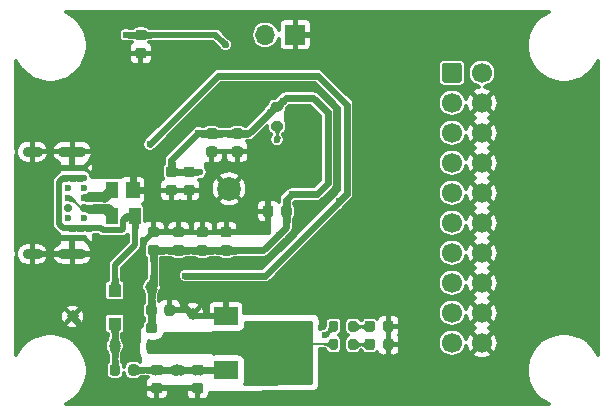
<source format=gtl>
G04 #@! TF.GenerationSoftware,KiCad,Pcbnew,(5.1.10-1-10_14)*
G04 #@! TF.CreationDate,2022-06-04T01:49:53+09:00*
G04 #@! TF.ProjectId,cmsis-dap_rp2040,636d7369-732d-4646-9170-5f7270323034,rev?*
G04 #@! TF.SameCoordinates,Original*
G04 #@! TF.FileFunction,Copper,L1,Top*
G04 #@! TF.FilePolarity,Positive*
%FSLAX46Y46*%
G04 Gerber Fmt 4.6, Leading zero omitted, Abs format (unit mm)*
G04 Created by KiCad (PCBNEW (5.1.10-1-10_14)) date 2022-06-04 01:49:53*
%MOMM*%
%LPD*%
G01*
G04 APERTURE LIST*
G04 #@! TA.AperFunction,ComponentPad*
%ADD10C,2.000000*%
G04 #@! TD*
G04 #@! TA.AperFunction,ComponentPad*
%ADD11O,1.700000X1.700000*%
G04 #@! TD*
G04 #@! TA.AperFunction,ComponentPad*
%ADD12R,1.700000X1.700000*%
G04 #@! TD*
G04 #@! TA.AperFunction,SMDPad,CuDef*
%ADD13C,1.000000*%
G04 #@! TD*
G04 #@! TA.AperFunction,SMDPad,CuDef*
%ADD14R,1.100000X1.100000*%
G04 #@! TD*
G04 #@! TA.AperFunction,ComponentPad*
%ADD15C,1.700000*%
G04 #@! TD*
G04 #@! TA.AperFunction,SMDPad,CuDef*
%ADD16R,2.000000X1.500000*%
G04 #@! TD*
G04 #@! TA.AperFunction,SMDPad,CuDef*
%ADD17R,2.000000X3.800000*%
G04 #@! TD*
G04 #@! TA.AperFunction,ComponentPad*
%ADD18O,1.700000X0.900000*%
G04 #@! TD*
G04 #@! TA.AperFunction,ComponentPad*
%ADD19O,2.400000X0.900000*%
G04 #@! TD*
G04 #@! TA.AperFunction,ComponentPad*
%ADD20C,0.700000*%
G04 #@! TD*
G04 #@! TA.AperFunction,ComponentPad*
%ADD21C,0.600000*%
G04 #@! TD*
G04 #@! TA.AperFunction,SMDPad,CuDef*
%ADD22R,1.000000X1.400000*%
G04 #@! TD*
G04 #@! TA.AperFunction,SMDPad,CuDef*
%ADD23R,1.200000X1.400000*%
G04 #@! TD*
G04 #@! TA.AperFunction,ViaPad*
%ADD24C,0.600000*%
G04 #@! TD*
G04 #@! TA.AperFunction,ViaPad*
%ADD25C,0.800000*%
G04 #@! TD*
G04 #@! TA.AperFunction,Conductor*
%ADD26C,0.500000*%
G04 #@! TD*
G04 #@! TA.AperFunction,Conductor*
%ADD27C,0.250000*%
G04 #@! TD*
G04 #@! TA.AperFunction,Conductor*
%ADD28C,0.200000*%
G04 #@! TD*
G04 #@! TA.AperFunction,Conductor*
%ADD29C,0.600000*%
G04 #@! TD*
G04 #@! TA.AperFunction,Conductor*
%ADD30C,0.400000*%
G04 #@! TD*
G04 #@! TA.AperFunction,Conductor*
%ADD31C,0.850000*%
G04 #@! TD*
G04 #@! TA.AperFunction,Conductor*
%ADD32C,0.800000*%
G04 #@! TD*
G04 #@! TA.AperFunction,Conductor*
%ADD33C,0.300000*%
G04 #@! TD*
G04 #@! TA.AperFunction,Conductor*
%ADD34C,0.100000*%
G04 #@! TD*
G04 #@! TA.AperFunction,Conductor*
%ADD35C,0.254000*%
G04 #@! TD*
G04 #@! TA.AperFunction,Conductor*
%ADD36C,0.025400*%
G04 #@! TD*
G04 APERTURE END LIST*
G04 #@! TO.P,C5,1*
G04 #@! TO.N,+3V3*
G04 #@! TA.AperFunction,SMDPad,CuDef*
G36*
G01*
X112240000Y-71035000D02*
X111740000Y-71035000D01*
G75*
G02*
X111515000Y-70810000I0J225000D01*
G01*
X111515000Y-70360000D01*
G75*
G02*
X111740000Y-70135000I225000J0D01*
G01*
X112240000Y-70135000D01*
G75*
G02*
X112465000Y-70360000I0J-225000D01*
G01*
X112465000Y-70810000D01*
G75*
G02*
X112240000Y-71035000I-225000J0D01*
G01*
G37*
G04 #@! TD.AperFunction*
G04 #@! TO.P,C5,2*
G04 #@! TO.N,GND*
G04 #@! TA.AperFunction,SMDPad,CuDef*
G36*
G01*
X112240000Y-69485000D02*
X111740000Y-69485000D01*
G75*
G02*
X111515000Y-69260000I0J225000D01*
G01*
X111515000Y-68810000D01*
G75*
G02*
X111740000Y-68585000I225000J0D01*
G01*
X112240000Y-68585000D01*
G75*
G02*
X112465000Y-68810000I0J-225000D01*
G01*
X112465000Y-69260000D01*
G75*
G02*
X112240000Y-69485000I-225000J0D01*
G01*
G37*
G04 #@! TD.AperFunction*
G04 #@! TD*
G04 #@! TO.P,C13,2*
G04 #@! TO.N,GND*
G04 #@! TA.AperFunction,SMDPad,CuDef*
G36*
G01*
X122125000Y-67030000D02*
X122125000Y-67530000D01*
G75*
G02*
X121900000Y-67755000I-225000J0D01*
G01*
X121450000Y-67755000D01*
G75*
G02*
X121225000Y-67530000I0J225000D01*
G01*
X121225000Y-67030000D01*
G75*
G02*
X121450000Y-66805000I225000J0D01*
G01*
X121900000Y-66805000D01*
G75*
G02*
X122125000Y-67030000I0J-225000D01*
G01*
G37*
G04 #@! TD.AperFunction*
G04 #@! TO.P,C13,1*
G04 #@! TO.N,+3V3*
G04 #@! TA.AperFunction,SMDPad,CuDef*
G36*
G01*
X123675000Y-67030000D02*
X123675000Y-67530000D01*
G75*
G02*
X123450000Y-67755000I-225000J0D01*
G01*
X123000000Y-67755000D01*
G75*
G02*
X122775000Y-67530000I0J225000D01*
G01*
X122775000Y-67030000D01*
G75*
G02*
X123000000Y-66805000I225000J0D01*
G01*
X123450000Y-66805000D01*
G75*
G02*
X123675000Y-67030000I0J-225000D01*
G01*
G37*
G04 #@! TD.AperFunction*
G04 #@! TD*
D10*
G04 #@! TO.P,U3,57*
G04 #@! TO.N,GND*
X118380000Y-65360000D03*
G04 #@! TD*
D11*
G04 #@! TO.P,J2,2*
G04 #@! TO.N,/QSPI_CSN*
X121440000Y-52350000D03*
D12*
G04 #@! TO.P,J2,1*
G04 #@! TO.N,GND*
X123980000Y-52350000D03*
G04 #@! TD*
D13*
G04 #@! TO.P,TP1,1*
G04 #@! TO.N,Net-(D2-Pad1)*
X108700000Y-78670000D03*
G04 #@! TD*
G04 #@! TO.P,TP6,1*
G04 #@! TO.N,GND*
X105140000Y-76190000D03*
G04 #@! TD*
G04 #@! TO.P,R7,2*
G04 #@! TO.N,Net-(D3-Pad2)*
G04 #@! TA.AperFunction,SMDPad,CuDef*
G36*
G01*
X128475000Y-78825000D02*
X128475000Y-78275000D01*
G75*
G02*
X128675000Y-78075000I200000J0D01*
G01*
X129075000Y-78075000D01*
G75*
G02*
X129275000Y-78275000I0J-200000D01*
G01*
X129275000Y-78825000D01*
G75*
G02*
X129075000Y-79025000I-200000J0D01*
G01*
X128675000Y-79025000D01*
G75*
G02*
X128475000Y-78825000I0J200000D01*
G01*
G37*
G04 #@! TD.AperFunction*
G04 #@! TO.P,R7,1*
G04 #@! TO.N,/VO*
G04 #@! TA.AperFunction,SMDPad,CuDef*
G36*
G01*
X126825000Y-78825000D02*
X126825000Y-78275000D01*
G75*
G02*
X127025000Y-78075000I200000J0D01*
G01*
X127425000Y-78075000D01*
G75*
G02*
X127625000Y-78275000I0J-200000D01*
G01*
X127625000Y-78825000D01*
G75*
G02*
X127425000Y-79025000I-200000J0D01*
G01*
X127025000Y-79025000D01*
G75*
G02*
X126825000Y-78825000I0J200000D01*
G01*
G37*
G04 #@! TD.AperFunction*
G04 #@! TD*
G04 #@! TO.P,D3,2*
G04 #@! TO.N,Net-(D3-Pad2)*
G04 #@! TA.AperFunction,SMDPad,CuDef*
G36*
G01*
X130730000Y-78293750D02*
X130730000Y-78806250D01*
G75*
G02*
X130511250Y-79025000I-218750J0D01*
G01*
X130073750Y-79025000D01*
G75*
G02*
X129855000Y-78806250I0J218750D01*
G01*
X129855000Y-78293750D01*
G75*
G02*
X130073750Y-78075000I218750J0D01*
G01*
X130511250Y-78075000D01*
G75*
G02*
X130730000Y-78293750I0J-218750D01*
G01*
G37*
G04 #@! TD.AperFunction*
G04 #@! TO.P,D3,1*
G04 #@! TO.N,GND*
G04 #@! TA.AperFunction,SMDPad,CuDef*
G36*
G01*
X132305000Y-78293750D02*
X132305000Y-78806250D01*
G75*
G02*
X132086250Y-79025000I-218750J0D01*
G01*
X131648750Y-79025000D01*
G75*
G02*
X131430000Y-78806250I0J218750D01*
G01*
X131430000Y-78293750D01*
G75*
G02*
X131648750Y-78075000I218750J0D01*
G01*
X132086250Y-78075000D01*
G75*
G02*
X132305000Y-78293750I0J-218750D01*
G01*
G37*
G04 #@! TD.AperFunction*
G04 #@! TD*
D14*
G04 #@! TO.P,D2,2*
G04 #@! TO.N,/VBUS*
X108700000Y-73990000D03*
G04 #@! TO.P,D2,1*
G04 #@! TO.N,Net-(D2-Pad1)*
X108700000Y-76790000D03*
G04 #@! TD*
G04 #@! TO.P,C18,2*
G04 #@! TO.N,GND*
G04 #@! TA.AperFunction,SMDPad,CuDef*
G36*
G01*
X116670000Y-61795000D02*
X117170000Y-61795000D01*
G75*
G02*
X117395000Y-62020000I0J-225000D01*
G01*
X117395000Y-62470000D01*
G75*
G02*
X117170000Y-62695000I-225000J0D01*
G01*
X116670000Y-62695000D01*
G75*
G02*
X116445000Y-62470000I0J225000D01*
G01*
X116445000Y-62020000D01*
G75*
G02*
X116670000Y-61795000I225000J0D01*
G01*
G37*
G04 #@! TD.AperFunction*
G04 #@! TO.P,C18,1*
G04 #@! TO.N,+3V3*
G04 #@! TA.AperFunction,SMDPad,CuDef*
G36*
G01*
X116670000Y-60245000D02*
X117170000Y-60245000D01*
G75*
G02*
X117395000Y-60470000I0J-225000D01*
G01*
X117395000Y-60920000D01*
G75*
G02*
X117170000Y-61145000I-225000J0D01*
G01*
X116670000Y-61145000D01*
G75*
G02*
X116445000Y-60920000I0J225000D01*
G01*
X116445000Y-60470000D01*
G75*
G02*
X116670000Y-60245000I225000J0D01*
G01*
G37*
G04 #@! TD.AperFunction*
G04 #@! TD*
D15*
G04 #@! TO.P,J4,20*
G04 #@! TO.N,GND*
X139790000Y-78420000D03*
G04 #@! TO.P,J4,18*
X139790000Y-75880000D03*
G04 #@! TO.P,J4,16*
X139790000Y-73340000D03*
G04 #@! TO.P,J4,14*
X139790000Y-70800000D03*
G04 #@! TO.P,J4,12*
X139790000Y-68260000D03*
G04 #@! TO.P,J4,10*
X139790000Y-65720000D03*
G04 #@! TO.P,J4,8*
X139790000Y-63180000D03*
G04 #@! TO.P,J4,6*
X139790000Y-60640000D03*
G04 #@! TO.P,J4,4*
X139790000Y-58100000D03*
G04 #@! TO.P,J4,2*
G04 #@! TO.N,N/C*
X139790000Y-55560000D03*
G04 #@! TO.P,J4,19*
X137250000Y-78420000D03*
G04 #@! TO.P,J4,17*
X137250000Y-75880000D03*
G04 #@! TO.P,J4,15*
G04 #@! TO.N,Net-(J4-Pad15)*
X137250000Y-73340000D03*
G04 #@! TO.P,J4,13*
G04 #@! TO.N,Net-(J4-Pad13)*
X137250000Y-70800000D03*
G04 #@! TO.P,J4,11*
G04 #@! TO.N,N/C*
X137250000Y-68260000D03*
G04 #@! TO.P,J4,9*
G04 #@! TO.N,Net-(J4-Pad9)*
X137250000Y-65720000D03*
G04 #@! TO.P,J4,7*
G04 #@! TO.N,Net-(J4-Pad7)*
X137250000Y-63180000D03*
G04 #@! TO.P,J4,5*
G04 #@! TO.N,Net-(J4-Pad5)*
X137250000Y-60640000D03*
G04 #@! TO.P,J4,3*
G04 #@! TO.N,Net-(J4-Pad3)*
X137250000Y-58100000D03*
G04 #@! TO.P,J4,1*
G04 #@! TO.N,N/C*
G04 #@! TA.AperFunction,ComponentPad*
G36*
G01*
X136400000Y-56160000D02*
X136400000Y-54960000D01*
G75*
G02*
X136650000Y-54710000I250000J0D01*
G01*
X137850000Y-54710000D01*
G75*
G02*
X138100000Y-54960000I0J-250000D01*
G01*
X138100000Y-56160000D01*
G75*
G02*
X137850000Y-56410000I-250000J0D01*
G01*
X136650000Y-56410000D01*
G75*
G02*
X136400000Y-56160000I0J250000D01*
G01*
G37*
G04 #@! TD.AperFunction*
G04 #@! TD*
G04 #@! TO.P,L2,2*
G04 #@! TO.N,+3V3*
G04 #@! TA.AperFunction,SMDPad,CuDef*
G36*
G01*
X112076250Y-77590000D02*
X111563750Y-77590000D01*
G75*
G02*
X111345000Y-77371250I0J218750D01*
G01*
X111345000Y-76933750D01*
G75*
G02*
X111563750Y-76715000I218750J0D01*
G01*
X112076250Y-76715000D01*
G75*
G02*
X112295000Y-76933750I0J-218750D01*
G01*
X112295000Y-77371250D01*
G75*
G02*
X112076250Y-77590000I-218750J0D01*
G01*
G37*
G04 #@! TD.AperFunction*
G04 #@! TO.P,L2,1*
G04 #@! TO.N,/VO*
G04 #@! TA.AperFunction,SMDPad,CuDef*
G36*
G01*
X112076250Y-79165000D02*
X111563750Y-79165000D01*
G75*
G02*
X111345000Y-78946250I0J218750D01*
G01*
X111345000Y-78508750D01*
G75*
G02*
X111563750Y-78290000I218750J0D01*
G01*
X112076250Y-78290000D01*
G75*
G02*
X112295000Y-78508750I0J-218750D01*
G01*
X112295000Y-78946250D01*
G75*
G02*
X112076250Y-79165000I-218750J0D01*
G01*
G37*
G04 #@! TD.AperFunction*
G04 #@! TD*
D16*
G04 #@! TO.P,U4,1*
G04 #@! TO.N,GND*
X118120000Y-76110000D03*
G04 #@! TO.P,U4,3*
G04 #@! TO.N,+5V*
X118120000Y-80710000D03*
G04 #@! TO.P,U4,2*
G04 #@! TO.N,/VO*
X118120000Y-78410000D03*
D17*
X124420000Y-78410000D03*
G04 #@! TD*
D13*
G04 #@! TO.P,TP5,1*
G04 #@! TO.N,GND*
X115316000Y-75946000D03*
G04 #@! TD*
G04 #@! TO.P,TP3,1*
G04 #@! TO.N,+5V*
X113990000Y-80710000D03*
G04 #@! TD*
G04 #@! TO.P,TP2,1*
G04 #@! TO.N,+3V3*
X111810000Y-73660000D03*
G04 #@! TD*
G04 #@! TO.P,R10,2*
G04 #@! TO.N,Net-(D4-Pad2)*
G04 #@! TA.AperFunction,SMDPad,CuDef*
G36*
G01*
X128475000Y-77295000D02*
X128475000Y-76745000D01*
G75*
G02*
X128675000Y-76545000I200000J0D01*
G01*
X129075000Y-76545000D01*
G75*
G02*
X129275000Y-76745000I0J-200000D01*
G01*
X129275000Y-77295000D01*
G75*
G02*
X129075000Y-77495000I-200000J0D01*
G01*
X128675000Y-77495000D01*
G75*
G02*
X128475000Y-77295000I0J200000D01*
G01*
G37*
G04 #@! TD.AperFunction*
G04 #@! TO.P,R10,1*
G04 #@! TO.N,/LED*
G04 #@! TA.AperFunction,SMDPad,CuDef*
G36*
G01*
X126825000Y-77295000D02*
X126825000Y-76745000D01*
G75*
G02*
X127025000Y-76545000I200000J0D01*
G01*
X127425000Y-76545000D01*
G75*
G02*
X127625000Y-76745000I0J-200000D01*
G01*
X127625000Y-77295000D01*
G75*
G02*
X127425000Y-77495000I-200000J0D01*
G01*
X127025000Y-77495000D01*
G75*
G02*
X126825000Y-77295000I0J200000D01*
G01*
G37*
G04 #@! TD.AperFunction*
G04 #@! TD*
G04 #@! TO.P,R1,2*
G04 #@! TO.N,+3V3*
G04 #@! TA.AperFunction,SMDPad,CuDef*
G36*
G01*
X122715000Y-58825000D02*
X122165000Y-58825000D01*
G75*
G02*
X121965000Y-58625000I0J200000D01*
G01*
X121965000Y-58225000D01*
G75*
G02*
X122165000Y-58025000I200000J0D01*
G01*
X122715000Y-58025000D01*
G75*
G02*
X122915000Y-58225000I0J-200000D01*
G01*
X122915000Y-58625000D01*
G75*
G02*
X122715000Y-58825000I-200000J0D01*
G01*
G37*
G04 #@! TD.AperFunction*
G04 #@! TO.P,R1,1*
G04 #@! TO.N,Net-(R1-Pad1)*
G04 #@! TA.AperFunction,SMDPad,CuDef*
G36*
G01*
X122715000Y-60475000D02*
X122165000Y-60475000D01*
G75*
G02*
X121965000Y-60275000I0J200000D01*
G01*
X121965000Y-59875000D01*
G75*
G02*
X122165000Y-59675000I200000J0D01*
G01*
X122715000Y-59675000D01*
G75*
G02*
X122915000Y-59875000I0J-200000D01*
G01*
X122915000Y-60275000D01*
G75*
G02*
X122715000Y-60475000I-200000J0D01*
G01*
G37*
G04 #@! TD.AperFunction*
G04 #@! TD*
G04 #@! TO.P,L1,2*
G04 #@! TO.N,+5V*
G04 #@! TA.AperFunction,SMDPad,CuDef*
G36*
G01*
X109850000Y-80976250D02*
X109850000Y-80463750D01*
G75*
G02*
X110068750Y-80245000I218750J0D01*
G01*
X110506250Y-80245000D01*
G75*
G02*
X110725000Y-80463750I0J-218750D01*
G01*
X110725000Y-80976250D01*
G75*
G02*
X110506250Y-81195000I-218750J0D01*
G01*
X110068750Y-81195000D01*
G75*
G02*
X109850000Y-80976250I0J218750D01*
G01*
G37*
G04 #@! TD.AperFunction*
G04 #@! TO.P,L1,1*
G04 #@! TO.N,Net-(D2-Pad1)*
G04 #@! TA.AperFunction,SMDPad,CuDef*
G36*
G01*
X108275000Y-80976250D02*
X108275000Y-80463750D01*
G75*
G02*
X108493750Y-80245000I218750J0D01*
G01*
X108931250Y-80245000D01*
G75*
G02*
X109150000Y-80463750I0J-218750D01*
G01*
X109150000Y-80976250D01*
G75*
G02*
X108931250Y-81195000I-218750J0D01*
G01*
X108493750Y-81195000D01*
G75*
G02*
X108275000Y-80976250I0J218750D01*
G01*
G37*
G04 #@! TD.AperFunction*
G04 #@! TD*
D18*
G04 #@! TO.P,J1,S1*
G04 #@! TO.N,GND*
X101740000Y-70900000D03*
X101740000Y-62250000D03*
D19*
X105120000Y-70900000D03*
X105120000Y-62250000D03*
D20*
G04 #@! TO.P,J1,B6*
G04 #@! TO.N,/D+*
X104750000Y-67000000D03*
D21*
G04 #@! TO.P,J1,B1*
G04 #@! TO.N,GND*
X104750000Y-69550000D03*
G04 #@! TO.P,J1,B4*
G04 #@! TO.N,/VBUS*
X104750000Y-68700000D03*
G04 #@! TO.P,J1,B5*
G04 #@! TO.N,Net-(J1-PadB5)*
X104750000Y-67850000D03*
G04 #@! TO.P,J1,B12*
G04 #@! TO.N,GND*
X104750000Y-63600000D03*
G04 #@! TO.P,J1,B8*
G04 #@! TO.N,N/C*
X104750000Y-65300000D03*
G04 #@! TO.P,J1,B7*
G04 #@! TO.N,/D-*
X104750000Y-66150000D03*
G04 #@! TO.P,J1,B9*
G04 #@! TO.N,/VBUS*
X104750000Y-64450000D03*
G04 #@! TO.P,J1,A12*
G04 #@! TO.N,GND*
X106100000Y-69550000D03*
G04 #@! TO.P,J1,A9*
G04 #@! TO.N,/VBUS*
X106100000Y-68700000D03*
G04 #@! TO.P,J1,A8*
G04 #@! TO.N,N/C*
X106100000Y-67850000D03*
D20*
G04 #@! TO.P,J1,A7*
G04 #@! TO.N,/D-*
X106100000Y-67000000D03*
D21*
G04 #@! TO.P,J1,A6*
G04 #@! TO.N,/D+*
X106100000Y-66150000D03*
G04 #@! TO.P,J1,A5*
G04 #@! TO.N,Net-(J1-PadA5)*
X106100000Y-65300000D03*
G04 #@! TO.P,J1,A4*
G04 #@! TO.N,/VBUS*
X106100000Y-64450000D03*
G04 #@! TO.P,J1,A1*
G04 #@! TO.N,GND*
X106100000Y-63600000D03*
G04 #@! TD*
G04 #@! TO.P,D4,2*
G04 #@! TO.N,Net-(D4-Pad2)*
G04 #@! TA.AperFunction,SMDPad,CuDef*
G36*
G01*
X130726000Y-76769750D02*
X130726000Y-77282250D01*
G75*
G02*
X130507250Y-77501000I-218750J0D01*
G01*
X130069750Y-77501000D01*
G75*
G02*
X129851000Y-77282250I0J218750D01*
G01*
X129851000Y-76769750D01*
G75*
G02*
X130069750Y-76551000I218750J0D01*
G01*
X130507250Y-76551000D01*
G75*
G02*
X130726000Y-76769750I0J-218750D01*
G01*
G37*
G04 #@! TD.AperFunction*
G04 #@! TO.P,D4,1*
G04 #@! TO.N,GND*
G04 #@! TA.AperFunction,SMDPad,CuDef*
G36*
G01*
X132301000Y-76769750D02*
X132301000Y-77282250D01*
G75*
G02*
X132082250Y-77501000I-218750J0D01*
G01*
X131644750Y-77501000D01*
G75*
G02*
X131426000Y-77282250I0J218750D01*
G01*
X131426000Y-76769750D01*
G75*
G02*
X131644750Y-76551000I218750J0D01*
G01*
X132082250Y-76551000D01*
G75*
G02*
X132301000Y-76769750I0J-218750D01*
G01*
G37*
G04 #@! TD.AperFunction*
G04 #@! TD*
D22*
G04 #@! TO.P,D1,4*
G04 #@! TO.N,/VBUS*
X110390000Y-67690000D03*
G04 #@! TO.P,D1,3*
G04 #@! TO.N,/D-*
X108490000Y-67690000D03*
G04 #@! TO.P,D1,2*
G04 #@! TO.N,/D+*
X108490000Y-65490000D03*
D23*
G04 #@! TO.P,D1,1*
G04 #@! TO.N,GND*
X110210000Y-65490000D03*
G04 #@! TD*
G04 #@! TO.P,C17,2*
G04 #@! TO.N,GND*
G04 #@! TA.AperFunction,SMDPad,CuDef*
G36*
G01*
X118830000Y-61793000D02*
X119330000Y-61793000D01*
G75*
G02*
X119555000Y-62018000I0J-225000D01*
G01*
X119555000Y-62468000D01*
G75*
G02*
X119330000Y-62693000I-225000J0D01*
G01*
X118830000Y-62693000D01*
G75*
G02*
X118605000Y-62468000I0J225000D01*
G01*
X118605000Y-62018000D01*
G75*
G02*
X118830000Y-61793000I225000J0D01*
G01*
G37*
G04 #@! TD.AperFunction*
G04 #@! TO.P,C17,1*
G04 #@! TO.N,+3V3*
G04 #@! TA.AperFunction,SMDPad,CuDef*
G36*
G01*
X118830000Y-60243000D02*
X119330000Y-60243000D01*
G75*
G02*
X119555000Y-60468000I0J-225000D01*
G01*
X119555000Y-60918000D01*
G75*
G02*
X119330000Y-61143000I-225000J0D01*
G01*
X118830000Y-61143000D01*
G75*
G02*
X118605000Y-60918000I0J225000D01*
G01*
X118605000Y-60468000D01*
G75*
G02*
X118830000Y-60243000I225000J0D01*
G01*
G37*
G04 #@! TD.AperFunction*
G04 #@! TD*
G04 #@! TO.P,C15,1*
G04 #@! TO.N,+3V3*
G04 #@! TA.AperFunction,SMDPad,CuDef*
G36*
G01*
X118380000Y-71035000D02*
X117880000Y-71035000D01*
G75*
G02*
X117655000Y-70810000I0J225000D01*
G01*
X117655000Y-70360000D01*
G75*
G02*
X117880000Y-70135000I225000J0D01*
G01*
X118380000Y-70135000D01*
G75*
G02*
X118605000Y-70360000I0J-225000D01*
G01*
X118605000Y-70810000D01*
G75*
G02*
X118380000Y-71035000I-225000J0D01*
G01*
G37*
G04 #@! TD.AperFunction*
G04 #@! TO.P,C15,2*
G04 #@! TO.N,GND*
G04 #@! TA.AperFunction,SMDPad,CuDef*
G36*
G01*
X118380000Y-69485000D02*
X117880000Y-69485000D01*
G75*
G02*
X117655000Y-69260000I0J225000D01*
G01*
X117655000Y-68810000D01*
G75*
G02*
X117880000Y-68585000I225000J0D01*
G01*
X118380000Y-68585000D01*
G75*
G02*
X118605000Y-68810000I0J-225000D01*
G01*
X118605000Y-69260000D01*
G75*
G02*
X118380000Y-69485000I-225000J0D01*
G01*
G37*
G04 #@! TD.AperFunction*
G04 #@! TD*
G04 #@! TO.P,C11,1*
G04 #@! TO.N,+3V3*
G04 #@! TA.AperFunction,SMDPad,CuDef*
G36*
G01*
X116370000Y-71045000D02*
X115870000Y-71045000D01*
G75*
G02*
X115645000Y-70820000I0J225000D01*
G01*
X115645000Y-70370000D01*
G75*
G02*
X115870000Y-70145000I225000J0D01*
G01*
X116370000Y-70145000D01*
G75*
G02*
X116595000Y-70370000I0J-225000D01*
G01*
X116595000Y-70820000D01*
G75*
G02*
X116370000Y-71045000I-225000J0D01*
G01*
G37*
G04 #@! TD.AperFunction*
G04 #@! TO.P,C11,2*
G04 #@! TO.N,GND*
G04 #@! TA.AperFunction,SMDPad,CuDef*
G36*
G01*
X116370000Y-69495000D02*
X115870000Y-69495000D01*
G75*
G02*
X115645000Y-69270000I0J225000D01*
G01*
X115645000Y-68820000D01*
G75*
G02*
X115870000Y-68595000I225000J0D01*
G01*
X116370000Y-68595000D01*
G75*
G02*
X116595000Y-68820000I0J-225000D01*
G01*
X116595000Y-69270000D01*
G75*
G02*
X116370000Y-69495000I-225000J0D01*
G01*
G37*
G04 #@! TD.AperFunction*
G04 #@! TD*
G04 #@! TO.P,C10,2*
G04 #@! TO.N,GND*
G04 #@! TA.AperFunction,SMDPad,CuDef*
G36*
G01*
X112905000Y-75910000D02*
X112905000Y-75410000D01*
G75*
G02*
X113130000Y-75185000I225000J0D01*
G01*
X113580000Y-75185000D01*
G75*
G02*
X113805000Y-75410000I0J-225000D01*
G01*
X113805000Y-75910000D01*
G75*
G02*
X113580000Y-76135000I-225000J0D01*
G01*
X113130000Y-76135000D01*
G75*
G02*
X112905000Y-75910000I0J225000D01*
G01*
G37*
G04 #@! TD.AperFunction*
G04 #@! TO.P,C10,1*
G04 #@! TO.N,+3V3*
G04 #@! TA.AperFunction,SMDPad,CuDef*
G36*
G01*
X111355000Y-75910000D02*
X111355000Y-75410000D01*
G75*
G02*
X111580000Y-75185000I225000J0D01*
G01*
X112030000Y-75185000D01*
G75*
G02*
X112255000Y-75410000I0J-225000D01*
G01*
X112255000Y-75910000D01*
G75*
G02*
X112030000Y-76135000I-225000J0D01*
G01*
X111580000Y-76135000D01*
G75*
G02*
X111355000Y-75910000I0J225000D01*
G01*
G37*
G04 #@! TD.AperFunction*
G04 #@! TD*
G04 #@! TO.P,C9,2*
G04 #@! TO.N,GND*
G04 #@! TA.AperFunction,SMDPad,CuDef*
G36*
G01*
X113240000Y-65045000D02*
X113740000Y-65045000D01*
G75*
G02*
X113965000Y-65270000I0J-225000D01*
G01*
X113965000Y-65720000D01*
G75*
G02*
X113740000Y-65945000I-225000J0D01*
G01*
X113240000Y-65945000D01*
G75*
G02*
X113015000Y-65720000I0J225000D01*
G01*
X113015000Y-65270000D01*
G75*
G02*
X113240000Y-65045000I225000J0D01*
G01*
G37*
G04 #@! TD.AperFunction*
G04 #@! TO.P,C9,1*
G04 #@! TO.N,+3V3*
G04 #@! TA.AperFunction,SMDPad,CuDef*
G36*
G01*
X113240000Y-63495000D02*
X113740000Y-63495000D01*
G75*
G02*
X113965000Y-63720000I0J-225000D01*
G01*
X113965000Y-64170000D01*
G75*
G02*
X113740000Y-64395000I-225000J0D01*
G01*
X113240000Y-64395000D01*
G75*
G02*
X113015000Y-64170000I0J225000D01*
G01*
X113015000Y-63720000D01*
G75*
G02*
X113240000Y-63495000I225000J0D01*
G01*
G37*
G04 #@! TD.AperFunction*
G04 #@! TD*
G04 #@! TO.P,C8,2*
G04 #@! TO.N,GND*
G04 #@! TA.AperFunction,SMDPad,CuDef*
G36*
G01*
X114750000Y-65045000D02*
X115250000Y-65045000D01*
G75*
G02*
X115475000Y-65270000I0J-225000D01*
G01*
X115475000Y-65720000D01*
G75*
G02*
X115250000Y-65945000I-225000J0D01*
G01*
X114750000Y-65945000D01*
G75*
G02*
X114525000Y-65720000I0J225000D01*
G01*
X114525000Y-65270000D01*
G75*
G02*
X114750000Y-65045000I225000J0D01*
G01*
G37*
G04 #@! TD.AperFunction*
G04 #@! TO.P,C8,1*
G04 #@! TO.N,+3V3*
G04 #@! TA.AperFunction,SMDPad,CuDef*
G36*
G01*
X114750000Y-63495000D02*
X115250000Y-63495000D01*
G75*
G02*
X115475000Y-63720000I0J-225000D01*
G01*
X115475000Y-64170000D01*
G75*
G02*
X115250000Y-64395000I-225000J0D01*
G01*
X114750000Y-64395000D01*
G75*
G02*
X114525000Y-64170000I0J225000D01*
G01*
X114525000Y-63720000D01*
G75*
G02*
X114750000Y-63495000I225000J0D01*
G01*
G37*
G04 #@! TD.AperFunction*
G04 #@! TD*
G04 #@! TO.P,C6,1*
G04 #@! TO.N,+3V3*
G04 #@! TA.AperFunction,SMDPad,CuDef*
G36*
G01*
X114360000Y-71035000D02*
X113860000Y-71035000D01*
G75*
G02*
X113635000Y-70810000I0J225000D01*
G01*
X113635000Y-70360000D01*
G75*
G02*
X113860000Y-70135000I225000J0D01*
G01*
X114360000Y-70135000D01*
G75*
G02*
X114585000Y-70360000I0J-225000D01*
G01*
X114585000Y-70810000D01*
G75*
G02*
X114360000Y-71035000I-225000J0D01*
G01*
G37*
G04 #@! TD.AperFunction*
G04 #@! TO.P,C6,2*
G04 #@! TO.N,GND*
G04 #@! TA.AperFunction,SMDPad,CuDef*
G36*
G01*
X114360000Y-69485000D02*
X113860000Y-69485000D01*
G75*
G02*
X113635000Y-69260000I0J225000D01*
G01*
X113635000Y-68810000D01*
G75*
G02*
X113860000Y-68585000I225000J0D01*
G01*
X114360000Y-68585000D01*
G75*
G02*
X114585000Y-68810000I0J-225000D01*
G01*
X114585000Y-69260000D01*
G75*
G02*
X114360000Y-69485000I-225000J0D01*
G01*
G37*
G04 #@! TD.AperFunction*
G04 #@! TD*
G04 #@! TO.P,C4,2*
G04 #@! TO.N,GND*
G04 #@! TA.AperFunction,SMDPad,CuDef*
G36*
G01*
X115470000Y-81815000D02*
X115970000Y-81815000D01*
G75*
G02*
X116195000Y-82040000I0J-225000D01*
G01*
X116195000Y-82490000D01*
G75*
G02*
X115970000Y-82715000I-225000J0D01*
G01*
X115470000Y-82715000D01*
G75*
G02*
X115245000Y-82490000I0J225000D01*
G01*
X115245000Y-82040000D01*
G75*
G02*
X115470000Y-81815000I225000J0D01*
G01*
G37*
G04 #@! TD.AperFunction*
G04 #@! TO.P,C4,1*
G04 #@! TO.N,+5V*
G04 #@! TA.AperFunction,SMDPad,CuDef*
G36*
G01*
X115470000Y-80265000D02*
X115970000Y-80265000D01*
G75*
G02*
X116195000Y-80490000I0J-225000D01*
G01*
X116195000Y-80940000D01*
G75*
G02*
X115970000Y-81165000I-225000J0D01*
G01*
X115470000Y-81165000D01*
G75*
G02*
X115245000Y-80940000I0J225000D01*
G01*
X115245000Y-80490000D01*
G75*
G02*
X115470000Y-80265000I225000J0D01*
G01*
G37*
G04 #@! TD.AperFunction*
G04 #@! TD*
G04 #@! TO.P,C3,2*
G04 #@! TO.N,GND*
G04 #@! TA.AperFunction,SMDPad,CuDef*
G36*
G01*
X112010000Y-81805000D02*
X112510000Y-81805000D01*
G75*
G02*
X112735000Y-82030000I0J-225000D01*
G01*
X112735000Y-82480000D01*
G75*
G02*
X112510000Y-82705000I-225000J0D01*
G01*
X112010000Y-82705000D01*
G75*
G02*
X111785000Y-82480000I0J225000D01*
G01*
X111785000Y-82030000D01*
G75*
G02*
X112010000Y-81805000I225000J0D01*
G01*
G37*
G04 #@! TD.AperFunction*
G04 #@! TO.P,C3,1*
G04 #@! TO.N,+5V*
G04 #@! TA.AperFunction,SMDPad,CuDef*
G36*
G01*
X112010000Y-80255000D02*
X112510000Y-80255000D01*
G75*
G02*
X112735000Y-80480000I0J-225000D01*
G01*
X112735000Y-80930000D01*
G75*
G02*
X112510000Y-81155000I-225000J0D01*
G01*
X112010000Y-81155000D01*
G75*
G02*
X111785000Y-80930000I0J225000D01*
G01*
X111785000Y-80480000D01*
G75*
G02*
X112010000Y-80255000I225000J0D01*
G01*
G37*
G04 #@! TD.AperFunction*
G04 #@! TD*
G04 #@! TO.P,C1,2*
G04 #@! TO.N,GND*
G04 #@! TA.AperFunction,SMDPad,CuDef*
G36*
G01*
X110660000Y-53445000D02*
X111160000Y-53445000D01*
G75*
G02*
X111385000Y-53670000I0J-225000D01*
G01*
X111385000Y-54120000D01*
G75*
G02*
X111160000Y-54345000I-225000J0D01*
G01*
X110660000Y-54345000D01*
G75*
G02*
X110435000Y-54120000I0J225000D01*
G01*
X110435000Y-53670000D01*
G75*
G02*
X110660000Y-53445000I225000J0D01*
G01*
G37*
G04 #@! TD.AperFunction*
G04 #@! TO.P,C1,1*
G04 #@! TO.N,+3V3*
G04 #@! TA.AperFunction,SMDPad,CuDef*
G36*
G01*
X110660000Y-51895000D02*
X111160000Y-51895000D01*
G75*
G02*
X111385000Y-52120000I0J-225000D01*
G01*
X111385000Y-52570000D01*
G75*
G02*
X111160000Y-52795000I-225000J0D01*
G01*
X110660000Y-52795000D01*
G75*
G02*
X110435000Y-52570000I0J225000D01*
G01*
X110435000Y-52120000D01*
G75*
G02*
X110660000Y-51895000I225000J0D01*
G01*
G37*
G04 #@! TD.AperFunction*
G04 #@! TD*
D24*
G04 #@! TO.N,GND*
X113150000Y-71760000D03*
X121660000Y-68610000D03*
X118120000Y-74350000D03*
X117330000Y-74350000D03*
X144700000Y-50620000D03*
X105420000Y-50600000D03*
X109600000Y-50600000D03*
X112600000Y-50600000D03*
X115600000Y-50600000D03*
X118600000Y-50600000D03*
X121600000Y-50600000D03*
X124600000Y-50600000D03*
X127600000Y-50600000D03*
X130600000Y-50600000D03*
X133600000Y-50600000D03*
X136600000Y-50600000D03*
X139600000Y-50600000D03*
X142600000Y-50600000D03*
X100600000Y-55330000D03*
X100600000Y-59600000D03*
X100600000Y-74600000D03*
X100590000Y-78570000D03*
X105320000Y-83440000D03*
X108320000Y-83440000D03*
X111320000Y-83440000D03*
X114320000Y-83440000D03*
X117320000Y-83440000D03*
X120320000Y-83440000D03*
X123320000Y-83440000D03*
X126320000Y-83440000D03*
X129320000Y-83440000D03*
X132320000Y-83440000D03*
X135320000Y-83440000D03*
X138320000Y-83440000D03*
X141320000Y-83440000D03*
X144320000Y-83440000D03*
X149460000Y-55340000D03*
X149460000Y-58340000D03*
X149460000Y-61340000D03*
X149460000Y-64340000D03*
X149460000Y-67340000D03*
X149460000Y-70340000D03*
X149460000Y-73340000D03*
X149460000Y-76340000D03*
X149470000Y-78820000D03*
X107260000Y-75470000D03*
X106890000Y-59300000D03*
X105550000Y-57520000D03*
X106700000Y-53460000D03*
X110280000Y-75470000D03*
X110290000Y-79580000D03*
X107880000Y-72650000D03*
X110980000Y-81640000D03*
X107880000Y-71120000D03*
D25*
X100850000Y-66660000D03*
X100830000Y-68690000D03*
X100880000Y-64790000D03*
D24*
X107350000Y-69860000D03*
X109680000Y-53180000D03*
X109710000Y-56050000D03*
X108020000Y-60980000D03*
X143470000Y-52720000D03*
X144190000Y-55440000D03*
X147560000Y-56540000D03*
X146930000Y-77420000D03*
X144030000Y-78810000D03*
X143450000Y-81320000D03*
X105710000Y-78480000D03*
X106540000Y-81340000D03*
X103160000Y-77420000D03*
X105850000Y-55470000D03*
X103440000Y-56570000D03*
X124580000Y-60630000D03*
X124850000Y-58690000D03*
X116910000Y-63330000D03*
X120840000Y-62890000D03*
X120520000Y-67790000D03*
X115910000Y-67820000D03*
X118400000Y-67840000D03*
X118390000Y-63360000D03*
X120800000Y-65370000D03*
X111194990Y-69820000D03*
X123773171Y-69193171D03*
X122439971Y-72940029D03*
X119579990Y-73520010D03*
X119580000Y-71760000D03*
X117150000Y-71760000D03*
X113150000Y-73710000D03*
X118119990Y-73520010D03*
X122550000Y-56650000D03*
X127525010Y-58644990D03*
X124570000Y-63110000D03*
X119980000Y-75660000D03*
X109180000Y-69870000D03*
X127530000Y-65270000D03*
X127530008Y-62109992D03*
X121089978Y-55009990D03*
X125435030Y-56644970D03*
X112120000Y-53110000D03*
X114270000Y-53110000D03*
X114240000Y-56150000D03*
X110150000Y-61020000D03*
X111379307Y-60769307D03*
X110210000Y-64030000D03*
X111460000Y-64020000D03*
X107020000Y-64160000D03*
X109080000Y-64080000D03*
X112080000Y-56210000D03*
X111170000Y-71320000D03*
X122440000Y-70590000D03*
X129165049Y-54644951D03*
X126725049Y-54644951D03*
X123545049Y-54644951D03*
X130478455Y-55921545D03*
X131823455Y-57266545D03*
X133533455Y-58976545D03*
X135595001Y-59464999D03*
X136130001Y-61979999D03*
X133950001Y-61979999D03*
X132239226Y-60510774D03*
X130574227Y-58845773D03*
X128373424Y-56644970D03*
X129130028Y-60339972D03*
X132775000Y-63875000D03*
X130985000Y-62085000D03*
X136260001Y-64519999D03*
X134280001Y-64519999D03*
X133462887Y-66262887D03*
X131982887Y-67742887D03*
X130472887Y-69252887D03*
X128785765Y-70940009D03*
X124549991Y-70940009D03*
X126589991Y-70940009D03*
X136240001Y-67059999D03*
X130099969Y-72940029D03*
X134249999Y-68789999D03*
X132309999Y-70729999D03*
X127599971Y-72940029D03*
X124929971Y-72940029D03*
X122530001Y-75029999D03*
X124980001Y-75029999D03*
X127600001Y-75029999D03*
X130620001Y-75029999D03*
X133122113Y-72772113D03*
X136170001Y-72139999D03*
X136090001Y-74679999D03*
X134000000Y-74160000D03*
X132280000Y-75790000D03*
X126314990Y-76995010D03*
X129130028Y-65589972D03*
X103120000Y-66290000D03*
X134090000Y-57220000D03*
X136034999Y-56924999D03*
X132160000Y-55400000D03*
X130250000Y-53390000D03*
X127350000Y-53110000D03*
G04 #@! TO.N,+3V3*
X109670000Y-52340000D03*
X115110000Y-70600000D03*
X117120000Y-70590000D03*
X115770263Y-60621194D03*
X118030000Y-60680000D03*
X123699994Y-65820000D03*
X122574956Y-69260014D03*
X126729998Y-59650000D03*
X118080000Y-53170000D03*
X113115015Y-70584985D03*
X119135000Y-70585000D03*
X115920000Y-63970006D03*
G04 #@! TO.N,+1V1*
X111670000Y-61610000D03*
X114680000Y-72720000D03*
X127659984Y-66450000D03*
D25*
G04 #@! TO.N,/D-*
X107350000Y-67120010D03*
G04 #@! TO.N,/D+*
X107320000Y-66070000D03*
D24*
G04 #@! TO.N,/LED*
X126470000Y-77795020D03*
G04 #@! TO.N,Net-(R1-Pad1)*
X122440000Y-61210000D03*
G04 #@! TD*
D26*
G04 #@! TO.N,GND*
X118110000Y-76120000D02*
X118120000Y-76110000D01*
X115480000Y-76110000D02*
X115316000Y-75946000D01*
X118120000Y-76110000D02*
X115480000Y-76110000D01*
X115094000Y-75946000D02*
X114808000Y-75660000D01*
X115316000Y-75946000D02*
X115094000Y-75946000D01*
X113355000Y-75660000D02*
X114808000Y-75660000D01*
X106950000Y-78070000D02*
X105120000Y-76240000D01*
X106950000Y-80475000D02*
X106950000Y-78070000D01*
X118120000Y-74350000D02*
X118120000Y-74350000D01*
X118120000Y-76110000D02*
X118120000Y-74350000D01*
X113985000Y-82255000D02*
X114010000Y-82280000D01*
X112260000Y-82255000D02*
X113985000Y-82255000D01*
X115705000Y-82280000D02*
X115720000Y-82265000D01*
X114010000Y-82280000D02*
X115705000Y-82280000D01*
X104750000Y-69550000D02*
X103510000Y-69550000D01*
D27*
X100350010Y-74350010D02*
X100600000Y-74600000D01*
X100350010Y-69169990D02*
X100350010Y-74350010D01*
X100830000Y-68690000D02*
X100350010Y-69169990D01*
X100350000Y-64260000D02*
X100880000Y-64790000D01*
X100350000Y-59850000D02*
X100350000Y-64260000D01*
X100600000Y-59600000D02*
X100350000Y-59850000D01*
D26*
X105090000Y-62280000D02*
X105120000Y-62250000D01*
X105090000Y-63600000D02*
X105090000Y-62280000D01*
X104750000Y-63600000D02*
X105090000Y-63600000D01*
X104750000Y-63600000D02*
X104030000Y-63600000D01*
X104750000Y-63600000D02*
X106100000Y-63600000D01*
X105120000Y-70900000D02*
X105120000Y-69670000D01*
X105120000Y-69670000D02*
X105240000Y-69550000D01*
X105240000Y-69550000D02*
X106100000Y-69550000D01*
X104750000Y-69550000D02*
X105240000Y-69550000D01*
X115005000Y-65490000D02*
X115000000Y-65495000D01*
X118380000Y-65360000D02*
X118250000Y-65490000D01*
X110215000Y-65495000D02*
X110210000Y-65490000D01*
X110210000Y-65490000D02*
X110130000Y-65410000D01*
D28*
X116930000Y-62000000D02*
X116930000Y-61865000D01*
D26*
X111990000Y-69035000D02*
X111205000Y-69820000D01*
X111205000Y-69820000D02*
X111194990Y-69820000D01*
D29*
X113150000Y-71760000D02*
X117150000Y-71760000D01*
X114348626Y-73520010D02*
X118119990Y-73520010D01*
X113150000Y-72321384D02*
X114348626Y-73520010D01*
X113150000Y-71760000D02*
X113150000Y-72321384D01*
X112150000Y-65490000D02*
X110210000Y-65490000D01*
X112150000Y-63110073D02*
X112150000Y-65490000D01*
X118610073Y-56650000D02*
X112150000Y-63110073D01*
X127530008Y-64737788D02*
X127530008Y-62109992D01*
X127530000Y-64737796D02*
X127530008Y-64737788D01*
X127530000Y-65436342D02*
X127530000Y-65270000D01*
X123773171Y-69193171D02*
X127530000Y-65436342D01*
X122550000Y-56650000D02*
X118610073Y-56650000D01*
D30*
X115890000Y-67800000D02*
X115910000Y-67820000D01*
X115310000Y-67800000D02*
X115890000Y-67800000D01*
X115120000Y-69035000D02*
X115120000Y-67990000D01*
X115120000Y-67990000D02*
X115310000Y-67800000D01*
X114110000Y-69035000D02*
X115120000Y-69035000D01*
X117130000Y-69045000D02*
X116120000Y-69045000D01*
X117130000Y-67970000D02*
X117130000Y-69045000D01*
X117260000Y-67840000D02*
X117130000Y-67970000D01*
X118400000Y-67840000D02*
X117260000Y-67840000D01*
D29*
X127530000Y-65270000D02*
X127530000Y-64737796D01*
X127530008Y-58578624D02*
X125601384Y-56650000D01*
X125601384Y-56650000D02*
X122550000Y-56650000D01*
X127530008Y-62109992D02*
X127530008Y-58578624D01*
X117138625Y-55009989D02*
X121089978Y-55009990D01*
X110210000Y-65490000D02*
X110210000Y-64030000D01*
X110210000Y-61938614D02*
X110789307Y-61359307D01*
X121449968Y-54650000D02*
X121089978Y-55009990D01*
X122261374Y-73520010D02*
X129130028Y-66651356D01*
X129130029Y-57915873D02*
X125864156Y-54650000D01*
X129130028Y-66651356D02*
X129130028Y-65589972D01*
X125864156Y-54650000D02*
X121449968Y-54650000D01*
X118119990Y-73520010D02*
X122261374Y-73520010D01*
X110789307Y-61359307D02*
X111379307Y-60769307D01*
X111379307Y-60769307D02*
X117138625Y-55009989D01*
X110210000Y-64030000D02*
X110210000Y-61938614D01*
X123773171Y-69256829D02*
X123773171Y-69193171D01*
X121270000Y-71760000D02*
X122440000Y-70590000D01*
X117150000Y-71760000D02*
X121270000Y-71760000D01*
X122440000Y-70590000D02*
X123773171Y-69256829D01*
X129130028Y-60339972D02*
X129130029Y-57915873D01*
X129130028Y-65589972D02*
X129130028Y-60339972D01*
D28*
G04 #@! TO.N,+3V3*
X111887500Y-77220000D02*
X111820000Y-77152500D01*
D26*
X109675000Y-52345000D02*
X109670000Y-52340000D01*
X110910000Y-52345000D02*
X109675000Y-52345000D01*
X113490000Y-63945000D02*
X115000000Y-63945000D01*
X111810000Y-75655000D02*
X111805000Y-75660000D01*
D29*
X111810000Y-73660000D02*
X111810000Y-75655000D01*
D26*
X115095000Y-70585000D02*
X115110000Y-70600000D01*
D29*
X114110000Y-70585000D02*
X115095000Y-70585000D01*
D26*
X117115000Y-70595000D02*
X117120000Y-70590000D01*
D29*
X116120000Y-70595000D02*
X117115000Y-70595000D01*
D26*
X116115000Y-70600000D02*
X116120000Y-70595000D01*
D29*
X115110000Y-70600000D02*
X116115000Y-70600000D01*
D26*
X118125000Y-70590000D02*
X118130000Y-70585000D01*
D29*
X117120000Y-70590000D02*
X118125000Y-70590000D01*
D26*
X111990000Y-73480000D02*
X111810000Y-73660000D01*
D29*
X111990000Y-70585000D02*
X111990000Y-73480000D01*
X116920000Y-60695000D02*
X115844069Y-60695000D01*
X113490000Y-62901457D02*
X115770263Y-60621194D01*
X113490000Y-63945000D02*
X113490000Y-62901457D01*
D26*
X115844069Y-60695000D02*
X115770263Y-60621194D01*
X118043000Y-60693000D02*
X118030000Y-60680000D01*
D29*
X119080000Y-60693000D02*
X118043000Y-60693000D01*
D26*
X118015000Y-60695000D02*
X118030000Y-60680000D01*
D29*
X116920000Y-60695000D02*
X118015000Y-60695000D01*
X123225000Y-66294994D02*
X123699994Y-65820000D01*
X123225000Y-67280000D02*
X123225000Y-66294994D01*
D26*
X122575000Y-69260000D02*
X122574970Y-69260000D01*
D29*
X123225000Y-68609970D02*
X122574956Y-69260014D01*
D26*
X122574970Y-69260000D02*
X122574956Y-69260014D01*
D29*
X123225000Y-67280000D02*
X123225000Y-68609970D01*
X118130000Y-70585000D02*
X119135000Y-70585000D01*
X121249970Y-70585000D02*
X122574956Y-69260014D01*
D26*
X110910000Y-52345000D02*
X117309513Y-52345000D01*
D29*
X125520000Y-57700000D02*
X126729998Y-58909998D01*
X126729998Y-58909998D02*
X126729998Y-59650000D01*
X122440000Y-58425000D02*
X123165000Y-57700000D01*
X123165000Y-57700000D02*
X125520000Y-57700000D01*
X120047000Y-60693000D02*
X119080000Y-60693000D01*
X122315000Y-58425000D02*
X120047000Y-60693000D01*
D26*
X122440000Y-58425000D02*
X122315000Y-58425000D01*
X113115000Y-70585000D02*
X113115015Y-70584985D01*
D29*
X111990000Y-70585000D02*
X113115000Y-70585000D01*
X114110000Y-70585000D02*
X113115030Y-70585000D01*
D26*
X113115030Y-70585000D02*
X113115015Y-70584985D01*
D29*
X119135000Y-70585000D02*
X121249970Y-70585000D01*
D26*
X111805000Y-77137500D02*
X111820000Y-77152500D01*
D29*
X111805000Y-75660000D02*
X111805000Y-77137500D01*
D26*
X117309513Y-52399513D02*
X118080000Y-53170000D01*
X117309513Y-52345000D02*
X117309513Y-52399513D01*
X115000000Y-63945000D02*
X115894994Y-63945000D01*
X115894994Y-63945000D02*
X115920000Y-63970006D01*
D29*
X126729998Y-64900002D02*
X126729998Y-59650000D01*
X125810000Y-65820000D02*
X126729998Y-64900002D01*
X123699994Y-65820000D02*
X125810000Y-65820000D01*
D26*
G04 #@! TO.N,/VBUS*
X104750000Y-68700000D02*
X106100000Y-68700000D01*
X106100000Y-64450000D02*
X104750000Y-64450000D01*
X104325736Y-68700000D02*
X104750000Y-68700000D01*
X103949999Y-68324263D02*
X104325736Y-68700000D01*
X104325736Y-64450000D02*
X103949999Y-64825737D01*
X103949999Y-64825737D02*
X103949999Y-68324263D01*
X104750000Y-64450000D02*
X104325736Y-64450000D01*
X110390000Y-70160000D02*
X108700000Y-71850000D01*
X110390000Y-67690000D02*
X110390000Y-70160000D01*
X108700000Y-71850000D02*
X108700000Y-73990000D01*
X107530000Y-68700000D02*
X106100000Y-68700000D01*
X109300002Y-68890000D02*
X107720000Y-68890000D01*
X107720000Y-68890000D02*
X107530000Y-68700000D01*
X109440001Y-68750001D02*
X109300002Y-68890000D01*
X109760000Y-67690000D02*
X109440001Y-68009999D01*
X109440001Y-68009999D02*
X109440001Y-68750001D01*
X110390000Y-67690000D02*
X109760000Y-67690000D01*
G04 #@! TO.N,+5V*
X118110000Y-80720000D02*
X118120000Y-80710000D01*
X112245000Y-80720000D02*
X112260000Y-80705000D01*
X110287500Y-80720000D02*
X112245000Y-80720000D01*
X113985000Y-80705000D02*
X113990000Y-80710000D01*
X112260000Y-80705000D02*
X113985000Y-80705000D01*
X115715000Y-80710000D02*
X115720000Y-80715000D01*
X113990000Y-80710000D02*
X115715000Y-80710000D01*
X118115000Y-80715000D02*
X118120000Y-80710000D01*
X115720000Y-80715000D02*
X118115000Y-80715000D01*
D29*
G04 #@! TO.N,+1V1*
X117470000Y-55810000D02*
X125892770Y-55810000D01*
X128330018Y-65779966D02*
X127659984Y-66450000D01*
X125892770Y-55810000D02*
X128330019Y-58247249D01*
X128330019Y-58247249D02*
X128330018Y-65779966D01*
X111670000Y-61610000D02*
X117470000Y-55810000D01*
X114680000Y-72720000D02*
X121441386Y-72720000D01*
X121441386Y-72720000D02*
X127659984Y-66501402D01*
X127659984Y-66501402D02*
X127659984Y-66450000D01*
D28*
G04 #@! TO.N,/D-*
X108490000Y-67460000D02*
X108490000Y-67460000D01*
D27*
X108490000Y-67560000D02*
X108490000Y-67690000D01*
D28*
X105840000Y-67000000D02*
X106100000Y-67000000D01*
X104990000Y-66150000D02*
X105840000Y-67000000D01*
X104750000Y-66150000D02*
X104990000Y-66150000D01*
D31*
X108490000Y-67465082D02*
X108144928Y-67120010D01*
X108490000Y-67690000D02*
X108490000Y-67465082D01*
X108144928Y-67120010D02*
X107060000Y-67120010D01*
X107060000Y-67120010D02*
X107060000Y-67120010D01*
D28*
X107029990Y-66800000D02*
X106300000Y-66800000D01*
X106300000Y-66800000D02*
X106100000Y-67000000D01*
X107350000Y-67120010D02*
X107029990Y-66800000D01*
G04 #@! TO.N,/D+*
X108490000Y-65680000D02*
X108490000Y-65680000D01*
D27*
X108490000Y-65650000D02*
X108490000Y-65490000D01*
D31*
X107910000Y-66070000D02*
X107100000Y-66070000D01*
X108490000Y-65490000D02*
X107910000Y-66070000D01*
X107100000Y-66070000D02*
X107100000Y-66070000D01*
D27*
X106100000Y-66150000D02*
X107240000Y-66150000D01*
X107240000Y-66150000D02*
X107320000Y-66070000D01*
D32*
X107235000Y-66095000D02*
X106740000Y-66095000D01*
X107260000Y-66070000D02*
X107235000Y-66095000D01*
X107320000Y-66070000D02*
X107260000Y-66070000D01*
D28*
G04 #@! TO.N,Net-(D4-Pad2)*
X130282500Y-77020000D02*
X130288500Y-77026000D01*
X128875000Y-77020000D02*
X130282500Y-77020000D01*
G04 #@! TO.N,/LED*
X126470000Y-77775000D02*
X126470000Y-77795020D01*
X127225000Y-77020000D02*
X126470000Y-77775000D01*
G04 #@! TO.N,Net-(R1-Pad1)*
X122440000Y-60075000D02*
X122440000Y-61210000D01*
G04 #@! TO.N,Net-(D3-Pad2)*
X128875000Y-78550000D02*
X130292500Y-78550000D01*
D26*
G04 #@! TO.N,/VO*
X118120000Y-78410000D02*
X124420000Y-78410000D01*
X117802500Y-78727500D02*
X118120000Y-78410000D01*
D29*
X111820000Y-78727500D02*
X117802500Y-78727500D01*
D28*
X127205000Y-78530000D02*
X127225000Y-78550000D01*
X124540000Y-78530000D02*
X127205000Y-78530000D01*
X124420000Y-78410000D02*
X124540000Y-78530000D01*
D26*
G04 #@! TO.N,Net-(D2-Pad1)*
X108700000Y-76790000D02*
X108700000Y-78670000D01*
X108700000Y-80707500D02*
X108712500Y-80720000D01*
X108700000Y-78670000D02*
X108700000Y-80707500D01*
G04 #@! TD*
D33*
G04 #@! TO.N,GND*
X145257915Y-50458506D02*
X144741992Y-50803235D01*
X144303235Y-51241992D01*
X143958506Y-51757915D01*
X143721052Y-52331179D01*
X143600000Y-52939752D01*
X143600000Y-53560248D01*
X143721052Y-54168821D01*
X143958506Y-54742085D01*
X144303235Y-55258008D01*
X144741992Y-55696765D01*
X145257915Y-56041494D01*
X145831179Y-56278948D01*
X146439752Y-56400000D01*
X147060248Y-56400000D01*
X147668821Y-56278948D01*
X148242085Y-56041494D01*
X148758008Y-55696765D01*
X149196765Y-55258008D01*
X149541494Y-54742085D01*
X149625000Y-54540484D01*
X149625001Y-79459518D01*
X149541494Y-79257915D01*
X149196765Y-78741992D01*
X148758008Y-78303235D01*
X148242085Y-77958506D01*
X147668821Y-77721052D01*
X147060248Y-77600000D01*
X146439752Y-77600000D01*
X145831179Y-77721052D01*
X145257915Y-77958506D01*
X144741992Y-78303235D01*
X144303235Y-78741992D01*
X143958506Y-79257915D01*
X143721052Y-79831179D01*
X143600000Y-80439752D01*
X143600000Y-81060248D01*
X143721052Y-81668821D01*
X143958506Y-82242085D01*
X144303235Y-82758008D01*
X144741992Y-83196765D01*
X145257915Y-83541494D01*
X145459516Y-83625000D01*
X104540484Y-83625000D01*
X104742085Y-83541494D01*
X105258008Y-83196765D01*
X105696765Y-82758008D01*
X105732183Y-82705000D01*
X111232339Y-82705000D01*
X111242958Y-82812819D01*
X111274408Y-82916494D01*
X111325479Y-83012042D01*
X111394210Y-83095790D01*
X111477958Y-83164521D01*
X111573506Y-83215592D01*
X111677181Y-83247042D01*
X111785000Y-83257661D01*
X112072500Y-83255000D01*
X112210000Y-83117500D01*
X112210000Y-82305000D01*
X112310000Y-82305000D01*
X112310000Y-83117500D01*
X112447500Y-83255000D01*
X112735000Y-83257661D01*
X112842819Y-83247042D01*
X112946494Y-83215592D01*
X113042042Y-83164521D01*
X113125790Y-83095790D01*
X113194521Y-83012042D01*
X113245592Y-82916494D01*
X113277042Y-82812819D01*
X113286676Y-82715000D01*
X114692339Y-82715000D01*
X114702958Y-82822819D01*
X114734408Y-82926494D01*
X114785479Y-83022042D01*
X114854210Y-83105790D01*
X114937958Y-83174521D01*
X115033506Y-83225592D01*
X115137181Y-83257042D01*
X115245000Y-83267661D01*
X115532500Y-83265000D01*
X115670000Y-83127500D01*
X115670000Y-82315000D01*
X114832500Y-82315000D01*
X114695000Y-82452500D01*
X114692339Y-82715000D01*
X113286676Y-82715000D01*
X113287661Y-82705000D01*
X113285000Y-82442500D01*
X113147500Y-82305000D01*
X112310000Y-82305000D01*
X112210000Y-82305000D01*
X111372500Y-82305000D01*
X111235000Y-82442500D01*
X111232339Y-82705000D01*
X105732183Y-82705000D01*
X106041494Y-82242085D01*
X106278948Y-81668821D01*
X106400000Y-81060248D01*
X106400000Y-80439752D01*
X106278948Y-79831179D01*
X106041494Y-79257915D01*
X105696765Y-78741992D01*
X105258008Y-78303235D01*
X104742085Y-77958506D01*
X104168821Y-77721052D01*
X103560248Y-77600000D01*
X102939752Y-77600000D01*
X102331179Y-77721052D01*
X101757915Y-77958506D01*
X101241992Y-78303235D01*
X100803235Y-78741992D01*
X100458506Y-79257915D01*
X100375000Y-79459516D01*
X100375000Y-76873219D01*
X104527491Y-76873219D01*
X104560986Y-77072009D01*
X104744184Y-77168021D01*
X104942591Y-77226449D01*
X105148586Y-77245046D01*
X105354250Y-77223098D01*
X105551680Y-77161449D01*
X105719014Y-77072009D01*
X105752509Y-76873219D01*
X105140000Y-76260711D01*
X104527491Y-76873219D01*
X100375000Y-76873219D01*
X100375000Y-76198586D01*
X104084954Y-76198586D01*
X104106902Y-76404250D01*
X104168551Y-76601680D01*
X104257991Y-76769014D01*
X104456781Y-76802509D01*
X105069289Y-76190000D01*
X105210711Y-76190000D01*
X105823219Y-76802509D01*
X106022009Y-76769014D01*
X106118021Y-76585816D01*
X106176449Y-76387409D01*
X106195046Y-76181414D01*
X106173098Y-75975750D01*
X106111449Y-75778320D01*
X106022009Y-75610986D01*
X105823219Y-75577491D01*
X105210711Y-76190000D01*
X105069289Y-76190000D01*
X104456781Y-75577491D01*
X104257991Y-75610986D01*
X104161979Y-75794184D01*
X104103551Y-75992591D01*
X104084954Y-76198586D01*
X100375000Y-76198586D01*
X100375000Y-75506781D01*
X104527491Y-75506781D01*
X105140000Y-76119289D01*
X105752509Y-75506781D01*
X105719014Y-75307991D01*
X105535816Y-75211979D01*
X105337409Y-75153551D01*
X105131414Y-75134954D01*
X104925750Y-75156902D01*
X104728320Y-75218551D01*
X104560986Y-75307991D01*
X104527491Y-75506781D01*
X100375000Y-75506781D01*
X100375000Y-71155709D01*
X100396985Y-71236490D01*
X100480751Y-71413997D01*
X100597537Y-71571752D01*
X100742856Y-71703692D01*
X100911122Y-71804746D01*
X101095870Y-71871031D01*
X101290000Y-71900000D01*
X101690000Y-71900000D01*
X101690000Y-70950000D01*
X101790000Y-70950000D01*
X101790000Y-71900000D01*
X102190000Y-71900000D01*
X102384130Y-71871031D01*
X102568878Y-71804746D01*
X102737144Y-71703692D01*
X102882463Y-71571752D01*
X102999249Y-71413997D01*
X103083015Y-71236490D01*
X103118631Y-71105623D01*
X103391369Y-71105623D01*
X103426985Y-71236490D01*
X103510751Y-71413997D01*
X103627537Y-71571752D01*
X103772856Y-71703692D01*
X103941122Y-71804746D01*
X104125870Y-71871031D01*
X104320000Y-71900000D01*
X105070000Y-71900000D01*
X105070000Y-70950000D01*
X105170000Y-70950000D01*
X105170000Y-71900000D01*
X105920000Y-71900000D01*
X106114130Y-71871031D01*
X106298878Y-71804746D01*
X106467144Y-71703692D01*
X106612463Y-71571752D01*
X106729249Y-71413997D01*
X106813015Y-71236490D01*
X106848631Y-71105623D01*
X106731050Y-70950000D01*
X105170000Y-70950000D01*
X105070000Y-70950000D01*
X103508950Y-70950000D01*
X103391369Y-71105623D01*
X103118631Y-71105623D01*
X103001050Y-70950000D01*
X101790000Y-70950000D01*
X101690000Y-70950000D01*
X101670000Y-70950000D01*
X101670000Y-70850000D01*
X101690000Y-70850000D01*
X101690000Y-69900000D01*
X101790000Y-69900000D01*
X101790000Y-70850000D01*
X103001050Y-70850000D01*
X103118631Y-70694377D01*
X103083015Y-70563510D01*
X102999249Y-70386003D01*
X102882463Y-70228248D01*
X102737144Y-70096308D01*
X102568878Y-69995254D01*
X102384130Y-69928969D01*
X102190000Y-69900000D01*
X101790000Y-69900000D01*
X101690000Y-69900000D01*
X101290000Y-69900000D01*
X101095870Y-69928969D01*
X100911122Y-69995254D01*
X100742856Y-70096308D01*
X100597537Y-70228248D01*
X100480751Y-70386003D01*
X100396985Y-70563510D01*
X100375000Y-70644291D01*
X100375000Y-64825737D01*
X103347096Y-64825737D01*
X103349999Y-64855211D01*
X103350000Y-68294779D01*
X103347096Y-68324263D01*
X103358681Y-68441883D01*
X103376311Y-68500000D01*
X103392990Y-68554984D01*
X103448704Y-68659218D01*
X103523683Y-68750580D01*
X103546580Y-68769371D01*
X103880627Y-69103419D01*
X103899419Y-69126317D01*
X103978726Y-69191402D01*
X103954740Y-69238438D01*
X103909238Y-69399572D01*
X103896046Y-69566488D01*
X103915671Y-69732769D01*
X103967359Y-69892027D01*
X104009435Y-69970744D01*
X103941122Y-69995254D01*
X103772856Y-70096308D01*
X103627537Y-70228248D01*
X103510751Y-70386003D01*
X103426985Y-70563510D01*
X103391369Y-70694377D01*
X103508950Y-70850000D01*
X105070000Y-70850000D01*
X105070000Y-70339790D01*
X105092027Y-70332641D01*
X105170000Y-70290963D01*
X105170000Y-70850000D01*
X106731050Y-70850000D01*
X106848631Y-70694377D01*
X106813015Y-70563510D01*
X106729249Y-70386003D01*
X106612463Y-70228248D01*
X106565149Y-70185290D01*
X106570132Y-70090843D01*
X106100000Y-69620711D01*
X106085858Y-69634853D01*
X106015147Y-69564142D01*
X106029289Y-69550000D01*
X106015147Y-69535858D01*
X106085858Y-69465147D01*
X106100000Y-69479289D01*
X106114142Y-69465147D01*
X106184853Y-69535858D01*
X106170711Y-69550000D01*
X106640843Y-70020132D01*
X106819196Y-70010723D01*
X106895260Y-69861562D01*
X106940762Y-69700428D01*
X106953954Y-69533512D01*
X106934329Y-69367231D01*
X106912509Y-69300000D01*
X107280292Y-69300000D01*
X107293683Y-69316317D01*
X107385045Y-69391296D01*
X107489279Y-69447010D01*
X107497857Y-69449612D01*
X107602379Y-69481319D01*
X107720000Y-69492903D01*
X107749476Y-69490000D01*
X109270528Y-69490000D01*
X109300002Y-69492903D01*
X109329476Y-69490000D01*
X109417623Y-69481318D01*
X109530723Y-69447010D01*
X109634957Y-69391296D01*
X109726319Y-69316317D01*
X109745115Y-69293414D01*
X109790001Y-69248528D01*
X109790001Y-69911471D01*
X108296586Y-71404887D01*
X108273683Y-71423683D01*
X108198704Y-71515046D01*
X108142990Y-71619280D01*
X108127728Y-71669594D01*
X108108682Y-71732380D01*
X108097097Y-71850000D01*
X108100000Y-71879474D01*
X108100000Y-72896241D01*
X108097667Y-73005864D01*
X108091462Y-73089556D01*
X108090812Y-73094137D01*
X108081388Y-73095065D01*
X108015413Y-73115078D01*
X107954610Y-73147578D01*
X107901315Y-73191315D01*
X107857578Y-73244610D01*
X107825078Y-73305413D01*
X107805065Y-73371388D01*
X107798307Y-73440000D01*
X107798307Y-74540000D01*
X107805065Y-74608612D01*
X107825078Y-74674587D01*
X107857578Y-74735390D01*
X107901315Y-74788685D01*
X107954610Y-74832422D01*
X108015413Y-74864922D01*
X108081388Y-74884935D01*
X108150000Y-74891693D01*
X109250000Y-74891693D01*
X109318612Y-74884935D01*
X109384587Y-74864922D01*
X109445390Y-74832422D01*
X109498685Y-74788685D01*
X109542422Y-74735390D01*
X109574922Y-74674587D01*
X109594935Y-74608612D01*
X109601693Y-74540000D01*
X109601693Y-73440000D01*
X109594935Y-73371388D01*
X109574922Y-73305413D01*
X109542422Y-73244610D01*
X109498685Y-73191315D01*
X109445390Y-73147578D01*
X109384587Y-73115078D01*
X109318612Y-73095065D01*
X109309187Y-73094137D01*
X109308537Y-73089556D01*
X109302332Y-73005864D01*
X109300000Y-72896268D01*
X109300000Y-72098527D01*
X110793419Y-70605109D01*
X110816317Y-70586317D01*
X110891296Y-70494955D01*
X110947010Y-70390721D01*
X110981318Y-70277621D01*
X110990000Y-70189474D01*
X110992903Y-70160000D01*
X110990000Y-70130526D01*
X110990000Y-69648998D01*
X111004408Y-69696494D01*
X111055479Y-69792042D01*
X111124210Y-69875790D01*
X111207958Y-69944521D01*
X111298719Y-69993033D01*
X111260497Y-70039607D01*
X111207205Y-70139309D01*
X111174388Y-70247493D01*
X111163307Y-70360000D01*
X111163307Y-70810000D01*
X111174388Y-70922507D01*
X111207205Y-71030691D01*
X111260497Y-71130393D01*
X111332216Y-71217784D01*
X111337593Y-71222197D01*
X111337772Y-71225571D01*
X111339384Y-71294570D01*
X111339951Y-71377574D01*
X111340000Y-71475174D01*
X111340001Y-72687109D01*
X111338702Y-72767719D01*
X111335040Y-72829738D01*
X111329484Y-72876025D01*
X111322973Y-72908164D01*
X111316442Y-72929303D01*
X111309771Y-72944521D01*
X111300907Y-72959661D01*
X111286324Y-72979385D01*
X111268423Y-72999583D01*
X111268156Y-72999762D01*
X111149762Y-73118156D01*
X111056740Y-73257374D01*
X110992665Y-73412064D01*
X110960000Y-73576282D01*
X110960000Y-73743718D01*
X110992665Y-73907936D01*
X111056740Y-74062626D01*
X111067859Y-74079267D01*
X111076054Y-74096726D01*
X111099819Y-74152236D01*
X111117187Y-74199047D01*
X111129844Y-74240930D01*
X111139453Y-74282878D01*
X111147049Y-74330292D01*
X111152920Y-74387813D01*
X111157006Y-74458848D01*
X111159302Y-74545784D01*
X111160000Y-74651187D01*
X111160001Y-74764792D01*
X111160000Y-74764798D01*
X111159944Y-74862530D01*
X111159351Y-74945468D01*
X111157680Y-75014518D01*
X111157363Y-75020315D01*
X111100497Y-75089607D01*
X111047205Y-75189309D01*
X111014388Y-75297493D01*
X111003307Y-75410000D01*
X111003307Y-75910000D01*
X111014388Y-76022507D01*
X111047205Y-76130691D01*
X111100497Y-76230393D01*
X111152404Y-76293643D01*
X111152772Y-76300571D01*
X111154384Y-76369570D01*
X111154951Y-76452574D01*
X111154993Y-76536957D01*
X111089444Y-76616829D01*
X111036729Y-76715451D01*
X111004268Y-76822462D01*
X110993307Y-76933750D01*
X110993307Y-76982288D01*
X110906670Y-77052786D01*
X110824424Y-77152154D01*
X110763144Y-77265659D01*
X110725185Y-77388938D01*
X110712006Y-77517254D01*
X110704382Y-79343836D01*
X110716407Y-79471832D01*
X110753254Y-79595448D01*
X110813509Y-79709500D01*
X110880000Y-79791322D01*
X110880000Y-80036082D01*
X110823171Y-79989444D01*
X110724549Y-79936729D01*
X110617538Y-79904268D01*
X110506250Y-79893307D01*
X110068750Y-79893307D01*
X109957462Y-79904268D01*
X109850451Y-79936729D01*
X109751829Y-79989444D01*
X109665386Y-80060386D01*
X109594444Y-80146829D01*
X109541729Y-80245451D01*
X109509268Y-80352462D01*
X109500000Y-80446561D01*
X109490732Y-80352462D01*
X109458271Y-80245451D01*
X109405556Y-80146829D01*
X109334614Y-80060386D01*
X109305997Y-80036900D01*
X109303426Y-80002140D01*
X109300846Y-79929221D01*
X109300000Y-79838354D01*
X109300000Y-79662888D01*
X109301673Y-79562471D01*
X109306273Y-79484415D01*
X109313284Y-79423332D01*
X109322190Y-79374947D01*
X109333087Y-79333508D01*
X109347159Y-79292471D01*
X109366309Y-79246023D01*
X109392156Y-79189981D01*
X109425079Y-79122215D01*
X109425081Y-79122212D01*
X109425165Y-79122039D01*
X109438557Y-79094631D01*
X109453260Y-79072626D01*
X109517335Y-78917936D01*
X109550000Y-78753718D01*
X109550000Y-78586282D01*
X109517335Y-78422064D01*
X109453260Y-78267374D01*
X109438555Y-78245367D01*
X109425337Y-78218313D01*
X109392156Y-78150018D01*
X109366309Y-78093976D01*
X109347159Y-78047528D01*
X109333087Y-78006491D01*
X109322190Y-77965052D01*
X109313284Y-77916667D01*
X109306273Y-77855584D01*
X109302104Y-77784844D01*
X109302332Y-77774135D01*
X109308537Y-77690443D01*
X109309187Y-77685863D01*
X109318612Y-77684935D01*
X109384587Y-77664922D01*
X109445390Y-77632422D01*
X109498685Y-77588685D01*
X109542422Y-77535390D01*
X109574922Y-77474587D01*
X109594935Y-77408612D01*
X109601693Y-77340000D01*
X109601693Y-76240000D01*
X109594935Y-76171388D01*
X109574922Y-76105413D01*
X109542422Y-76044610D01*
X109498685Y-75991315D01*
X109445390Y-75947578D01*
X109384587Y-75915078D01*
X109318612Y-75895065D01*
X109250000Y-75888307D01*
X108150000Y-75888307D01*
X108081388Y-75895065D01*
X108015413Y-75915078D01*
X107954610Y-75947578D01*
X107901315Y-75991315D01*
X107857578Y-76044610D01*
X107825078Y-76105413D01*
X107805065Y-76171388D01*
X107798307Y-76240000D01*
X107798307Y-77340000D01*
X107805065Y-77408612D01*
X107825078Y-77474587D01*
X107857578Y-77535390D01*
X107901315Y-77588685D01*
X107954610Y-77632422D01*
X108015413Y-77664922D01*
X108081388Y-77684935D01*
X108090812Y-77685863D01*
X108091462Y-77690443D01*
X108097667Y-77774135D01*
X108097895Y-77784843D01*
X108093726Y-77855584D01*
X108086715Y-77916667D01*
X108077809Y-77965052D01*
X108066912Y-78006491D01*
X108052840Y-78047528D01*
X108033690Y-78093976D01*
X108007843Y-78150018D01*
X107974755Y-78218122D01*
X107961441Y-78245373D01*
X107946740Y-78267374D01*
X107882665Y-78422064D01*
X107850000Y-78586282D01*
X107850000Y-78753718D01*
X107882665Y-78917936D01*
X107946740Y-79072626D01*
X107961443Y-79094631D01*
X107974752Y-79121870D01*
X108007843Y-79189981D01*
X108033690Y-79246023D01*
X108052840Y-79292471D01*
X108066912Y-79333508D01*
X108077809Y-79374947D01*
X108086715Y-79423332D01*
X108093726Y-79484415D01*
X108098326Y-79562471D01*
X108100000Y-79662922D01*
X108100001Y-79838533D01*
X108099251Y-79932879D01*
X108096923Y-80009388D01*
X108093834Y-80057556D01*
X108090386Y-80060386D01*
X108019444Y-80146829D01*
X107966729Y-80245451D01*
X107934268Y-80352462D01*
X107923307Y-80463750D01*
X107923307Y-80976250D01*
X107934268Y-81087538D01*
X107966729Y-81194549D01*
X108019444Y-81293171D01*
X108090386Y-81379614D01*
X108176829Y-81450556D01*
X108275451Y-81503271D01*
X108382462Y-81535732D01*
X108493750Y-81546693D01*
X108931250Y-81546693D01*
X109042538Y-81535732D01*
X109149549Y-81503271D01*
X109248171Y-81450556D01*
X109334614Y-81379614D01*
X109405556Y-81293171D01*
X109458271Y-81194549D01*
X109490732Y-81087538D01*
X109500000Y-80993439D01*
X109509268Y-81087538D01*
X109541729Y-81194549D01*
X109594444Y-81293171D01*
X109665386Y-81379614D01*
X109751829Y-81450556D01*
X109850451Y-81503271D01*
X109957462Y-81535732D01*
X110068750Y-81546693D01*
X110506250Y-81546693D01*
X110617538Y-81535732D01*
X110724549Y-81503271D01*
X110823171Y-81450556D01*
X110909614Y-81379614D01*
X110953336Y-81326338D01*
X110993595Y-81323402D01*
X111066198Y-81320846D01*
X111156669Y-81320000D01*
X111353313Y-81320000D01*
X111449969Y-81320907D01*
X111519378Y-81323340D01*
X111477958Y-81345479D01*
X111394210Y-81414210D01*
X111325479Y-81497958D01*
X111274408Y-81593506D01*
X111242958Y-81697181D01*
X111232339Y-81805000D01*
X111235000Y-82067500D01*
X111372500Y-82205000D01*
X112210000Y-82205000D01*
X112210000Y-82185000D01*
X112310000Y-82185000D01*
X112310000Y-82205000D01*
X113147500Y-82205000D01*
X113212500Y-82140000D01*
X114757500Y-82140000D01*
X114832500Y-82215000D01*
X115670000Y-82215000D01*
X115670000Y-82195000D01*
X115770000Y-82195000D01*
X115770000Y-82215000D01*
X115790000Y-82215000D01*
X115790000Y-82315000D01*
X115770000Y-82315000D01*
X115770000Y-83127500D01*
X115907500Y-83265000D01*
X116195000Y-83267661D01*
X116302819Y-83257042D01*
X116406494Y-83225592D01*
X116502042Y-83174521D01*
X116585790Y-83105790D01*
X116654521Y-83022042D01*
X116705592Y-82926494D01*
X116737042Y-82822819D01*
X116747661Y-82715000D01*
X116747065Y-82656250D01*
X116873852Y-82667989D01*
X125413852Y-82617989D01*
X125531585Y-82606669D01*
X125655408Y-82570524D01*
X125769799Y-82510916D01*
X125870364Y-82430137D01*
X125953238Y-82331291D01*
X126015235Y-82218176D01*
X126053973Y-82095140D01*
X126067964Y-81966910D01*
X126099334Y-78980000D01*
X126417607Y-78980000D01*
X126483343Y-78982775D01*
X126499849Y-78985180D01*
X126515302Y-79036124D01*
X126566284Y-79131504D01*
X126634894Y-79215106D01*
X126718496Y-79283716D01*
X126813876Y-79334698D01*
X126917370Y-79366092D01*
X127025000Y-79376693D01*
X127425000Y-79376693D01*
X127532630Y-79366092D01*
X127636124Y-79334698D01*
X127731504Y-79283716D01*
X127815106Y-79215106D01*
X127883716Y-79131504D01*
X127934698Y-79036124D01*
X127966092Y-78932630D01*
X127976693Y-78825000D01*
X127976693Y-78275000D01*
X127966092Y-78167370D01*
X127934698Y-78063876D01*
X127883716Y-77968496D01*
X127815106Y-77884894D01*
X127731504Y-77816284D01*
X127672976Y-77785000D01*
X127731504Y-77753716D01*
X127815106Y-77685106D01*
X127883716Y-77601504D01*
X127934698Y-77506124D01*
X127966092Y-77402630D01*
X127976693Y-77295000D01*
X127976693Y-76745000D01*
X128123307Y-76745000D01*
X128123307Y-77295000D01*
X128133908Y-77402630D01*
X128165302Y-77506124D01*
X128216284Y-77601504D01*
X128284894Y-77685106D01*
X128368496Y-77753716D01*
X128427024Y-77785000D01*
X128368496Y-77816284D01*
X128284894Y-77884894D01*
X128216284Y-77968496D01*
X128165302Y-78063876D01*
X128133908Y-78167370D01*
X128123307Y-78275000D01*
X128123307Y-78825000D01*
X128133908Y-78932630D01*
X128165302Y-79036124D01*
X128216284Y-79131504D01*
X128284894Y-79215106D01*
X128368496Y-79283716D01*
X128463876Y-79334698D01*
X128567370Y-79366092D01*
X128675000Y-79376693D01*
X129075000Y-79376693D01*
X129182630Y-79366092D01*
X129286124Y-79334698D01*
X129381504Y-79283716D01*
X129465106Y-79215106D01*
X129533716Y-79131504D01*
X129568807Y-79065854D01*
X129599444Y-79123171D01*
X129670386Y-79209614D01*
X129756829Y-79280556D01*
X129855451Y-79333271D01*
X129962462Y-79365732D01*
X130073750Y-79376693D01*
X130511250Y-79376693D01*
X130622538Y-79365732D01*
X130729549Y-79333271D01*
X130828171Y-79280556D01*
X130911924Y-79211822D01*
X130919408Y-79236494D01*
X130970479Y-79332042D01*
X131039210Y-79415790D01*
X131122958Y-79484521D01*
X131218506Y-79535592D01*
X131322181Y-79567042D01*
X131430000Y-79577661D01*
X131680000Y-79575000D01*
X131817500Y-79437500D01*
X131817500Y-78600000D01*
X131917500Y-78600000D01*
X131917500Y-79437500D01*
X132055000Y-79575000D01*
X132305000Y-79577661D01*
X132412819Y-79567042D01*
X132516494Y-79535592D01*
X132612042Y-79484521D01*
X132695790Y-79415790D01*
X132764521Y-79332042D01*
X132815592Y-79236494D01*
X132847042Y-79132819D01*
X132857661Y-79025000D01*
X132855000Y-78737500D01*
X132717500Y-78600000D01*
X131917500Y-78600000D01*
X131817500Y-78600000D01*
X131797500Y-78600000D01*
X131797500Y-78500000D01*
X131817500Y-78500000D01*
X131817500Y-77662500D01*
X131813500Y-77658500D01*
X131813500Y-77076000D01*
X131913500Y-77076000D01*
X131913500Y-77913500D01*
X131917500Y-77917500D01*
X131917500Y-78500000D01*
X132717500Y-78500000D01*
X132855000Y-78362500D01*
X132855561Y-78301810D01*
X136050000Y-78301810D01*
X136050000Y-78538190D01*
X136096116Y-78770027D01*
X136186574Y-78988413D01*
X136317899Y-79184955D01*
X136485045Y-79352101D01*
X136681587Y-79483426D01*
X136899973Y-79573884D01*
X137131810Y-79620000D01*
X137368190Y-79620000D01*
X137600027Y-79573884D01*
X137818413Y-79483426D01*
X138014850Y-79352171D01*
X138928540Y-79352171D01*
X139004093Y-79586774D01*
X139246820Y-79717677D01*
X139510421Y-79798713D01*
X139784767Y-79826764D01*
X140059313Y-79800755D01*
X140323510Y-79721684D01*
X140567204Y-79592590D01*
X140575907Y-79586774D01*
X140651460Y-79352171D01*
X139790000Y-78490711D01*
X138928540Y-79352171D01*
X138014850Y-79352171D01*
X138014955Y-79352101D01*
X138182101Y-79184955D01*
X138313426Y-78988413D01*
X138403884Y-78770027D01*
X138415669Y-78710779D01*
X138488316Y-78953510D01*
X138617410Y-79197204D01*
X138623226Y-79205907D01*
X138857829Y-79281460D01*
X139719289Y-78420000D01*
X139860711Y-78420000D01*
X140722171Y-79281460D01*
X140956774Y-79205907D01*
X141087677Y-78963180D01*
X141168713Y-78699579D01*
X141196764Y-78425233D01*
X141170755Y-78150687D01*
X141091684Y-77886490D01*
X140962590Y-77642796D01*
X140956774Y-77634093D01*
X140722171Y-77558540D01*
X139860711Y-78420000D01*
X139719289Y-78420000D01*
X138857829Y-77558540D01*
X138623226Y-77634093D01*
X138492323Y-77876820D01*
X138415300Y-78127366D01*
X138403884Y-78069973D01*
X138313426Y-77851587D01*
X138182101Y-77655045D01*
X138014955Y-77487899D01*
X137818413Y-77356574D01*
X137600027Y-77266116D01*
X137368190Y-77220000D01*
X137131810Y-77220000D01*
X136899973Y-77266116D01*
X136681587Y-77356574D01*
X136485045Y-77487899D01*
X136317899Y-77655045D01*
X136186574Y-77851587D01*
X136096116Y-78069973D01*
X136050000Y-78301810D01*
X132855561Y-78301810D01*
X132857661Y-78075000D01*
X132847042Y-77967181D01*
X132815592Y-77863506D01*
X132773234Y-77784258D01*
X132811592Y-77712494D01*
X132843042Y-77608819D01*
X132853661Y-77501000D01*
X132851000Y-77213500D01*
X132713500Y-77076000D01*
X131913500Y-77076000D01*
X131813500Y-77076000D01*
X131793500Y-77076000D01*
X131793500Y-76976000D01*
X131813500Y-76976000D01*
X131813500Y-76138500D01*
X131913500Y-76138500D01*
X131913500Y-76976000D01*
X132713500Y-76976000D01*
X132851000Y-76838500D01*
X132853661Y-76551000D01*
X132843042Y-76443181D01*
X132811592Y-76339506D01*
X132760521Y-76243958D01*
X132691790Y-76160210D01*
X132608042Y-76091479D01*
X132512494Y-76040408D01*
X132408819Y-76008958D01*
X132301000Y-75998339D01*
X132051000Y-76001000D01*
X131913500Y-76138500D01*
X131813500Y-76138500D01*
X131676000Y-76001000D01*
X131426000Y-75998339D01*
X131318181Y-76008958D01*
X131214506Y-76040408D01*
X131118958Y-76091479D01*
X131035210Y-76160210D01*
X130966479Y-76243958D01*
X130915408Y-76339506D01*
X130907924Y-76364178D01*
X130824171Y-76295444D01*
X130725549Y-76242729D01*
X130618538Y-76210268D01*
X130507250Y-76199307D01*
X130069750Y-76199307D01*
X129958462Y-76210268D01*
X129851451Y-76242729D01*
X129752829Y-76295444D01*
X129666386Y-76366386D01*
X129595444Y-76452829D01*
X129568411Y-76503405D01*
X129533716Y-76438496D01*
X129465106Y-76354894D01*
X129381504Y-76286284D01*
X129286124Y-76235302D01*
X129182630Y-76203908D01*
X129075000Y-76193307D01*
X128675000Y-76193307D01*
X128567370Y-76203908D01*
X128463876Y-76235302D01*
X128368496Y-76286284D01*
X128284894Y-76354894D01*
X128216284Y-76438496D01*
X128165302Y-76533876D01*
X128133908Y-76637370D01*
X128123307Y-76745000D01*
X127976693Y-76745000D01*
X127966092Y-76637370D01*
X127934698Y-76533876D01*
X127883716Y-76438496D01*
X127815106Y-76354894D01*
X127731504Y-76286284D01*
X127636124Y-76235302D01*
X127532630Y-76203908D01*
X127425000Y-76193307D01*
X127025000Y-76193307D01*
X126917370Y-76203908D01*
X126813876Y-76235302D01*
X126718496Y-76286284D01*
X126634894Y-76354894D01*
X126566284Y-76438496D01*
X126515302Y-76533876D01*
X126483908Y-76637370D01*
X126473307Y-76745000D01*
X126473307Y-76926176D01*
X126466381Y-76955796D01*
X126462989Y-76972026D01*
X126451380Y-77034992D01*
X126450563Y-77039599D01*
X126441522Y-77092600D01*
X126435298Y-77123312D01*
X126413639Y-77129699D01*
X126367955Y-77143079D01*
X126359114Y-77145795D01*
X126308305Y-77162146D01*
X126293599Y-77167242D01*
X126292835Y-77167526D01*
X126280402Y-77169999D01*
X126162110Y-77218998D01*
X126117516Y-77248795D01*
X126124940Y-76541869D01*
X126111570Y-76402813D01*
X126073404Y-76279598D01*
X126011933Y-76166197D01*
X125929520Y-76066967D01*
X125829332Y-75985721D01*
X125715218Y-75925582D01*
X125591565Y-75888862D01*
X125463124Y-75876970D01*
X119670055Y-75910887D01*
X119670760Y-75761810D01*
X136050000Y-75761810D01*
X136050000Y-75998190D01*
X136096116Y-76230027D01*
X136186574Y-76448413D01*
X136317899Y-76644955D01*
X136485045Y-76812101D01*
X136681587Y-76943426D01*
X136899973Y-77033884D01*
X137131810Y-77080000D01*
X137368190Y-77080000D01*
X137600027Y-77033884D01*
X137818413Y-76943426D01*
X138014850Y-76812171D01*
X138928540Y-76812171D01*
X139004093Y-77046774D01*
X139196084Y-77150315D01*
X139012796Y-77247410D01*
X139004093Y-77253226D01*
X138928540Y-77487829D01*
X139790000Y-78349289D01*
X140651460Y-77487829D01*
X140575907Y-77253226D01*
X140383916Y-77149685D01*
X140567204Y-77052590D01*
X140575907Y-77046774D01*
X140651460Y-76812171D01*
X139790000Y-75950711D01*
X138928540Y-76812171D01*
X138014850Y-76812171D01*
X138014955Y-76812101D01*
X138182101Y-76644955D01*
X138313426Y-76448413D01*
X138403884Y-76230027D01*
X138415669Y-76170779D01*
X138488316Y-76413510D01*
X138617410Y-76657204D01*
X138623226Y-76665907D01*
X138857829Y-76741460D01*
X139719289Y-75880000D01*
X139860711Y-75880000D01*
X140722171Y-76741460D01*
X140956774Y-76665907D01*
X141087677Y-76423180D01*
X141168713Y-76159579D01*
X141196764Y-75885233D01*
X141170755Y-75610687D01*
X141091684Y-75346490D01*
X140962590Y-75102796D01*
X140956774Y-75094093D01*
X140722171Y-75018540D01*
X139860711Y-75880000D01*
X139719289Y-75880000D01*
X138857829Y-75018540D01*
X138623226Y-75094093D01*
X138492323Y-75336820D01*
X138415300Y-75587366D01*
X138403884Y-75529973D01*
X138313426Y-75311587D01*
X138182101Y-75115045D01*
X138014955Y-74947899D01*
X137818413Y-74816574D01*
X137600027Y-74726116D01*
X137368190Y-74680000D01*
X137131810Y-74680000D01*
X136899973Y-74726116D01*
X136681587Y-74816574D01*
X136485045Y-74947899D01*
X136317899Y-75115045D01*
X136186574Y-75311587D01*
X136096116Y-75529973D01*
X136050000Y-75761810D01*
X119670760Y-75761810D01*
X119672661Y-75360000D01*
X119662042Y-75252181D01*
X119630592Y-75148506D01*
X119579521Y-75052958D01*
X119510790Y-74969210D01*
X119427042Y-74900479D01*
X119331494Y-74849408D01*
X119227819Y-74817958D01*
X119120000Y-74807339D01*
X118307500Y-74810000D01*
X118170000Y-74947500D01*
X118170000Y-75919670D01*
X118070000Y-75920256D01*
X118070000Y-74947500D01*
X117932500Y-74810000D01*
X117120000Y-74807339D01*
X117012181Y-74817958D01*
X116908506Y-74849408D01*
X116812958Y-74900479D01*
X116729210Y-74969210D01*
X116660479Y-75052958D01*
X116609408Y-75148506D01*
X116577958Y-75252181D01*
X116567339Y-75360000D01*
X116570000Y-75922500D01*
X116587500Y-75940000D01*
X116370813Y-75940000D01*
X116371046Y-75937414D01*
X116349098Y-75731750D01*
X116287449Y-75534320D01*
X116198009Y-75366986D01*
X115999219Y-75333491D01*
X115392711Y-75940000D01*
X115239289Y-75940000D01*
X114632781Y-75333491D01*
X114433991Y-75366986D01*
X114337979Y-75550184D01*
X114320365Y-75609998D01*
X114217502Y-75609998D01*
X114355000Y-75472500D01*
X114356941Y-75262781D01*
X114703491Y-75262781D01*
X115316000Y-75875289D01*
X115928509Y-75262781D01*
X115895014Y-75063991D01*
X115711816Y-74967979D01*
X115513409Y-74909551D01*
X115307414Y-74890954D01*
X115101750Y-74912902D01*
X114904320Y-74974551D01*
X114736986Y-75063991D01*
X114703491Y-75262781D01*
X114356941Y-75262781D01*
X114357661Y-75185000D01*
X114347042Y-75077181D01*
X114315592Y-74973506D01*
X114264521Y-74877958D01*
X114195790Y-74794210D01*
X114112042Y-74725479D01*
X114016494Y-74674408D01*
X113912819Y-74642958D01*
X113805000Y-74632339D01*
X113542500Y-74635000D01*
X113405000Y-74772500D01*
X113405000Y-75610000D01*
X113425000Y-75610000D01*
X113425000Y-75710000D01*
X113405000Y-75710000D01*
X113405000Y-75730000D01*
X113305000Y-75730000D01*
X113305000Y-75710000D01*
X113285000Y-75710000D01*
X113285000Y-75610000D01*
X113305000Y-75610000D01*
X113305000Y-74772500D01*
X113167500Y-74635000D01*
X112905000Y-74632339D01*
X112797181Y-74642958D01*
X112693506Y-74674408D01*
X112597958Y-74725479D01*
X112514210Y-74794210D01*
X112460001Y-74860263D01*
X112460000Y-74764996D01*
X112460000Y-74651107D01*
X112460697Y-74545783D01*
X112462993Y-74458848D01*
X112467079Y-74387813D01*
X112472950Y-74330292D01*
X112480546Y-74282878D01*
X112490155Y-74240930D01*
X112502812Y-74199047D01*
X112520180Y-74152236D01*
X112543950Y-74096713D01*
X112552135Y-74079276D01*
X112563260Y-74062626D01*
X112627335Y-73907936D01*
X112660000Y-73743718D01*
X112660000Y-73576282D01*
X112653409Y-73543145D01*
X112649595Y-73494832D01*
X112644400Y-73413209D01*
X112640957Y-73338809D01*
X112640000Y-73305368D01*
X112640000Y-71475174D01*
X112640048Y-71377573D01*
X112640615Y-71294570D01*
X112641961Y-71236961D01*
X112699570Y-71235615D01*
X112782573Y-71235048D01*
X112880174Y-71235000D01*
X113219826Y-71235000D01*
X113317426Y-71235048D01*
X113400429Y-71235615D01*
X113469428Y-71237227D01*
X113476356Y-71237595D01*
X113539607Y-71289503D01*
X113639309Y-71342795D01*
X113747493Y-71375612D01*
X113860000Y-71386693D01*
X114360000Y-71386693D01*
X114472507Y-71375612D01*
X114580691Y-71342795D01*
X114680393Y-71289503D01*
X114743644Y-71237595D01*
X114750571Y-71237227D01*
X114819570Y-71235615D01*
X114902573Y-71235048D01*
X114964192Y-71235018D01*
X114982578Y-71240595D01*
X115014510Y-71243740D01*
X115045981Y-71250000D01*
X115224996Y-71250000D01*
X115324124Y-71250001D01*
X115408528Y-71250439D01*
X115479036Y-71251878D01*
X115492364Y-71252526D01*
X115549607Y-71299503D01*
X115649309Y-71352795D01*
X115757493Y-71385612D01*
X115870000Y-71396693D01*
X116370000Y-71396693D01*
X116482507Y-71385612D01*
X116590691Y-71352795D01*
X116690393Y-71299503D01*
X116753644Y-71247595D01*
X116760571Y-71247227D01*
X116829570Y-71245615D01*
X116912573Y-71245048D01*
X117010174Y-71245000D01*
X117146932Y-71245000D01*
X117197698Y-71240000D01*
X117234996Y-71240000D01*
X117334124Y-71240001D01*
X117418528Y-71240439D01*
X117489036Y-71241878D01*
X117502364Y-71242526D01*
X117559607Y-71289503D01*
X117659309Y-71342795D01*
X117767493Y-71375612D01*
X117880000Y-71386693D01*
X118380000Y-71386693D01*
X118492507Y-71375612D01*
X118600691Y-71342795D01*
X118700393Y-71289503D01*
X118763644Y-71237595D01*
X118770571Y-71237227D01*
X118839570Y-71235615D01*
X118922573Y-71235048D01*
X119020174Y-71235000D01*
X121218049Y-71235000D01*
X121249970Y-71238144D01*
X121281891Y-71235000D01*
X121281902Y-71235000D01*
X121377392Y-71225595D01*
X121499918Y-71188427D01*
X121612838Y-71128070D01*
X121711813Y-71046843D01*
X121732170Y-71022038D01*
X123057154Y-69697055D01*
X123079844Y-69674365D01*
X123079846Y-69674362D01*
X123662043Y-69092166D01*
X123686843Y-69071813D01*
X123721739Y-69029293D01*
X123766942Y-68974212D01*
X123768070Y-68972838D01*
X123828427Y-68859918D01*
X123865595Y-68737392D01*
X123875000Y-68641902D01*
X123875000Y-68641892D01*
X123878144Y-68609971D01*
X123875000Y-68578049D01*
X123875000Y-68170174D01*
X123875048Y-68072573D01*
X123875615Y-67989570D01*
X123877227Y-67920571D01*
X123877595Y-67913644D01*
X123929503Y-67850393D01*
X123982795Y-67750691D01*
X124015612Y-67642507D01*
X124026693Y-67530000D01*
X124026693Y-67030000D01*
X124015612Y-66917493D01*
X123982795Y-66809309D01*
X123929503Y-66709607D01*
X123877595Y-66646356D01*
X123877227Y-66639428D01*
X123875615Y-66570429D01*
X123875569Y-66563664D01*
X123969233Y-66470000D01*
X125778079Y-66470000D01*
X125810000Y-66473144D01*
X125841921Y-66470000D01*
X125841932Y-66470000D01*
X125937422Y-66460595D01*
X126059948Y-66423427D01*
X126172868Y-66363070D01*
X126271843Y-66281843D01*
X126292200Y-66257038D01*
X127167037Y-65382201D01*
X127191841Y-65361845D01*
X127273068Y-65262870D01*
X127333425Y-65149950D01*
X127370593Y-65027424D01*
X127379998Y-64931934D01*
X127379998Y-64931926D01*
X127383142Y-64900002D01*
X127379998Y-64868078D01*
X127379998Y-58941922D01*
X127383142Y-58909998D01*
X127379998Y-58878074D01*
X127379998Y-58878066D01*
X127370593Y-58782576D01*
X127333425Y-58660050D01*
X127273068Y-58547130D01*
X127229132Y-58493594D01*
X127212197Y-58472958D01*
X127212194Y-58472955D01*
X127191841Y-58448155D01*
X127167042Y-58427803D01*
X126002200Y-57262962D01*
X125981843Y-57238157D01*
X125882868Y-57156930D01*
X125769948Y-57096573D01*
X125647422Y-57059405D01*
X125551932Y-57050000D01*
X125551921Y-57050000D01*
X125520000Y-57046856D01*
X125488079Y-57050000D01*
X123196924Y-57050000D01*
X123165000Y-57046856D01*
X123133076Y-57050000D01*
X123133068Y-57050000D01*
X123037578Y-57059405D01*
X122915052Y-57096573D01*
X122802132Y-57156930D01*
X122703157Y-57238157D01*
X122682800Y-57262962D01*
X122290246Y-57655516D01*
X122270826Y-57672123D01*
X122269244Y-57673307D01*
X122165000Y-57673307D01*
X122057370Y-57683908D01*
X121953876Y-57715302D01*
X121858496Y-57766284D01*
X121774894Y-57834894D01*
X121706284Y-57918496D01*
X121655302Y-58013876D01*
X121623908Y-58117370D01*
X121615224Y-58205537D01*
X119778633Y-60042128D01*
X119720571Y-60040772D01*
X119713643Y-60040404D01*
X119650393Y-59988497D01*
X119550691Y-59935205D01*
X119442507Y-59902388D01*
X119330000Y-59891307D01*
X118830000Y-59891307D01*
X118717493Y-59902388D01*
X118609309Y-59935205D01*
X118509607Y-59988497D01*
X118446357Y-60040404D01*
X118439428Y-60040772D01*
X118370429Y-60042384D01*
X118287425Y-60042951D01*
X118189823Y-60043000D01*
X118159375Y-60043000D01*
X118094019Y-60030000D01*
X117965981Y-60030000D01*
X117890570Y-60045000D01*
X117810177Y-60045000D01*
X117712574Y-60044951D01*
X117629570Y-60044384D01*
X117560571Y-60042772D01*
X117553643Y-60042404D01*
X117490393Y-59990497D01*
X117390691Y-59937205D01*
X117282507Y-59904388D01*
X117170000Y-59893307D01*
X116670000Y-59893307D01*
X116557493Y-59904388D01*
X116449309Y-59937205D01*
X116349607Y-59990497D01*
X116286357Y-60042404D01*
X116279428Y-60042772D01*
X116210429Y-60044384D01*
X116127425Y-60044951D01*
X116077680Y-60044976D01*
X116048508Y-60032892D01*
X116020210Y-60017767D01*
X115989509Y-60008454D01*
X115959861Y-59996173D01*
X115928387Y-59989913D01*
X115897685Y-59980599D01*
X115865756Y-59977455D01*
X115834282Y-59971194D01*
X115802187Y-59971194D01*
X115770263Y-59968050D01*
X115738339Y-59971194D01*
X115706244Y-59971194D01*
X115674770Y-59977455D01*
X115642841Y-59980599D01*
X115612138Y-59989913D01*
X115580665Y-59996173D01*
X115551019Y-60008453D01*
X115520315Y-60017767D01*
X115492014Y-60032894D01*
X115462373Y-60045172D01*
X115435699Y-60062995D01*
X115407394Y-60078124D01*
X115382590Y-60098480D01*
X115355912Y-60116306D01*
X115265375Y-60206843D01*
X115265373Y-60206846D01*
X113052958Y-62419261D01*
X113028158Y-62439614D01*
X113007805Y-62464414D01*
X113007802Y-62464417D01*
X112946930Y-62538589D01*
X112886573Y-62651510D01*
X112849406Y-62774035D01*
X112836856Y-62901457D01*
X112840001Y-62933388D01*
X112840001Y-63054815D01*
X112840000Y-63054823D01*
X112839951Y-63152425D01*
X112839384Y-63235429D01*
X112837772Y-63304428D01*
X112837593Y-63307803D01*
X112832216Y-63312216D01*
X112760497Y-63399607D01*
X112707205Y-63499309D01*
X112674388Y-63607493D01*
X112663307Y-63720000D01*
X112663307Y-64170000D01*
X112674388Y-64282507D01*
X112707205Y-64390691D01*
X112760497Y-64490393D01*
X112798719Y-64536967D01*
X112707958Y-64585479D01*
X112624210Y-64654210D01*
X112555479Y-64737958D01*
X112504408Y-64833506D01*
X112472958Y-64937181D01*
X112462339Y-65045000D01*
X112465000Y-65307500D01*
X112602500Y-65445000D01*
X113440000Y-65445000D01*
X113440000Y-65425000D01*
X113540000Y-65425000D01*
X113540000Y-65445000D01*
X114950000Y-65445000D01*
X114950000Y-65425000D01*
X115050000Y-65425000D01*
X115050000Y-65445000D01*
X115887500Y-65445000D01*
X115983655Y-65348845D01*
X116822540Y-65348845D01*
X116850290Y-65652905D01*
X116936826Y-65945708D01*
X117078822Y-66216003D01*
X117091217Y-66234553D01*
X117341176Y-66328113D01*
X118309289Y-65360000D01*
X118450711Y-65360000D01*
X119418824Y-66328113D01*
X119668783Y-66234553D01*
X119814637Y-65966319D01*
X119905358Y-65674786D01*
X119937460Y-65371155D01*
X119909710Y-65067095D01*
X119823174Y-64774292D01*
X119681178Y-64503997D01*
X119668783Y-64485447D01*
X119418824Y-64391887D01*
X118450711Y-65360000D01*
X118309289Y-65360000D01*
X117341176Y-64391887D01*
X117091217Y-64485447D01*
X116945363Y-64753681D01*
X116854642Y-65045214D01*
X116822540Y-65348845D01*
X115983655Y-65348845D01*
X116025000Y-65307500D01*
X116027661Y-65045000D01*
X116017042Y-64937181D01*
X115985592Y-64833506D01*
X115934521Y-64737958D01*
X115865790Y-64654210D01*
X115813918Y-64611639D01*
X115855981Y-64620006D01*
X115984019Y-64620006D01*
X116109598Y-64595027D01*
X116227890Y-64546028D01*
X116334351Y-64474894D01*
X116424888Y-64384357D01*
X116467103Y-64321176D01*
X117411887Y-64321176D01*
X118380000Y-65289289D01*
X119348113Y-64321176D01*
X119254553Y-64071217D01*
X118986319Y-63925363D01*
X118694786Y-63834642D01*
X118391155Y-63802540D01*
X118087095Y-63830290D01*
X117794292Y-63916826D01*
X117523997Y-64058822D01*
X117505447Y-64071217D01*
X117411887Y-64321176D01*
X116467103Y-64321176D01*
X116496022Y-64277896D01*
X116545021Y-64159604D01*
X116570000Y-64034025D01*
X116570000Y-63905987D01*
X116545021Y-63780408D01*
X116496022Y-63662116D01*
X116459296Y-63607151D01*
X116460000Y-63600000D01*
X116460000Y-63247522D01*
X116732500Y-63245000D01*
X116870000Y-63107500D01*
X116870000Y-62295000D01*
X116970000Y-62295000D01*
X116970000Y-63107500D01*
X117107500Y-63245000D01*
X117395000Y-63247661D01*
X117502819Y-63237042D01*
X117606494Y-63205592D01*
X117702042Y-63154521D01*
X117785790Y-63085790D01*
X117854521Y-63002042D01*
X117905592Y-62906494D01*
X117937042Y-62802819D01*
X117947661Y-62695000D01*
X117947641Y-62693000D01*
X118052339Y-62693000D01*
X118062958Y-62800819D01*
X118094408Y-62904494D01*
X118145479Y-63000042D01*
X118214210Y-63083790D01*
X118297958Y-63152521D01*
X118393506Y-63203592D01*
X118497181Y-63235042D01*
X118605000Y-63245661D01*
X118892500Y-63243000D01*
X119030000Y-63105500D01*
X119030000Y-62293000D01*
X119130000Y-62293000D01*
X119130000Y-63105500D01*
X119267500Y-63243000D01*
X119555000Y-63245661D01*
X119662819Y-63235042D01*
X119766494Y-63203592D01*
X119862042Y-63152521D01*
X119945790Y-63083790D01*
X120014521Y-63000042D01*
X120065592Y-62904494D01*
X120097042Y-62800819D01*
X120107661Y-62693000D01*
X120105000Y-62430500D01*
X119967500Y-62293000D01*
X119130000Y-62293000D01*
X119030000Y-62293000D01*
X118192500Y-62293000D01*
X118055000Y-62430500D01*
X118052339Y-62693000D01*
X117947641Y-62693000D01*
X117945000Y-62432500D01*
X117807500Y-62295000D01*
X116970000Y-62295000D01*
X116870000Y-62295000D01*
X116850000Y-62295000D01*
X116850000Y-62195000D01*
X116870000Y-62195000D01*
X116870000Y-62175000D01*
X116970000Y-62175000D01*
X116970000Y-62195000D01*
X117807500Y-62195000D01*
X117822500Y-62180000D01*
X118179500Y-62180000D01*
X118192500Y-62193000D01*
X119030000Y-62193000D01*
X119030000Y-62173000D01*
X119130000Y-62173000D01*
X119130000Y-62193000D01*
X119967500Y-62193000D01*
X120105000Y-62055500D01*
X120107661Y-61793000D01*
X120097042Y-61685181D01*
X120065592Y-61581506D01*
X120014521Y-61485958D01*
X119945790Y-61402210D01*
X119873701Y-61343047D01*
X119970174Y-61343000D01*
X120015079Y-61343000D01*
X120047000Y-61346144D01*
X120078921Y-61343000D01*
X120078932Y-61343000D01*
X120174422Y-61333595D01*
X120296948Y-61296427D01*
X120409868Y-61236070D01*
X120508843Y-61154843D01*
X120529200Y-61130038D01*
X121613307Y-60045931D01*
X121613307Y-60275000D01*
X121623908Y-60382630D01*
X121655302Y-60486124D01*
X121706284Y-60581504D01*
X121774894Y-60665106D01*
X121858496Y-60733716D01*
X121938631Y-60776550D01*
X121924440Y-60799609D01*
X121919603Y-60807711D01*
X121893892Y-60852128D01*
X121885997Y-60866537D01*
X121879972Y-60878173D01*
X121863978Y-60902110D01*
X121814979Y-61020402D01*
X121790000Y-61145981D01*
X121790000Y-61274019D01*
X121814979Y-61399598D01*
X121863978Y-61517890D01*
X121935112Y-61624351D01*
X122025649Y-61714888D01*
X122132110Y-61786022D01*
X122250402Y-61835021D01*
X122375981Y-61860000D01*
X122504019Y-61860000D01*
X122629598Y-61835021D01*
X122747890Y-61786022D01*
X122854351Y-61714888D01*
X122944888Y-61624351D01*
X123016022Y-61517890D01*
X123065021Y-61399598D01*
X123090000Y-61274019D01*
X123090000Y-61145981D01*
X123065021Y-61020402D01*
X123016022Y-60902110D01*
X123000027Y-60878172D01*
X122994000Y-60866532D01*
X122986107Y-60852128D01*
X122960396Y-60807711D01*
X122955559Y-60799609D01*
X122941368Y-60776550D01*
X123021504Y-60733716D01*
X123105106Y-60665106D01*
X123173716Y-60581504D01*
X123224698Y-60486124D01*
X123256092Y-60382630D01*
X123266693Y-60275000D01*
X123266693Y-59875000D01*
X123256092Y-59767370D01*
X123224698Y-59663876D01*
X123173716Y-59568496D01*
X123160000Y-59551783D01*
X123160000Y-58948217D01*
X123173716Y-58931504D01*
X123224698Y-58836124D01*
X123256092Y-58732630D01*
X123266693Y-58625000D01*
X123266693Y-58517545D01*
X123434238Y-58350000D01*
X125250762Y-58350000D01*
X126079998Y-59179237D01*
X126079998Y-59714019D01*
X126079999Y-59714024D01*
X126079998Y-64630764D01*
X125540762Y-65170000D01*
X123731915Y-65170000D01*
X123699994Y-65166856D01*
X123668072Y-65170000D01*
X123635975Y-65170000D01*
X123604504Y-65176260D01*
X123572572Y-65179405D01*
X123541869Y-65188719D01*
X123510396Y-65194979D01*
X123480750Y-65207259D01*
X123450046Y-65216573D01*
X123421745Y-65231700D01*
X123392104Y-65243978D01*
X123365430Y-65261801D01*
X123337125Y-65276930D01*
X123312319Y-65297288D01*
X123285643Y-65315112D01*
X123262951Y-65337804D01*
X123238151Y-65358157D01*
X123217798Y-65382957D01*
X122787957Y-65812799D01*
X122763158Y-65833151D01*
X122742805Y-65857951D01*
X122742802Y-65857954D01*
X122681930Y-65932126D01*
X122621573Y-66045047D01*
X122584406Y-66167572D01*
X122571856Y-66294994D01*
X122575001Y-66326925D01*
X122575001Y-66389814D01*
X122575000Y-66389823D01*
X122574952Y-66486298D01*
X122515790Y-66414210D01*
X122432042Y-66345479D01*
X122336494Y-66294408D01*
X122232819Y-66262958D01*
X122125000Y-66252339D01*
X121862500Y-66255000D01*
X121725000Y-66392500D01*
X121725000Y-67230000D01*
X121745000Y-67230000D01*
X121745000Y-67330000D01*
X121725000Y-67330000D01*
X121725000Y-68167500D01*
X121790000Y-68232500D01*
X121790000Y-69125731D01*
X121755731Y-69160000D01*
X119092500Y-69160000D01*
X119017500Y-69085000D01*
X118180000Y-69085000D01*
X118180000Y-69105000D01*
X118080000Y-69105000D01*
X118080000Y-69085000D01*
X117242500Y-69085000D01*
X117167500Y-69160000D01*
X117072500Y-69160000D01*
X117007500Y-69095000D01*
X116170000Y-69095000D01*
X116170000Y-69115000D01*
X116070000Y-69115000D01*
X116070000Y-69095000D01*
X115232500Y-69095000D01*
X115167500Y-69160000D01*
X115072500Y-69160000D01*
X114997500Y-69085000D01*
X114160000Y-69085000D01*
X114160000Y-69105000D01*
X114060000Y-69105000D01*
X114060000Y-69085000D01*
X113222500Y-69085000D01*
X113147500Y-69160000D01*
X112952500Y-69160000D01*
X112877500Y-69085000D01*
X112040000Y-69085000D01*
X112040000Y-69105000D01*
X111940000Y-69105000D01*
X111940000Y-69085000D01*
X111920000Y-69085000D01*
X111920000Y-68985000D01*
X111940000Y-68985000D01*
X111940000Y-68172500D01*
X112040000Y-68172500D01*
X112040000Y-68985000D01*
X112877500Y-68985000D01*
X113015000Y-68847500D01*
X113017661Y-68585000D01*
X113082339Y-68585000D01*
X113085000Y-68847500D01*
X113222500Y-68985000D01*
X114060000Y-68985000D01*
X114060000Y-68172500D01*
X114160000Y-68172500D01*
X114160000Y-68985000D01*
X114997500Y-68985000D01*
X115110000Y-68872500D01*
X115232500Y-68995000D01*
X116070000Y-68995000D01*
X116070000Y-68182500D01*
X116170000Y-68182500D01*
X116170000Y-68995000D01*
X117007500Y-68995000D01*
X117130000Y-68872500D01*
X117242500Y-68985000D01*
X118080000Y-68985000D01*
X118080000Y-68172500D01*
X118180000Y-68172500D01*
X118180000Y-68985000D01*
X119017500Y-68985000D01*
X119155000Y-68847500D01*
X119157661Y-68585000D01*
X119147042Y-68477181D01*
X119115592Y-68373506D01*
X119064521Y-68277958D01*
X118995790Y-68194210D01*
X118912042Y-68125479D01*
X118816494Y-68074408D01*
X118712819Y-68042958D01*
X118605000Y-68032339D01*
X118317500Y-68035000D01*
X118180000Y-68172500D01*
X118080000Y-68172500D01*
X117942500Y-68035000D01*
X117655000Y-68032339D01*
X117547181Y-68042958D01*
X117443506Y-68074408D01*
X117347958Y-68125479D01*
X117264210Y-68194210D01*
X117195479Y-68277958D01*
X117144408Y-68373506D01*
X117123483Y-68442485D01*
X117105592Y-68383506D01*
X117054521Y-68287958D01*
X116985790Y-68204210D01*
X116902042Y-68135479D01*
X116806494Y-68084408D01*
X116702819Y-68052958D01*
X116595000Y-68042339D01*
X116307500Y-68045000D01*
X116170000Y-68182500D01*
X116070000Y-68182500D01*
X115932500Y-68045000D01*
X115645000Y-68042339D01*
X115537181Y-68052958D01*
X115433506Y-68084408D01*
X115337958Y-68135479D01*
X115254210Y-68204210D01*
X115185479Y-68287958D01*
X115134408Y-68383506D01*
X115116517Y-68442485D01*
X115095592Y-68373506D01*
X115044521Y-68277958D01*
X114975790Y-68194210D01*
X114892042Y-68125479D01*
X114796494Y-68074408D01*
X114692819Y-68042958D01*
X114585000Y-68032339D01*
X114297500Y-68035000D01*
X114160000Y-68172500D01*
X114060000Y-68172500D01*
X113922500Y-68035000D01*
X113635000Y-68032339D01*
X113527181Y-68042958D01*
X113423506Y-68074408D01*
X113327958Y-68125479D01*
X113244210Y-68194210D01*
X113175479Y-68277958D01*
X113124408Y-68373506D01*
X113092958Y-68477181D01*
X113082339Y-68585000D01*
X113017661Y-68585000D01*
X113007042Y-68477181D01*
X112975592Y-68373506D01*
X112924521Y-68277958D01*
X112855790Y-68194210D01*
X112772042Y-68125479D01*
X112676494Y-68074408D01*
X112572819Y-68042958D01*
X112465000Y-68032339D01*
X112177500Y-68035000D01*
X112040000Y-68172500D01*
X111940000Y-68172500D01*
X111802500Y-68035000D01*
X111515000Y-68032339D01*
X111407181Y-68042958D01*
X111303506Y-68074408D01*
X111241693Y-68107447D01*
X111241693Y-67755000D01*
X120672339Y-67755000D01*
X120682958Y-67862819D01*
X120714408Y-67966494D01*
X120765479Y-68062042D01*
X120834210Y-68145790D01*
X120917958Y-68214521D01*
X121013506Y-68265592D01*
X121117181Y-68297042D01*
X121225000Y-68307661D01*
X121487500Y-68305000D01*
X121625000Y-68167500D01*
X121625000Y-67330000D01*
X120812500Y-67330000D01*
X120675000Y-67467500D01*
X120672339Y-67755000D01*
X111241693Y-67755000D01*
X111241693Y-66990000D01*
X111234935Y-66921388D01*
X111214922Y-66855413D01*
X111182422Y-66794610D01*
X111138685Y-66741315D01*
X111085390Y-66697578D01*
X111056262Y-66682008D01*
X111117042Y-66649521D01*
X111200790Y-66580790D01*
X111269521Y-66497042D01*
X111320592Y-66401494D01*
X111352042Y-66297819D01*
X111362661Y-66190000D01*
X111361389Y-65945000D01*
X112462339Y-65945000D01*
X112472958Y-66052819D01*
X112504408Y-66156494D01*
X112555479Y-66252042D01*
X112624210Y-66335790D01*
X112707958Y-66404521D01*
X112803506Y-66455592D01*
X112907181Y-66487042D01*
X113015000Y-66497661D01*
X113302500Y-66495000D01*
X113440000Y-66357500D01*
X113440000Y-65545000D01*
X113540000Y-65545000D01*
X113540000Y-66357500D01*
X113677500Y-66495000D01*
X113965000Y-66497661D01*
X114072819Y-66487042D01*
X114176494Y-66455592D01*
X114245000Y-66418975D01*
X114313506Y-66455592D01*
X114417181Y-66487042D01*
X114525000Y-66497661D01*
X114812500Y-66495000D01*
X114950000Y-66357500D01*
X114950000Y-65545000D01*
X115050000Y-65545000D01*
X115050000Y-66357500D01*
X115187500Y-66495000D01*
X115475000Y-66497661D01*
X115582819Y-66487042D01*
X115686494Y-66455592D01*
X115782042Y-66404521D01*
X115788983Y-66398824D01*
X117411887Y-66398824D01*
X117505447Y-66648783D01*
X117773681Y-66794637D01*
X118065214Y-66885358D01*
X118368845Y-66917460D01*
X118672905Y-66889710D01*
X118959529Y-66805000D01*
X120672339Y-66805000D01*
X120675000Y-67092500D01*
X120812500Y-67230000D01*
X121625000Y-67230000D01*
X121625000Y-66392500D01*
X121487500Y-66255000D01*
X121225000Y-66252339D01*
X121117181Y-66262958D01*
X121013506Y-66294408D01*
X120917958Y-66345479D01*
X120834210Y-66414210D01*
X120765479Y-66497958D01*
X120714408Y-66593506D01*
X120682958Y-66697181D01*
X120672339Y-66805000D01*
X118959529Y-66805000D01*
X118965708Y-66803174D01*
X119236003Y-66661178D01*
X119254553Y-66648783D01*
X119348113Y-66398824D01*
X118380000Y-65430711D01*
X117411887Y-66398824D01*
X115788983Y-66398824D01*
X115865790Y-66335790D01*
X115934521Y-66252042D01*
X115985592Y-66156494D01*
X116017042Y-66052819D01*
X116027661Y-65945000D01*
X116025000Y-65682500D01*
X115887500Y-65545000D01*
X115050000Y-65545000D01*
X114950000Y-65545000D01*
X113540000Y-65545000D01*
X113440000Y-65545000D01*
X112602500Y-65545000D01*
X112465000Y-65682500D01*
X112462339Y-65945000D01*
X111361389Y-65945000D01*
X111360000Y-65677500D01*
X111222500Y-65540000D01*
X110260000Y-65540000D01*
X110260000Y-65560000D01*
X110160000Y-65560000D01*
X110160000Y-65540000D01*
X110140000Y-65540000D01*
X110140000Y-65440000D01*
X110160000Y-65440000D01*
X110160000Y-64377500D01*
X110260000Y-64377500D01*
X110260000Y-65440000D01*
X111222500Y-65440000D01*
X111360000Y-65302500D01*
X111362661Y-64790000D01*
X111352042Y-64682181D01*
X111320592Y-64578506D01*
X111269521Y-64482958D01*
X111200790Y-64399210D01*
X111117042Y-64330479D01*
X111021494Y-64279408D01*
X110917819Y-64247958D01*
X110810000Y-64237339D01*
X110397500Y-64240000D01*
X110260000Y-64377500D01*
X110160000Y-64377500D01*
X110022500Y-64240000D01*
X109610000Y-64237339D01*
X109502181Y-64247958D01*
X109398506Y-64279408D01*
X109302958Y-64330479D01*
X109266987Y-64360000D01*
X106744832Y-64360000D01*
X106725021Y-64260402D01*
X106676022Y-64142110D01*
X106604888Y-64035649D01*
X106514351Y-63945112D01*
X106407890Y-63873978D01*
X106289598Y-63824979D01*
X106245496Y-63816207D01*
X106100000Y-63670711D01*
X106085858Y-63684853D01*
X106015147Y-63614142D01*
X106029289Y-63600000D01*
X106170711Y-63600000D01*
X106640843Y-64070132D01*
X106819196Y-64060723D01*
X106895260Y-63911562D01*
X106940762Y-63750428D01*
X106953954Y-63583512D01*
X106934329Y-63417231D01*
X106882641Y-63257973D01*
X106819196Y-63139277D01*
X106640843Y-63129868D01*
X106170711Y-63600000D01*
X106029289Y-63600000D01*
X106015147Y-63585858D01*
X106085858Y-63515147D01*
X106100000Y-63529289D01*
X106570132Y-63059157D01*
X106565149Y-62964710D01*
X106612463Y-62921752D01*
X106729249Y-62763997D01*
X106813015Y-62586490D01*
X106848631Y-62455623D01*
X106731050Y-62300000D01*
X105170000Y-62300000D01*
X105170000Y-62860037D01*
X105070000Y-62809043D01*
X105070000Y-62300000D01*
X103508950Y-62300000D01*
X103391369Y-62455623D01*
X103426985Y-62586490D01*
X103510751Y-62763997D01*
X103627537Y-62921752D01*
X103772856Y-63053692D01*
X103941122Y-63154746D01*
X104010265Y-63179554D01*
X103954740Y-63288438D01*
X103909238Y-63449572D01*
X103896046Y-63616488D01*
X103915671Y-63782769D01*
X103967359Y-63942027D01*
X103976981Y-63960029D01*
X103899419Y-64023683D01*
X103880627Y-64046581D01*
X103546585Y-64380624D01*
X103523682Y-64399420D01*
X103448703Y-64490783D01*
X103392989Y-64595017D01*
X103364439Y-64689136D01*
X103358681Y-64708117D01*
X103347096Y-64825737D01*
X100375000Y-64825737D01*
X100375000Y-62505709D01*
X100396985Y-62586490D01*
X100480751Y-62763997D01*
X100597537Y-62921752D01*
X100742856Y-63053692D01*
X100911122Y-63154746D01*
X101095870Y-63221031D01*
X101290000Y-63250000D01*
X101690000Y-63250000D01*
X101690000Y-62300000D01*
X101790000Y-62300000D01*
X101790000Y-63250000D01*
X102190000Y-63250000D01*
X102384130Y-63221031D01*
X102568878Y-63154746D01*
X102737144Y-63053692D01*
X102882463Y-62921752D01*
X102999249Y-62763997D01*
X103083015Y-62586490D01*
X103118631Y-62455623D01*
X103001050Y-62300000D01*
X101790000Y-62300000D01*
X101690000Y-62300000D01*
X101670000Y-62300000D01*
X101670000Y-62200000D01*
X101690000Y-62200000D01*
X101690000Y-61250000D01*
X101790000Y-61250000D01*
X101790000Y-62200000D01*
X103001050Y-62200000D01*
X103118631Y-62044377D01*
X103391369Y-62044377D01*
X103508950Y-62200000D01*
X105070000Y-62200000D01*
X105070000Y-61250000D01*
X105170000Y-61250000D01*
X105170000Y-62200000D01*
X106731050Y-62200000D01*
X106848631Y-62044377D01*
X106813015Y-61913510D01*
X106729249Y-61736003D01*
X106635970Y-61610000D01*
X111016856Y-61610000D01*
X111020000Y-61641921D01*
X111020000Y-61674019D01*
X111026262Y-61705500D01*
X111029406Y-61737422D01*
X111038717Y-61768117D01*
X111044979Y-61799598D01*
X111057261Y-61829248D01*
X111066573Y-61859947D01*
X111081698Y-61888245D01*
X111093978Y-61917890D01*
X111111804Y-61944568D01*
X111126930Y-61972868D01*
X111147285Y-61997670D01*
X111165112Y-62024351D01*
X111187804Y-62047043D01*
X111208157Y-62071843D01*
X111232957Y-62092196D01*
X111255649Y-62114888D01*
X111282330Y-62132715D01*
X111307132Y-62153070D01*
X111335432Y-62168196D01*
X111362110Y-62186022D01*
X111391755Y-62198302D01*
X111420053Y-62213427D01*
X111450752Y-62222739D01*
X111480402Y-62235021D01*
X111511883Y-62241283D01*
X111542578Y-62250594D01*
X111574500Y-62253738D01*
X111605981Y-62260000D01*
X111638079Y-62260000D01*
X111670000Y-62263144D01*
X111701921Y-62260000D01*
X111734019Y-62260000D01*
X111765500Y-62253738D01*
X111797422Y-62250594D01*
X111828117Y-62241283D01*
X111859598Y-62235021D01*
X111889248Y-62222739D01*
X111919947Y-62213427D01*
X111948245Y-62198302D01*
X111977890Y-62186022D01*
X112004568Y-62168196D01*
X112032868Y-62153070D01*
X112057669Y-62132716D01*
X112084351Y-62114888D01*
X112174888Y-62024351D01*
X112174890Y-62024348D01*
X117739238Y-56460000D01*
X125623532Y-56460000D01*
X127680020Y-58516489D01*
X127680018Y-65510727D01*
X127245636Y-65945110D01*
X127245633Y-65945112D01*
X127222936Y-65967809D01*
X127198142Y-65988157D01*
X127177793Y-66012952D01*
X127155096Y-66035649D01*
X127137268Y-66062332D01*
X127116914Y-66087132D01*
X127101787Y-66115433D01*
X127083962Y-66142110D01*
X127072595Y-66169552D01*
X121172148Y-72070000D01*
X114615981Y-72070000D01*
X114584510Y-72076260D01*
X114552578Y-72079405D01*
X114521875Y-72088719D01*
X114490402Y-72094979D01*
X114460756Y-72107259D01*
X114430052Y-72116573D01*
X114401752Y-72131700D01*
X114372110Y-72143978D01*
X114345433Y-72161803D01*
X114317132Y-72176930D01*
X114292330Y-72197285D01*
X114265649Y-72215112D01*
X114242957Y-72237804D01*
X114218157Y-72258157D01*
X114197804Y-72282957D01*
X114175112Y-72305649D01*
X114157285Y-72332330D01*
X114136930Y-72357132D01*
X114121803Y-72385433D01*
X114103978Y-72412110D01*
X114091700Y-72441752D01*
X114076573Y-72470052D01*
X114067259Y-72500756D01*
X114054979Y-72530402D01*
X114048719Y-72561875D01*
X114039405Y-72592578D01*
X114036260Y-72624510D01*
X114030000Y-72655981D01*
X114030000Y-72688068D01*
X114026855Y-72720000D01*
X114030000Y-72751932D01*
X114030000Y-72784019D01*
X114036260Y-72815490D01*
X114039405Y-72847422D01*
X114048719Y-72878125D01*
X114054979Y-72909598D01*
X114067259Y-72939244D01*
X114076573Y-72969948D01*
X114091700Y-72998248D01*
X114103978Y-73027890D01*
X114121803Y-73054567D01*
X114136930Y-73082868D01*
X114157285Y-73107670D01*
X114175112Y-73134351D01*
X114197804Y-73157043D01*
X114218157Y-73181843D01*
X114242957Y-73202196D01*
X114265649Y-73224888D01*
X114292330Y-73242715D01*
X114317132Y-73263070D01*
X114345433Y-73278197D01*
X114372110Y-73296022D01*
X114401752Y-73308300D01*
X114430052Y-73323427D01*
X114460756Y-73332741D01*
X114490402Y-73345021D01*
X114521875Y-73351281D01*
X114552578Y-73360595D01*
X114584510Y-73363740D01*
X114615981Y-73370000D01*
X121409465Y-73370000D01*
X121441386Y-73373144D01*
X121473307Y-73370000D01*
X121473318Y-73370000D01*
X121568808Y-73360595D01*
X121691334Y-73323427D01*
X121804254Y-73263070D01*
X121854529Y-73221810D01*
X136050000Y-73221810D01*
X136050000Y-73458190D01*
X136096116Y-73690027D01*
X136186574Y-73908413D01*
X136317899Y-74104955D01*
X136485045Y-74272101D01*
X136681587Y-74403426D01*
X136899973Y-74493884D01*
X137131810Y-74540000D01*
X137368190Y-74540000D01*
X137600027Y-74493884D01*
X137818413Y-74403426D01*
X138014850Y-74272171D01*
X138928540Y-74272171D01*
X139004093Y-74506774D01*
X139196084Y-74610315D01*
X139012796Y-74707410D01*
X139004093Y-74713226D01*
X138928540Y-74947829D01*
X139790000Y-75809289D01*
X140651460Y-74947829D01*
X140575907Y-74713226D01*
X140383916Y-74609685D01*
X140567204Y-74512590D01*
X140575907Y-74506774D01*
X140651460Y-74272171D01*
X139790000Y-73410711D01*
X138928540Y-74272171D01*
X138014850Y-74272171D01*
X138014955Y-74272101D01*
X138182101Y-74104955D01*
X138313426Y-73908413D01*
X138403884Y-73690027D01*
X138415669Y-73630779D01*
X138488316Y-73873510D01*
X138617410Y-74117204D01*
X138623226Y-74125907D01*
X138857829Y-74201460D01*
X139719289Y-73340000D01*
X139860711Y-73340000D01*
X140722171Y-74201460D01*
X140956774Y-74125907D01*
X141087677Y-73883180D01*
X141168713Y-73619579D01*
X141196764Y-73345233D01*
X141170755Y-73070687D01*
X141091684Y-72806490D01*
X140962590Y-72562796D01*
X140956774Y-72554093D01*
X140722171Y-72478540D01*
X139860711Y-73340000D01*
X139719289Y-73340000D01*
X138857829Y-72478540D01*
X138623226Y-72554093D01*
X138492323Y-72796820D01*
X138415300Y-73047366D01*
X138403884Y-72989973D01*
X138313426Y-72771587D01*
X138182101Y-72575045D01*
X138014955Y-72407899D01*
X137818413Y-72276574D01*
X137600027Y-72186116D01*
X137368190Y-72140000D01*
X137131810Y-72140000D01*
X136899973Y-72186116D01*
X136681587Y-72276574D01*
X136485045Y-72407899D01*
X136317899Y-72575045D01*
X136186574Y-72771587D01*
X136096116Y-72989973D01*
X136050000Y-73221810D01*
X121854529Y-73221810D01*
X121903229Y-73181843D01*
X121923586Y-73157038D01*
X124398814Y-70681810D01*
X136050000Y-70681810D01*
X136050000Y-70918190D01*
X136096116Y-71150027D01*
X136186574Y-71368413D01*
X136317899Y-71564955D01*
X136485045Y-71732101D01*
X136681587Y-71863426D01*
X136899973Y-71953884D01*
X137131810Y-72000000D01*
X137368190Y-72000000D01*
X137600027Y-71953884D01*
X137818413Y-71863426D01*
X138014850Y-71732171D01*
X138928540Y-71732171D01*
X139004093Y-71966774D01*
X139196084Y-72070315D01*
X139012796Y-72167410D01*
X139004093Y-72173226D01*
X138928540Y-72407829D01*
X139790000Y-73269289D01*
X140651460Y-72407829D01*
X140575907Y-72173226D01*
X140383916Y-72069685D01*
X140567204Y-71972590D01*
X140575907Y-71966774D01*
X140651460Y-71732171D01*
X139790000Y-70870711D01*
X138928540Y-71732171D01*
X138014850Y-71732171D01*
X138014955Y-71732101D01*
X138182101Y-71564955D01*
X138313426Y-71368413D01*
X138403884Y-71150027D01*
X138415669Y-71090779D01*
X138488316Y-71333510D01*
X138617410Y-71577204D01*
X138623226Y-71585907D01*
X138857829Y-71661460D01*
X139719289Y-70800000D01*
X139860711Y-70800000D01*
X140722171Y-71661460D01*
X140956774Y-71585907D01*
X141087677Y-71343180D01*
X141168713Y-71079579D01*
X141196764Y-70805233D01*
X141170755Y-70530687D01*
X141091684Y-70266490D01*
X140962590Y-70022796D01*
X140956774Y-70014093D01*
X140722171Y-69938540D01*
X139860711Y-70800000D01*
X139719289Y-70800000D01*
X138857829Y-69938540D01*
X138623226Y-70014093D01*
X138492323Y-70256820D01*
X138415300Y-70507366D01*
X138403884Y-70449973D01*
X138313426Y-70231587D01*
X138182101Y-70035045D01*
X138014955Y-69867899D01*
X137818413Y-69736574D01*
X137600027Y-69646116D01*
X137368190Y-69600000D01*
X137131810Y-69600000D01*
X136899973Y-69646116D01*
X136681587Y-69736574D01*
X136485045Y-69867899D01*
X136317899Y-70035045D01*
X136186574Y-70231587D01*
X136096116Y-70449973D01*
X136050000Y-70681810D01*
X124398814Y-70681810D01*
X126938814Y-68141810D01*
X136050000Y-68141810D01*
X136050000Y-68378190D01*
X136096116Y-68610027D01*
X136186574Y-68828413D01*
X136317899Y-69024955D01*
X136485045Y-69192101D01*
X136681587Y-69323426D01*
X136899973Y-69413884D01*
X137131810Y-69460000D01*
X137368190Y-69460000D01*
X137600027Y-69413884D01*
X137818413Y-69323426D01*
X138014850Y-69192171D01*
X138928540Y-69192171D01*
X139004093Y-69426774D01*
X139196084Y-69530315D01*
X139012796Y-69627410D01*
X139004093Y-69633226D01*
X138928540Y-69867829D01*
X139790000Y-70729289D01*
X140651460Y-69867829D01*
X140575907Y-69633226D01*
X140383916Y-69529685D01*
X140567204Y-69432590D01*
X140575907Y-69426774D01*
X140651460Y-69192171D01*
X139790000Y-68330711D01*
X138928540Y-69192171D01*
X138014850Y-69192171D01*
X138014955Y-69192101D01*
X138182101Y-69024955D01*
X138313426Y-68828413D01*
X138403884Y-68610027D01*
X138415669Y-68550779D01*
X138488316Y-68793510D01*
X138617410Y-69037204D01*
X138623226Y-69045907D01*
X138857829Y-69121460D01*
X139719289Y-68260000D01*
X139860711Y-68260000D01*
X140722171Y-69121460D01*
X140956774Y-69045907D01*
X141087677Y-68803180D01*
X141168713Y-68539579D01*
X141196764Y-68265233D01*
X141170755Y-67990687D01*
X141091684Y-67726490D01*
X140962590Y-67482796D01*
X140956774Y-67474093D01*
X140722171Y-67398540D01*
X139860711Y-68260000D01*
X139719289Y-68260000D01*
X138857829Y-67398540D01*
X138623226Y-67474093D01*
X138492323Y-67716820D01*
X138415300Y-67967366D01*
X138403884Y-67909973D01*
X138313426Y-67691587D01*
X138182101Y-67495045D01*
X138014955Y-67327899D01*
X137818413Y-67196574D01*
X137600027Y-67106116D01*
X137368190Y-67060000D01*
X137131810Y-67060000D01*
X136899973Y-67106116D01*
X136681587Y-67196574D01*
X136485045Y-67327899D01*
X136317899Y-67495045D01*
X136186574Y-67691587D01*
X136096116Y-67909973D01*
X136050000Y-68141810D01*
X126938814Y-68141810D01*
X128097029Y-66983596D01*
X128121827Y-66963245D01*
X128142180Y-66938445D01*
X128142183Y-66938442D01*
X128203054Y-66864270D01*
X128246805Y-66782417D01*
X128767066Y-66262157D01*
X128791860Y-66241809D01*
X128812208Y-66217015D01*
X128812216Y-66217007D01*
X128873087Y-66142835D01*
X128933445Y-66029914D01*
X128970612Y-65907389D01*
X128983162Y-65779967D01*
X128980017Y-65748036D01*
X128980017Y-65601810D01*
X136050000Y-65601810D01*
X136050000Y-65838190D01*
X136096116Y-66070027D01*
X136186574Y-66288413D01*
X136317899Y-66484955D01*
X136485045Y-66652101D01*
X136681587Y-66783426D01*
X136899973Y-66873884D01*
X137131810Y-66920000D01*
X137368190Y-66920000D01*
X137600027Y-66873884D01*
X137818413Y-66783426D01*
X138014850Y-66652171D01*
X138928540Y-66652171D01*
X139004093Y-66886774D01*
X139196084Y-66990315D01*
X139012796Y-67087410D01*
X139004093Y-67093226D01*
X138928540Y-67327829D01*
X139790000Y-68189289D01*
X140651460Y-67327829D01*
X140575907Y-67093226D01*
X140383916Y-66989685D01*
X140567204Y-66892590D01*
X140575907Y-66886774D01*
X140651460Y-66652171D01*
X139790000Y-65790711D01*
X138928540Y-66652171D01*
X138014850Y-66652171D01*
X138014955Y-66652101D01*
X138182101Y-66484955D01*
X138313426Y-66288413D01*
X138403884Y-66070027D01*
X138415669Y-66010779D01*
X138488316Y-66253510D01*
X138617410Y-66497204D01*
X138623226Y-66505907D01*
X138857829Y-66581460D01*
X139719289Y-65720000D01*
X139860711Y-65720000D01*
X140722171Y-66581460D01*
X140956774Y-66505907D01*
X141087677Y-66263180D01*
X141168713Y-65999579D01*
X141196764Y-65725233D01*
X141170755Y-65450687D01*
X141091684Y-65186490D01*
X140962590Y-64942796D01*
X140956774Y-64934093D01*
X140722171Y-64858540D01*
X139860711Y-65720000D01*
X139719289Y-65720000D01*
X138857829Y-64858540D01*
X138623226Y-64934093D01*
X138492323Y-65176820D01*
X138415300Y-65427366D01*
X138403884Y-65369973D01*
X138313426Y-65151587D01*
X138182101Y-64955045D01*
X138014955Y-64787899D01*
X137818413Y-64656574D01*
X137600027Y-64566116D01*
X137368190Y-64520000D01*
X137131810Y-64520000D01*
X136899973Y-64566116D01*
X136681587Y-64656574D01*
X136485045Y-64787899D01*
X136317899Y-64955045D01*
X136186574Y-65151587D01*
X136096116Y-65369973D01*
X136050000Y-65601810D01*
X128980017Y-65601810D01*
X128980017Y-63061810D01*
X136050000Y-63061810D01*
X136050000Y-63298190D01*
X136096116Y-63530027D01*
X136186574Y-63748413D01*
X136317899Y-63944955D01*
X136485045Y-64112101D01*
X136681587Y-64243426D01*
X136899973Y-64333884D01*
X137131810Y-64380000D01*
X137368190Y-64380000D01*
X137600027Y-64333884D01*
X137818413Y-64243426D01*
X138014850Y-64112171D01*
X138928540Y-64112171D01*
X139004093Y-64346774D01*
X139196084Y-64450315D01*
X139012796Y-64547410D01*
X139004093Y-64553226D01*
X138928540Y-64787829D01*
X139790000Y-65649289D01*
X140651460Y-64787829D01*
X140575907Y-64553226D01*
X140383916Y-64449685D01*
X140567204Y-64352590D01*
X140575907Y-64346774D01*
X140651460Y-64112171D01*
X139790000Y-63250711D01*
X138928540Y-64112171D01*
X138014850Y-64112171D01*
X138014955Y-64112101D01*
X138182101Y-63944955D01*
X138313426Y-63748413D01*
X138403884Y-63530027D01*
X138415669Y-63470779D01*
X138488316Y-63713510D01*
X138617410Y-63957204D01*
X138623226Y-63965907D01*
X138857829Y-64041460D01*
X139719289Y-63180000D01*
X139860711Y-63180000D01*
X140722171Y-64041460D01*
X140956774Y-63965907D01*
X141087677Y-63723180D01*
X141168713Y-63459579D01*
X141196764Y-63185233D01*
X141170755Y-62910687D01*
X141091684Y-62646490D01*
X140962590Y-62402796D01*
X140956774Y-62394093D01*
X140722171Y-62318540D01*
X139860711Y-63180000D01*
X139719289Y-63180000D01*
X138857829Y-62318540D01*
X138623226Y-62394093D01*
X138492323Y-62636820D01*
X138415300Y-62887366D01*
X138403884Y-62829973D01*
X138313426Y-62611587D01*
X138182101Y-62415045D01*
X138014955Y-62247899D01*
X137818413Y-62116574D01*
X137600027Y-62026116D01*
X137368190Y-61980000D01*
X137131810Y-61980000D01*
X136899973Y-62026116D01*
X136681587Y-62116574D01*
X136485045Y-62247899D01*
X136317899Y-62415045D01*
X136186574Y-62611587D01*
X136096116Y-62829973D01*
X136050000Y-63061810D01*
X128980017Y-63061810D01*
X128980018Y-60521810D01*
X136050000Y-60521810D01*
X136050000Y-60758190D01*
X136096116Y-60990027D01*
X136186574Y-61208413D01*
X136317899Y-61404955D01*
X136485045Y-61572101D01*
X136681587Y-61703426D01*
X136899973Y-61793884D01*
X137131810Y-61840000D01*
X137368190Y-61840000D01*
X137600027Y-61793884D01*
X137818413Y-61703426D01*
X138014850Y-61572171D01*
X138928540Y-61572171D01*
X139004093Y-61806774D01*
X139196084Y-61910315D01*
X139012796Y-62007410D01*
X139004093Y-62013226D01*
X138928540Y-62247829D01*
X139790000Y-63109289D01*
X140651460Y-62247829D01*
X140575907Y-62013226D01*
X140383916Y-61909685D01*
X140567204Y-61812590D01*
X140575907Y-61806774D01*
X140651460Y-61572171D01*
X139790000Y-60710711D01*
X138928540Y-61572171D01*
X138014850Y-61572171D01*
X138014955Y-61572101D01*
X138182101Y-61404955D01*
X138313426Y-61208413D01*
X138403884Y-60990027D01*
X138415669Y-60930779D01*
X138488316Y-61173510D01*
X138617410Y-61417204D01*
X138623226Y-61425907D01*
X138857829Y-61501460D01*
X139719289Y-60640000D01*
X139860711Y-60640000D01*
X140722171Y-61501460D01*
X140956774Y-61425907D01*
X141087677Y-61183180D01*
X141168713Y-60919579D01*
X141196764Y-60645233D01*
X141170755Y-60370687D01*
X141091684Y-60106490D01*
X140962590Y-59862796D01*
X140956774Y-59854093D01*
X140722171Y-59778540D01*
X139860711Y-60640000D01*
X139719289Y-60640000D01*
X138857829Y-59778540D01*
X138623226Y-59854093D01*
X138492323Y-60096820D01*
X138415300Y-60347366D01*
X138403884Y-60289973D01*
X138313426Y-60071587D01*
X138182101Y-59875045D01*
X138014955Y-59707899D01*
X137818413Y-59576574D01*
X137600027Y-59486116D01*
X137368190Y-59440000D01*
X137131810Y-59440000D01*
X136899973Y-59486116D01*
X136681587Y-59576574D01*
X136485045Y-59707899D01*
X136317899Y-59875045D01*
X136186574Y-60071587D01*
X136096116Y-60289973D01*
X136050000Y-60521810D01*
X128980018Y-60521810D01*
X128980019Y-58279173D01*
X128983163Y-58247249D01*
X128980019Y-58215325D01*
X128980019Y-58215318D01*
X128970614Y-58119828D01*
X128970614Y-58119827D01*
X128933446Y-57997301D01*
X128925166Y-57981810D01*
X136050000Y-57981810D01*
X136050000Y-58218190D01*
X136096116Y-58450027D01*
X136186574Y-58668413D01*
X136317899Y-58864955D01*
X136485045Y-59032101D01*
X136681587Y-59163426D01*
X136899973Y-59253884D01*
X137131810Y-59300000D01*
X137368190Y-59300000D01*
X137600027Y-59253884D01*
X137818413Y-59163426D01*
X138014850Y-59032171D01*
X138928540Y-59032171D01*
X139004093Y-59266774D01*
X139196084Y-59370315D01*
X139012796Y-59467410D01*
X139004093Y-59473226D01*
X138928540Y-59707829D01*
X139790000Y-60569289D01*
X140651460Y-59707829D01*
X140575907Y-59473226D01*
X140383916Y-59369685D01*
X140567204Y-59272590D01*
X140575907Y-59266774D01*
X140651460Y-59032171D01*
X139790000Y-58170711D01*
X138928540Y-59032171D01*
X138014850Y-59032171D01*
X138014955Y-59032101D01*
X138182101Y-58864955D01*
X138313426Y-58668413D01*
X138403884Y-58450027D01*
X138415669Y-58390779D01*
X138488316Y-58633510D01*
X138617410Y-58877204D01*
X138623226Y-58885907D01*
X138857829Y-58961460D01*
X139719289Y-58100000D01*
X139860711Y-58100000D01*
X140722171Y-58961460D01*
X140956774Y-58885907D01*
X141087677Y-58643180D01*
X141168713Y-58379579D01*
X141196764Y-58105233D01*
X141170755Y-57830687D01*
X141091684Y-57566490D01*
X140962590Y-57322796D01*
X140956774Y-57314093D01*
X140722171Y-57238540D01*
X139860711Y-58100000D01*
X139719289Y-58100000D01*
X138857829Y-57238540D01*
X138623226Y-57314093D01*
X138492323Y-57556820D01*
X138415300Y-57807366D01*
X138403884Y-57749973D01*
X138313426Y-57531587D01*
X138182101Y-57335045D01*
X138014955Y-57167899D01*
X137818413Y-57036574D01*
X137600027Y-56946116D01*
X137368190Y-56900000D01*
X137131810Y-56900000D01*
X136899973Y-56946116D01*
X136681587Y-57036574D01*
X136485045Y-57167899D01*
X136317899Y-57335045D01*
X136186574Y-57531587D01*
X136096116Y-57749973D01*
X136050000Y-57981810D01*
X128925166Y-57981810D01*
X128873089Y-57884381D01*
X128812218Y-57810209D01*
X128812210Y-57810201D01*
X128791862Y-57785407D01*
X128767068Y-57765059D01*
X126374970Y-55372962D01*
X126354613Y-55348157D01*
X126255638Y-55266930D01*
X126142718Y-55206573D01*
X126020192Y-55169405D01*
X125924702Y-55160000D01*
X125924691Y-55160000D01*
X125892770Y-55156856D01*
X125860849Y-55160000D01*
X117501924Y-55160000D01*
X117470000Y-55156856D01*
X117438076Y-55160000D01*
X117438068Y-55160000D01*
X117342578Y-55169405D01*
X117220052Y-55206573D01*
X117107132Y-55266930D01*
X117008157Y-55348157D01*
X116987800Y-55372962D01*
X111255652Y-61105110D01*
X111255649Y-61105112D01*
X111165112Y-61195649D01*
X111147284Y-61222331D01*
X111126930Y-61247132D01*
X111111804Y-61275432D01*
X111093978Y-61302110D01*
X111081698Y-61331755D01*
X111066573Y-61360053D01*
X111057261Y-61390752D01*
X111044979Y-61420402D01*
X111038717Y-61451883D01*
X111029406Y-61482578D01*
X111026262Y-61514500D01*
X111020000Y-61545981D01*
X111020000Y-61578079D01*
X111016856Y-61610000D01*
X106635970Y-61610000D01*
X106612463Y-61578248D01*
X106467144Y-61446308D01*
X106298878Y-61345254D01*
X106114130Y-61278969D01*
X105920000Y-61250000D01*
X105170000Y-61250000D01*
X105070000Y-61250000D01*
X104320000Y-61250000D01*
X104125870Y-61278969D01*
X103941122Y-61345254D01*
X103772856Y-61446308D01*
X103627537Y-61578248D01*
X103510751Y-61736003D01*
X103426985Y-61913510D01*
X103391369Y-62044377D01*
X103118631Y-62044377D01*
X103083015Y-61913510D01*
X102999249Y-61736003D01*
X102882463Y-61578248D01*
X102737144Y-61446308D01*
X102568878Y-61345254D01*
X102384130Y-61278969D01*
X102190000Y-61250000D01*
X101790000Y-61250000D01*
X101690000Y-61250000D01*
X101290000Y-61250000D01*
X101095870Y-61278969D01*
X100911122Y-61345254D01*
X100742856Y-61446308D01*
X100597537Y-61578248D01*
X100480751Y-61736003D01*
X100396985Y-61913510D01*
X100375000Y-61994291D01*
X100375000Y-54540484D01*
X100458506Y-54742085D01*
X100803235Y-55258008D01*
X101241992Y-55696765D01*
X101757915Y-56041494D01*
X102331179Y-56278948D01*
X102939752Y-56400000D01*
X103560248Y-56400000D01*
X104168821Y-56278948D01*
X104742085Y-56041494D01*
X105258008Y-55696765D01*
X105696765Y-55258008D01*
X105895887Y-54960000D01*
X136048307Y-54960000D01*
X136048307Y-56160000D01*
X136059868Y-56277384D01*
X136094108Y-56390258D01*
X136149711Y-56494283D01*
X136224539Y-56585461D01*
X136315717Y-56660289D01*
X136419742Y-56715892D01*
X136532616Y-56750132D01*
X136650000Y-56761693D01*
X137850000Y-56761693D01*
X137967384Y-56750132D01*
X138080258Y-56715892D01*
X138184283Y-56660289D01*
X138275461Y-56585461D01*
X138350289Y-56494283D01*
X138405892Y-56390258D01*
X138440132Y-56277384D01*
X138451693Y-56160000D01*
X138451693Y-55441810D01*
X138590000Y-55441810D01*
X138590000Y-55678190D01*
X138636116Y-55910027D01*
X138726574Y-56128413D01*
X138857899Y-56324955D01*
X139025045Y-56492101D01*
X139221587Y-56623426D01*
X139439973Y-56713884D01*
X139499221Y-56725669D01*
X139256490Y-56798316D01*
X139012796Y-56927410D01*
X139004093Y-56933226D01*
X138928540Y-57167829D01*
X139790000Y-58029289D01*
X140651460Y-57167829D01*
X140575907Y-56933226D01*
X140333180Y-56802323D01*
X140082634Y-56725300D01*
X140140027Y-56713884D01*
X140358413Y-56623426D01*
X140554955Y-56492101D01*
X140722101Y-56324955D01*
X140853426Y-56128413D01*
X140943884Y-55910027D01*
X140990000Y-55678190D01*
X140990000Y-55441810D01*
X140943884Y-55209973D01*
X140853426Y-54991587D01*
X140722101Y-54795045D01*
X140554955Y-54627899D01*
X140358413Y-54496574D01*
X140140027Y-54406116D01*
X139908190Y-54360000D01*
X139671810Y-54360000D01*
X139439973Y-54406116D01*
X139221587Y-54496574D01*
X139025045Y-54627899D01*
X138857899Y-54795045D01*
X138726574Y-54991587D01*
X138636116Y-55209973D01*
X138590000Y-55441810D01*
X138451693Y-55441810D01*
X138451693Y-54960000D01*
X138440132Y-54842616D01*
X138405892Y-54729742D01*
X138350289Y-54625717D01*
X138275461Y-54534539D01*
X138184283Y-54459711D01*
X138080258Y-54404108D01*
X137967384Y-54369868D01*
X137850000Y-54358307D01*
X136650000Y-54358307D01*
X136532616Y-54369868D01*
X136419742Y-54404108D01*
X136315717Y-54459711D01*
X136224539Y-54534539D01*
X136149711Y-54625717D01*
X136094108Y-54729742D01*
X136059868Y-54842616D01*
X136048307Y-54960000D01*
X105895887Y-54960000D01*
X106041494Y-54742085D01*
X106205972Y-54345000D01*
X109882339Y-54345000D01*
X109892958Y-54452819D01*
X109924408Y-54556494D01*
X109975479Y-54652042D01*
X110044210Y-54735790D01*
X110127958Y-54804521D01*
X110223506Y-54855592D01*
X110327181Y-54887042D01*
X110435000Y-54897661D01*
X110722500Y-54895000D01*
X110860000Y-54757500D01*
X110860000Y-53945000D01*
X110960000Y-53945000D01*
X110960000Y-54757500D01*
X111097500Y-54895000D01*
X111385000Y-54897661D01*
X111492819Y-54887042D01*
X111596494Y-54855592D01*
X111692042Y-54804521D01*
X111775790Y-54735790D01*
X111844521Y-54652042D01*
X111895592Y-54556494D01*
X111927042Y-54452819D01*
X111937661Y-54345000D01*
X111935000Y-54082500D01*
X111797500Y-53945000D01*
X110960000Y-53945000D01*
X110860000Y-53945000D01*
X110022500Y-53945000D01*
X109885000Y-54082500D01*
X109882339Y-54345000D01*
X106205972Y-54345000D01*
X106278948Y-54168821D01*
X106400000Y-53560248D01*
X106400000Y-52939752D01*
X106278948Y-52331179D01*
X106256085Y-52275981D01*
X109020000Y-52275981D01*
X109020000Y-52404019D01*
X109044979Y-52529598D01*
X109093978Y-52647890D01*
X109165112Y-52754351D01*
X109255649Y-52844888D01*
X109362110Y-52916022D01*
X109480402Y-52965021D01*
X109605981Y-52990000D01*
X109734019Y-52990000D01*
X109859598Y-52965021D01*
X109907932Y-52945000D01*
X110018023Y-52945000D01*
X110110057Y-52946019D01*
X110183306Y-52949003D01*
X110194474Y-52949926D01*
X110127958Y-52985479D01*
X110044210Y-53054210D01*
X109975479Y-53137958D01*
X109924408Y-53233506D01*
X109892958Y-53337181D01*
X109882339Y-53445000D01*
X109885000Y-53707500D01*
X110022500Y-53845000D01*
X110860000Y-53845000D01*
X110860000Y-53825000D01*
X110960000Y-53825000D01*
X110960000Y-53845000D01*
X111797500Y-53845000D01*
X111935000Y-53707500D01*
X111937661Y-53445000D01*
X111927042Y-53337181D01*
X111895592Y-53233506D01*
X111844521Y-53137958D01*
X111775790Y-53054210D01*
X111692042Y-52985479D01*
X111625526Y-52949926D01*
X111636693Y-52949003D01*
X111709942Y-52946019D01*
X111801977Y-52945000D01*
X117006473Y-52945000D01*
X117478957Y-53417485D01*
X117503978Y-53477890D01*
X117575112Y-53584351D01*
X117665649Y-53674888D01*
X117772110Y-53746022D01*
X117890402Y-53795021D01*
X118015981Y-53820000D01*
X118144019Y-53820000D01*
X118269598Y-53795021D01*
X118387890Y-53746022D01*
X118494351Y-53674888D01*
X118584888Y-53584351D01*
X118656022Y-53477890D01*
X118705021Y-53359598D01*
X118730000Y-53234019D01*
X118730000Y-53105981D01*
X118705021Y-52980402D01*
X118656022Y-52862110D01*
X118584888Y-52755649D01*
X118494351Y-52665112D01*
X118387890Y-52593978D01*
X118327485Y-52568957D01*
X117990338Y-52231810D01*
X120240000Y-52231810D01*
X120240000Y-52468190D01*
X120286116Y-52700027D01*
X120376574Y-52918413D01*
X120507899Y-53114955D01*
X120675045Y-53282101D01*
X120871587Y-53413426D01*
X121089973Y-53503884D01*
X121321810Y-53550000D01*
X121558190Y-53550000D01*
X121790027Y-53503884D01*
X122008413Y-53413426D01*
X122204955Y-53282101D01*
X122372101Y-53114955D01*
X122503426Y-52918413D01*
X122579205Y-52735466D01*
X122577339Y-53200000D01*
X122587958Y-53307819D01*
X122619408Y-53411494D01*
X122670479Y-53507042D01*
X122739210Y-53590790D01*
X122822958Y-53659521D01*
X122918506Y-53710592D01*
X123022181Y-53742042D01*
X123130000Y-53752661D01*
X123792500Y-53750000D01*
X123930000Y-53612500D01*
X123930000Y-52400000D01*
X124030000Y-52400000D01*
X124030000Y-53612500D01*
X124167500Y-53750000D01*
X124830000Y-53752661D01*
X124937819Y-53742042D01*
X125041494Y-53710592D01*
X125137042Y-53659521D01*
X125220790Y-53590790D01*
X125289521Y-53507042D01*
X125340592Y-53411494D01*
X125372042Y-53307819D01*
X125382661Y-53200000D01*
X125380000Y-52537500D01*
X125242500Y-52400000D01*
X124030000Y-52400000D01*
X123930000Y-52400000D01*
X123910000Y-52400000D01*
X123910000Y-52300000D01*
X123930000Y-52300000D01*
X123930000Y-51087500D01*
X124030000Y-51087500D01*
X124030000Y-52300000D01*
X125242500Y-52300000D01*
X125380000Y-52162500D01*
X125382661Y-51500000D01*
X125372042Y-51392181D01*
X125340592Y-51288506D01*
X125289521Y-51192958D01*
X125220790Y-51109210D01*
X125137042Y-51040479D01*
X125041494Y-50989408D01*
X124937819Y-50957958D01*
X124830000Y-50947339D01*
X124167500Y-50950000D01*
X124030000Y-51087500D01*
X123930000Y-51087500D01*
X123792500Y-50950000D01*
X123130000Y-50947339D01*
X123022181Y-50957958D01*
X122918506Y-50989408D01*
X122822958Y-51040479D01*
X122739210Y-51109210D01*
X122670479Y-51192958D01*
X122619408Y-51288506D01*
X122587958Y-51392181D01*
X122577339Y-51500000D01*
X122579205Y-51964534D01*
X122503426Y-51781587D01*
X122372101Y-51585045D01*
X122204955Y-51417899D01*
X122008413Y-51286574D01*
X121790027Y-51196116D01*
X121558190Y-51150000D01*
X121321810Y-51150000D01*
X121089973Y-51196116D01*
X120871587Y-51286574D01*
X120675045Y-51417899D01*
X120507899Y-51585045D01*
X120376574Y-51781587D01*
X120286116Y-51999973D01*
X120240000Y-52231810D01*
X117990338Y-52231810D01*
X117859308Y-52100781D01*
X117810809Y-52010045D01*
X117735830Y-51918683D01*
X117644468Y-51843704D01*
X117540234Y-51787990D01*
X117427134Y-51753682D01*
X117338987Y-51745000D01*
X117309513Y-51742097D01*
X117280039Y-51745000D01*
X111801982Y-51745000D01*
X111709943Y-51743980D01*
X111636693Y-51740996D01*
X111588107Y-51736980D01*
X111567784Y-51712216D01*
X111480393Y-51640497D01*
X111380691Y-51587205D01*
X111272507Y-51554388D01*
X111160000Y-51543307D01*
X110660000Y-51543307D01*
X110547493Y-51554388D01*
X110439309Y-51587205D01*
X110339607Y-51640497D01*
X110252216Y-51712216D01*
X110231893Y-51736980D01*
X110183306Y-51740996D01*
X110110056Y-51743980D01*
X110018018Y-51745000D01*
X109932074Y-51745000D01*
X109859598Y-51714979D01*
X109734019Y-51690000D01*
X109605981Y-51690000D01*
X109480402Y-51714979D01*
X109362110Y-51763978D01*
X109255649Y-51835112D01*
X109165112Y-51925649D01*
X109093978Y-52032110D01*
X109044979Y-52150402D01*
X109020000Y-52275981D01*
X106256085Y-52275981D01*
X106041494Y-51757915D01*
X105696765Y-51241992D01*
X105258008Y-50803235D01*
X104742085Y-50458506D01*
X104540484Y-50375000D01*
X145459516Y-50375000D01*
X145257915Y-50458506D01*
G04 #@! TA.AperFunction,Conductor*
D34*
G36*
X145257915Y-50458506D02*
G01*
X144741992Y-50803235D01*
X144303235Y-51241992D01*
X143958506Y-51757915D01*
X143721052Y-52331179D01*
X143600000Y-52939752D01*
X143600000Y-53560248D01*
X143721052Y-54168821D01*
X143958506Y-54742085D01*
X144303235Y-55258008D01*
X144741992Y-55696765D01*
X145257915Y-56041494D01*
X145831179Y-56278948D01*
X146439752Y-56400000D01*
X147060248Y-56400000D01*
X147668821Y-56278948D01*
X148242085Y-56041494D01*
X148758008Y-55696765D01*
X149196765Y-55258008D01*
X149541494Y-54742085D01*
X149625000Y-54540484D01*
X149625001Y-79459518D01*
X149541494Y-79257915D01*
X149196765Y-78741992D01*
X148758008Y-78303235D01*
X148242085Y-77958506D01*
X147668821Y-77721052D01*
X147060248Y-77600000D01*
X146439752Y-77600000D01*
X145831179Y-77721052D01*
X145257915Y-77958506D01*
X144741992Y-78303235D01*
X144303235Y-78741992D01*
X143958506Y-79257915D01*
X143721052Y-79831179D01*
X143600000Y-80439752D01*
X143600000Y-81060248D01*
X143721052Y-81668821D01*
X143958506Y-82242085D01*
X144303235Y-82758008D01*
X144741992Y-83196765D01*
X145257915Y-83541494D01*
X145459516Y-83625000D01*
X104540484Y-83625000D01*
X104742085Y-83541494D01*
X105258008Y-83196765D01*
X105696765Y-82758008D01*
X105732183Y-82705000D01*
X111232339Y-82705000D01*
X111242958Y-82812819D01*
X111274408Y-82916494D01*
X111325479Y-83012042D01*
X111394210Y-83095790D01*
X111477958Y-83164521D01*
X111573506Y-83215592D01*
X111677181Y-83247042D01*
X111785000Y-83257661D01*
X112072500Y-83255000D01*
X112210000Y-83117500D01*
X112210000Y-82305000D01*
X112310000Y-82305000D01*
X112310000Y-83117500D01*
X112447500Y-83255000D01*
X112735000Y-83257661D01*
X112842819Y-83247042D01*
X112946494Y-83215592D01*
X113042042Y-83164521D01*
X113125790Y-83095790D01*
X113194521Y-83012042D01*
X113245592Y-82916494D01*
X113277042Y-82812819D01*
X113286676Y-82715000D01*
X114692339Y-82715000D01*
X114702958Y-82822819D01*
X114734408Y-82926494D01*
X114785479Y-83022042D01*
X114854210Y-83105790D01*
X114937958Y-83174521D01*
X115033506Y-83225592D01*
X115137181Y-83257042D01*
X115245000Y-83267661D01*
X115532500Y-83265000D01*
X115670000Y-83127500D01*
X115670000Y-82315000D01*
X114832500Y-82315000D01*
X114695000Y-82452500D01*
X114692339Y-82715000D01*
X113286676Y-82715000D01*
X113287661Y-82705000D01*
X113285000Y-82442500D01*
X113147500Y-82305000D01*
X112310000Y-82305000D01*
X112210000Y-82305000D01*
X111372500Y-82305000D01*
X111235000Y-82442500D01*
X111232339Y-82705000D01*
X105732183Y-82705000D01*
X106041494Y-82242085D01*
X106278948Y-81668821D01*
X106400000Y-81060248D01*
X106400000Y-80439752D01*
X106278948Y-79831179D01*
X106041494Y-79257915D01*
X105696765Y-78741992D01*
X105258008Y-78303235D01*
X104742085Y-77958506D01*
X104168821Y-77721052D01*
X103560248Y-77600000D01*
X102939752Y-77600000D01*
X102331179Y-77721052D01*
X101757915Y-77958506D01*
X101241992Y-78303235D01*
X100803235Y-78741992D01*
X100458506Y-79257915D01*
X100375000Y-79459516D01*
X100375000Y-76873219D01*
X104527491Y-76873219D01*
X104560986Y-77072009D01*
X104744184Y-77168021D01*
X104942591Y-77226449D01*
X105148586Y-77245046D01*
X105354250Y-77223098D01*
X105551680Y-77161449D01*
X105719014Y-77072009D01*
X105752509Y-76873219D01*
X105140000Y-76260711D01*
X104527491Y-76873219D01*
X100375000Y-76873219D01*
X100375000Y-76198586D01*
X104084954Y-76198586D01*
X104106902Y-76404250D01*
X104168551Y-76601680D01*
X104257991Y-76769014D01*
X104456781Y-76802509D01*
X105069289Y-76190000D01*
X105210711Y-76190000D01*
X105823219Y-76802509D01*
X106022009Y-76769014D01*
X106118021Y-76585816D01*
X106176449Y-76387409D01*
X106195046Y-76181414D01*
X106173098Y-75975750D01*
X106111449Y-75778320D01*
X106022009Y-75610986D01*
X105823219Y-75577491D01*
X105210711Y-76190000D01*
X105069289Y-76190000D01*
X104456781Y-75577491D01*
X104257991Y-75610986D01*
X104161979Y-75794184D01*
X104103551Y-75992591D01*
X104084954Y-76198586D01*
X100375000Y-76198586D01*
X100375000Y-75506781D01*
X104527491Y-75506781D01*
X105140000Y-76119289D01*
X105752509Y-75506781D01*
X105719014Y-75307991D01*
X105535816Y-75211979D01*
X105337409Y-75153551D01*
X105131414Y-75134954D01*
X104925750Y-75156902D01*
X104728320Y-75218551D01*
X104560986Y-75307991D01*
X104527491Y-75506781D01*
X100375000Y-75506781D01*
X100375000Y-71155709D01*
X100396985Y-71236490D01*
X100480751Y-71413997D01*
X100597537Y-71571752D01*
X100742856Y-71703692D01*
X100911122Y-71804746D01*
X101095870Y-71871031D01*
X101290000Y-71900000D01*
X101690000Y-71900000D01*
X101690000Y-70950000D01*
X101790000Y-70950000D01*
X101790000Y-71900000D01*
X102190000Y-71900000D01*
X102384130Y-71871031D01*
X102568878Y-71804746D01*
X102737144Y-71703692D01*
X102882463Y-71571752D01*
X102999249Y-71413997D01*
X103083015Y-71236490D01*
X103118631Y-71105623D01*
X103391369Y-71105623D01*
X103426985Y-71236490D01*
X103510751Y-71413997D01*
X103627537Y-71571752D01*
X103772856Y-71703692D01*
X103941122Y-71804746D01*
X104125870Y-71871031D01*
X104320000Y-71900000D01*
X105070000Y-71900000D01*
X105070000Y-70950000D01*
X105170000Y-70950000D01*
X105170000Y-71900000D01*
X105920000Y-71900000D01*
X106114130Y-71871031D01*
X106298878Y-71804746D01*
X106467144Y-71703692D01*
X106612463Y-71571752D01*
X106729249Y-71413997D01*
X106813015Y-71236490D01*
X106848631Y-71105623D01*
X106731050Y-70950000D01*
X105170000Y-70950000D01*
X105070000Y-70950000D01*
X103508950Y-70950000D01*
X103391369Y-71105623D01*
X103118631Y-71105623D01*
X103001050Y-70950000D01*
X101790000Y-70950000D01*
X101690000Y-70950000D01*
X101670000Y-70950000D01*
X101670000Y-70850000D01*
X101690000Y-70850000D01*
X101690000Y-69900000D01*
X101790000Y-69900000D01*
X101790000Y-70850000D01*
X103001050Y-70850000D01*
X103118631Y-70694377D01*
X103083015Y-70563510D01*
X102999249Y-70386003D01*
X102882463Y-70228248D01*
X102737144Y-70096308D01*
X102568878Y-69995254D01*
X102384130Y-69928969D01*
X102190000Y-69900000D01*
X101790000Y-69900000D01*
X101690000Y-69900000D01*
X101290000Y-69900000D01*
X101095870Y-69928969D01*
X100911122Y-69995254D01*
X100742856Y-70096308D01*
X100597537Y-70228248D01*
X100480751Y-70386003D01*
X100396985Y-70563510D01*
X100375000Y-70644291D01*
X100375000Y-64825737D01*
X103347096Y-64825737D01*
X103349999Y-64855211D01*
X103350000Y-68294779D01*
X103347096Y-68324263D01*
X103358681Y-68441883D01*
X103376311Y-68500000D01*
X103392990Y-68554984D01*
X103448704Y-68659218D01*
X103523683Y-68750580D01*
X103546580Y-68769371D01*
X103880627Y-69103419D01*
X103899419Y-69126317D01*
X103978726Y-69191402D01*
X103954740Y-69238438D01*
X103909238Y-69399572D01*
X103896046Y-69566488D01*
X103915671Y-69732769D01*
X103967359Y-69892027D01*
X104009435Y-69970744D01*
X103941122Y-69995254D01*
X103772856Y-70096308D01*
X103627537Y-70228248D01*
X103510751Y-70386003D01*
X103426985Y-70563510D01*
X103391369Y-70694377D01*
X103508950Y-70850000D01*
X105070000Y-70850000D01*
X105070000Y-70339790D01*
X105092027Y-70332641D01*
X105170000Y-70290963D01*
X105170000Y-70850000D01*
X106731050Y-70850000D01*
X106848631Y-70694377D01*
X106813015Y-70563510D01*
X106729249Y-70386003D01*
X106612463Y-70228248D01*
X106565149Y-70185290D01*
X106570132Y-70090843D01*
X106100000Y-69620711D01*
X106085858Y-69634853D01*
X106015147Y-69564142D01*
X106029289Y-69550000D01*
X106015147Y-69535858D01*
X106085858Y-69465147D01*
X106100000Y-69479289D01*
X106114142Y-69465147D01*
X106184853Y-69535858D01*
X106170711Y-69550000D01*
X106640843Y-70020132D01*
X106819196Y-70010723D01*
X106895260Y-69861562D01*
X106940762Y-69700428D01*
X106953954Y-69533512D01*
X106934329Y-69367231D01*
X106912509Y-69300000D01*
X107280292Y-69300000D01*
X107293683Y-69316317D01*
X107385045Y-69391296D01*
X107489279Y-69447010D01*
X107497857Y-69449612D01*
X107602379Y-69481319D01*
X107720000Y-69492903D01*
X107749476Y-69490000D01*
X109270528Y-69490000D01*
X109300002Y-69492903D01*
X109329476Y-69490000D01*
X109417623Y-69481318D01*
X109530723Y-69447010D01*
X109634957Y-69391296D01*
X109726319Y-69316317D01*
X109745115Y-69293414D01*
X109790001Y-69248528D01*
X109790001Y-69911471D01*
X108296586Y-71404887D01*
X108273683Y-71423683D01*
X108198704Y-71515046D01*
X108142990Y-71619280D01*
X108127728Y-71669594D01*
X108108682Y-71732380D01*
X108097097Y-71850000D01*
X108100000Y-71879474D01*
X108100000Y-72896241D01*
X108097667Y-73005864D01*
X108091462Y-73089556D01*
X108090812Y-73094137D01*
X108081388Y-73095065D01*
X108015413Y-73115078D01*
X107954610Y-73147578D01*
X107901315Y-73191315D01*
X107857578Y-73244610D01*
X107825078Y-73305413D01*
X107805065Y-73371388D01*
X107798307Y-73440000D01*
X107798307Y-74540000D01*
X107805065Y-74608612D01*
X107825078Y-74674587D01*
X107857578Y-74735390D01*
X107901315Y-74788685D01*
X107954610Y-74832422D01*
X108015413Y-74864922D01*
X108081388Y-74884935D01*
X108150000Y-74891693D01*
X109250000Y-74891693D01*
X109318612Y-74884935D01*
X109384587Y-74864922D01*
X109445390Y-74832422D01*
X109498685Y-74788685D01*
X109542422Y-74735390D01*
X109574922Y-74674587D01*
X109594935Y-74608612D01*
X109601693Y-74540000D01*
X109601693Y-73440000D01*
X109594935Y-73371388D01*
X109574922Y-73305413D01*
X109542422Y-73244610D01*
X109498685Y-73191315D01*
X109445390Y-73147578D01*
X109384587Y-73115078D01*
X109318612Y-73095065D01*
X109309187Y-73094137D01*
X109308537Y-73089556D01*
X109302332Y-73005864D01*
X109300000Y-72896268D01*
X109300000Y-72098527D01*
X110793419Y-70605109D01*
X110816317Y-70586317D01*
X110891296Y-70494955D01*
X110947010Y-70390721D01*
X110981318Y-70277621D01*
X110990000Y-70189474D01*
X110992903Y-70160000D01*
X110990000Y-70130526D01*
X110990000Y-69648998D01*
X111004408Y-69696494D01*
X111055479Y-69792042D01*
X111124210Y-69875790D01*
X111207958Y-69944521D01*
X111298719Y-69993033D01*
X111260497Y-70039607D01*
X111207205Y-70139309D01*
X111174388Y-70247493D01*
X111163307Y-70360000D01*
X111163307Y-70810000D01*
X111174388Y-70922507D01*
X111207205Y-71030691D01*
X111260497Y-71130393D01*
X111332216Y-71217784D01*
X111337593Y-71222197D01*
X111337772Y-71225571D01*
X111339384Y-71294570D01*
X111339951Y-71377574D01*
X111340000Y-71475174D01*
X111340001Y-72687109D01*
X111338702Y-72767719D01*
X111335040Y-72829738D01*
X111329484Y-72876025D01*
X111322973Y-72908164D01*
X111316442Y-72929303D01*
X111309771Y-72944521D01*
X111300907Y-72959661D01*
X111286324Y-72979385D01*
X111268423Y-72999583D01*
X111268156Y-72999762D01*
X111149762Y-73118156D01*
X111056740Y-73257374D01*
X110992665Y-73412064D01*
X110960000Y-73576282D01*
X110960000Y-73743718D01*
X110992665Y-73907936D01*
X111056740Y-74062626D01*
X111067859Y-74079267D01*
X111076054Y-74096726D01*
X111099819Y-74152236D01*
X111117187Y-74199047D01*
X111129844Y-74240930D01*
X111139453Y-74282878D01*
X111147049Y-74330292D01*
X111152920Y-74387813D01*
X111157006Y-74458848D01*
X111159302Y-74545784D01*
X111160000Y-74651187D01*
X111160001Y-74764792D01*
X111160000Y-74764798D01*
X111159944Y-74862530D01*
X111159351Y-74945468D01*
X111157680Y-75014518D01*
X111157363Y-75020315D01*
X111100497Y-75089607D01*
X111047205Y-75189309D01*
X111014388Y-75297493D01*
X111003307Y-75410000D01*
X111003307Y-75910000D01*
X111014388Y-76022507D01*
X111047205Y-76130691D01*
X111100497Y-76230393D01*
X111152404Y-76293643D01*
X111152772Y-76300571D01*
X111154384Y-76369570D01*
X111154951Y-76452574D01*
X111154993Y-76536957D01*
X111089444Y-76616829D01*
X111036729Y-76715451D01*
X111004268Y-76822462D01*
X110993307Y-76933750D01*
X110993307Y-76982288D01*
X110906670Y-77052786D01*
X110824424Y-77152154D01*
X110763144Y-77265659D01*
X110725185Y-77388938D01*
X110712006Y-77517254D01*
X110704382Y-79343836D01*
X110716407Y-79471832D01*
X110753254Y-79595448D01*
X110813509Y-79709500D01*
X110880000Y-79791322D01*
X110880000Y-80036082D01*
X110823171Y-79989444D01*
X110724549Y-79936729D01*
X110617538Y-79904268D01*
X110506250Y-79893307D01*
X110068750Y-79893307D01*
X109957462Y-79904268D01*
X109850451Y-79936729D01*
X109751829Y-79989444D01*
X109665386Y-80060386D01*
X109594444Y-80146829D01*
X109541729Y-80245451D01*
X109509268Y-80352462D01*
X109500000Y-80446561D01*
X109490732Y-80352462D01*
X109458271Y-80245451D01*
X109405556Y-80146829D01*
X109334614Y-80060386D01*
X109305997Y-80036900D01*
X109303426Y-80002140D01*
X109300846Y-79929221D01*
X109300000Y-79838354D01*
X109300000Y-79662888D01*
X109301673Y-79562471D01*
X109306273Y-79484415D01*
X109313284Y-79423332D01*
X109322190Y-79374947D01*
X109333087Y-79333508D01*
X109347159Y-79292471D01*
X109366309Y-79246023D01*
X109392156Y-79189981D01*
X109425079Y-79122215D01*
X109425081Y-79122212D01*
X109425165Y-79122039D01*
X109438557Y-79094631D01*
X109453260Y-79072626D01*
X109517335Y-78917936D01*
X109550000Y-78753718D01*
X109550000Y-78586282D01*
X109517335Y-78422064D01*
X109453260Y-78267374D01*
X109438555Y-78245367D01*
X109425337Y-78218313D01*
X109392156Y-78150018D01*
X109366309Y-78093976D01*
X109347159Y-78047528D01*
X109333087Y-78006491D01*
X109322190Y-77965052D01*
X109313284Y-77916667D01*
X109306273Y-77855584D01*
X109302104Y-77784844D01*
X109302332Y-77774135D01*
X109308537Y-77690443D01*
X109309187Y-77685863D01*
X109318612Y-77684935D01*
X109384587Y-77664922D01*
X109445390Y-77632422D01*
X109498685Y-77588685D01*
X109542422Y-77535390D01*
X109574922Y-77474587D01*
X109594935Y-77408612D01*
X109601693Y-77340000D01*
X109601693Y-76240000D01*
X109594935Y-76171388D01*
X109574922Y-76105413D01*
X109542422Y-76044610D01*
X109498685Y-75991315D01*
X109445390Y-75947578D01*
X109384587Y-75915078D01*
X109318612Y-75895065D01*
X109250000Y-75888307D01*
X108150000Y-75888307D01*
X108081388Y-75895065D01*
X108015413Y-75915078D01*
X107954610Y-75947578D01*
X107901315Y-75991315D01*
X107857578Y-76044610D01*
X107825078Y-76105413D01*
X107805065Y-76171388D01*
X107798307Y-76240000D01*
X107798307Y-77340000D01*
X107805065Y-77408612D01*
X107825078Y-77474587D01*
X107857578Y-77535390D01*
X107901315Y-77588685D01*
X107954610Y-77632422D01*
X108015413Y-77664922D01*
X108081388Y-77684935D01*
X108090812Y-77685863D01*
X108091462Y-77690443D01*
X108097667Y-77774135D01*
X108097895Y-77784843D01*
X108093726Y-77855584D01*
X108086715Y-77916667D01*
X108077809Y-77965052D01*
X108066912Y-78006491D01*
X108052840Y-78047528D01*
X108033690Y-78093976D01*
X108007843Y-78150018D01*
X107974755Y-78218122D01*
X107961441Y-78245373D01*
X107946740Y-78267374D01*
X107882665Y-78422064D01*
X107850000Y-78586282D01*
X107850000Y-78753718D01*
X107882665Y-78917936D01*
X107946740Y-79072626D01*
X107961443Y-79094631D01*
X107974752Y-79121870D01*
X108007843Y-79189981D01*
X108033690Y-79246023D01*
X108052840Y-79292471D01*
X108066912Y-79333508D01*
X108077809Y-79374947D01*
X108086715Y-79423332D01*
X108093726Y-79484415D01*
X108098326Y-79562471D01*
X108100000Y-79662922D01*
X108100001Y-79838533D01*
X108099251Y-79932879D01*
X108096923Y-80009388D01*
X108093834Y-80057556D01*
X108090386Y-80060386D01*
X108019444Y-80146829D01*
X107966729Y-80245451D01*
X107934268Y-80352462D01*
X107923307Y-80463750D01*
X107923307Y-80976250D01*
X107934268Y-81087538D01*
X107966729Y-81194549D01*
X108019444Y-81293171D01*
X108090386Y-81379614D01*
X108176829Y-81450556D01*
X108275451Y-81503271D01*
X108382462Y-81535732D01*
X108493750Y-81546693D01*
X108931250Y-81546693D01*
X109042538Y-81535732D01*
X109149549Y-81503271D01*
X109248171Y-81450556D01*
X109334614Y-81379614D01*
X109405556Y-81293171D01*
X109458271Y-81194549D01*
X109490732Y-81087538D01*
X109500000Y-80993439D01*
X109509268Y-81087538D01*
X109541729Y-81194549D01*
X109594444Y-81293171D01*
X109665386Y-81379614D01*
X109751829Y-81450556D01*
X109850451Y-81503271D01*
X109957462Y-81535732D01*
X110068750Y-81546693D01*
X110506250Y-81546693D01*
X110617538Y-81535732D01*
X110724549Y-81503271D01*
X110823171Y-81450556D01*
X110909614Y-81379614D01*
X110953336Y-81326338D01*
X110993595Y-81323402D01*
X111066198Y-81320846D01*
X111156669Y-81320000D01*
X111353313Y-81320000D01*
X111449969Y-81320907D01*
X111519378Y-81323340D01*
X111477958Y-81345479D01*
X111394210Y-81414210D01*
X111325479Y-81497958D01*
X111274408Y-81593506D01*
X111242958Y-81697181D01*
X111232339Y-81805000D01*
X111235000Y-82067500D01*
X111372500Y-82205000D01*
X112210000Y-82205000D01*
X112210000Y-82185000D01*
X112310000Y-82185000D01*
X112310000Y-82205000D01*
X113147500Y-82205000D01*
X113212500Y-82140000D01*
X114757500Y-82140000D01*
X114832500Y-82215000D01*
X115670000Y-82215000D01*
X115670000Y-82195000D01*
X115770000Y-82195000D01*
X115770000Y-82215000D01*
X115790000Y-82215000D01*
X115790000Y-82315000D01*
X115770000Y-82315000D01*
X115770000Y-83127500D01*
X115907500Y-83265000D01*
X116195000Y-83267661D01*
X116302819Y-83257042D01*
X116406494Y-83225592D01*
X116502042Y-83174521D01*
X116585790Y-83105790D01*
X116654521Y-83022042D01*
X116705592Y-82926494D01*
X116737042Y-82822819D01*
X116747661Y-82715000D01*
X116747065Y-82656250D01*
X116873852Y-82667989D01*
X125413852Y-82617989D01*
X125531585Y-82606669D01*
X125655408Y-82570524D01*
X125769799Y-82510916D01*
X125870364Y-82430137D01*
X125953238Y-82331291D01*
X126015235Y-82218176D01*
X126053973Y-82095140D01*
X126067964Y-81966910D01*
X126099334Y-78980000D01*
X126417607Y-78980000D01*
X126483343Y-78982775D01*
X126499849Y-78985180D01*
X126515302Y-79036124D01*
X126566284Y-79131504D01*
X126634894Y-79215106D01*
X126718496Y-79283716D01*
X126813876Y-79334698D01*
X126917370Y-79366092D01*
X127025000Y-79376693D01*
X127425000Y-79376693D01*
X127532630Y-79366092D01*
X127636124Y-79334698D01*
X127731504Y-79283716D01*
X127815106Y-79215106D01*
X127883716Y-79131504D01*
X127934698Y-79036124D01*
X127966092Y-78932630D01*
X127976693Y-78825000D01*
X127976693Y-78275000D01*
X127966092Y-78167370D01*
X127934698Y-78063876D01*
X127883716Y-77968496D01*
X127815106Y-77884894D01*
X127731504Y-77816284D01*
X127672976Y-77785000D01*
X127731504Y-77753716D01*
X127815106Y-77685106D01*
X127883716Y-77601504D01*
X127934698Y-77506124D01*
X127966092Y-77402630D01*
X127976693Y-77295000D01*
X127976693Y-76745000D01*
X128123307Y-76745000D01*
X128123307Y-77295000D01*
X128133908Y-77402630D01*
X128165302Y-77506124D01*
X128216284Y-77601504D01*
X128284894Y-77685106D01*
X128368496Y-77753716D01*
X128427024Y-77785000D01*
X128368496Y-77816284D01*
X128284894Y-77884894D01*
X128216284Y-77968496D01*
X128165302Y-78063876D01*
X128133908Y-78167370D01*
X128123307Y-78275000D01*
X128123307Y-78825000D01*
X128133908Y-78932630D01*
X128165302Y-79036124D01*
X128216284Y-79131504D01*
X128284894Y-79215106D01*
X128368496Y-79283716D01*
X128463876Y-79334698D01*
X128567370Y-79366092D01*
X128675000Y-79376693D01*
X129075000Y-79376693D01*
X129182630Y-79366092D01*
X129286124Y-79334698D01*
X129381504Y-79283716D01*
X129465106Y-79215106D01*
X129533716Y-79131504D01*
X129568807Y-79065854D01*
X129599444Y-79123171D01*
X129670386Y-79209614D01*
X129756829Y-79280556D01*
X129855451Y-79333271D01*
X129962462Y-79365732D01*
X130073750Y-79376693D01*
X130511250Y-79376693D01*
X130622538Y-79365732D01*
X130729549Y-79333271D01*
X130828171Y-79280556D01*
X130911924Y-79211822D01*
X130919408Y-79236494D01*
X130970479Y-79332042D01*
X131039210Y-79415790D01*
X131122958Y-79484521D01*
X131218506Y-79535592D01*
X131322181Y-79567042D01*
X131430000Y-79577661D01*
X131680000Y-79575000D01*
X131817500Y-79437500D01*
X131817500Y-78600000D01*
X131917500Y-78600000D01*
X131917500Y-79437500D01*
X132055000Y-79575000D01*
X132305000Y-79577661D01*
X132412819Y-79567042D01*
X132516494Y-79535592D01*
X132612042Y-79484521D01*
X132695790Y-79415790D01*
X132764521Y-79332042D01*
X132815592Y-79236494D01*
X132847042Y-79132819D01*
X132857661Y-79025000D01*
X132855000Y-78737500D01*
X132717500Y-78600000D01*
X131917500Y-78600000D01*
X131817500Y-78600000D01*
X131797500Y-78600000D01*
X131797500Y-78500000D01*
X131817500Y-78500000D01*
X131817500Y-77662500D01*
X131813500Y-77658500D01*
X131813500Y-77076000D01*
X131913500Y-77076000D01*
X131913500Y-77913500D01*
X131917500Y-77917500D01*
X131917500Y-78500000D01*
X132717500Y-78500000D01*
X132855000Y-78362500D01*
X132855561Y-78301810D01*
X136050000Y-78301810D01*
X136050000Y-78538190D01*
X136096116Y-78770027D01*
X136186574Y-78988413D01*
X136317899Y-79184955D01*
X136485045Y-79352101D01*
X136681587Y-79483426D01*
X136899973Y-79573884D01*
X137131810Y-79620000D01*
X137368190Y-79620000D01*
X137600027Y-79573884D01*
X137818413Y-79483426D01*
X138014850Y-79352171D01*
X138928540Y-79352171D01*
X139004093Y-79586774D01*
X139246820Y-79717677D01*
X139510421Y-79798713D01*
X139784767Y-79826764D01*
X140059313Y-79800755D01*
X140323510Y-79721684D01*
X140567204Y-79592590D01*
X140575907Y-79586774D01*
X140651460Y-79352171D01*
X139790000Y-78490711D01*
X138928540Y-79352171D01*
X138014850Y-79352171D01*
X138014955Y-79352101D01*
X138182101Y-79184955D01*
X138313426Y-78988413D01*
X138403884Y-78770027D01*
X138415669Y-78710779D01*
X138488316Y-78953510D01*
X138617410Y-79197204D01*
X138623226Y-79205907D01*
X138857829Y-79281460D01*
X139719289Y-78420000D01*
X139860711Y-78420000D01*
X140722171Y-79281460D01*
X140956774Y-79205907D01*
X141087677Y-78963180D01*
X141168713Y-78699579D01*
X141196764Y-78425233D01*
X141170755Y-78150687D01*
X141091684Y-77886490D01*
X140962590Y-77642796D01*
X140956774Y-77634093D01*
X140722171Y-77558540D01*
X139860711Y-78420000D01*
X139719289Y-78420000D01*
X138857829Y-77558540D01*
X138623226Y-77634093D01*
X138492323Y-77876820D01*
X138415300Y-78127366D01*
X138403884Y-78069973D01*
X138313426Y-77851587D01*
X138182101Y-77655045D01*
X138014955Y-77487899D01*
X137818413Y-77356574D01*
X137600027Y-77266116D01*
X137368190Y-77220000D01*
X137131810Y-77220000D01*
X136899973Y-77266116D01*
X136681587Y-77356574D01*
X136485045Y-77487899D01*
X136317899Y-77655045D01*
X136186574Y-77851587D01*
X136096116Y-78069973D01*
X136050000Y-78301810D01*
X132855561Y-78301810D01*
X132857661Y-78075000D01*
X132847042Y-77967181D01*
X132815592Y-77863506D01*
X132773234Y-77784258D01*
X132811592Y-77712494D01*
X132843042Y-77608819D01*
X132853661Y-77501000D01*
X132851000Y-77213500D01*
X132713500Y-77076000D01*
X131913500Y-77076000D01*
X131813500Y-77076000D01*
X131793500Y-77076000D01*
X131793500Y-76976000D01*
X131813500Y-76976000D01*
X131813500Y-76138500D01*
X131913500Y-76138500D01*
X131913500Y-76976000D01*
X132713500Y-76976000D01*
X132851000Y-76838500D01*
X132853661Y-76551000D01*
X132843042Y-76443181D01*
X132811592Y-76339506D01*
X132760521Y-76243958D01*
X132691790Y-76160210D01*
X132608042Y-76091479D01*
X132512494Y-76040408D01*
X132408819Y-76008958D01*
X132301000Y-75998339D01*
X132051000Y-76001000D01*
X131913500Y-76138500D01*
X131813500Y-76138500D01*
X131676000Y-76001000D01*
X131426000Y-75998339D01*
X131318181Y-76008958D01*
X131214506Y-76040408D01*
X131118958Y-76091479D01*
X131035210Y-76160210D01*
X130966479Y-76243958D01*
X130915408Y-76339506D01*
X130907924Y-76364178D01*
X130824171Y-76295444D01*
X130725549Y-76242729D01*
X130618538Y-76210268D01*
X130507250Y-76199307D01*
X130069750Y-76199307D01*
X129958462Y-76210268D01*
X129851451Y-76242729D01*
X129752829Y-76295444D01*
X129666386Y-76366386D01*
X129595444Y-76452829D01*
X129568411Y-76503405D01*
X129533716Y-76438496D01*
X129465106Y-76354894D01*
X129381504Y-76286284D01*
X129286124Y-76235302D01*
X129182630Y-76203908D01*
X129075000Y-76193307D01*
X128675000Y-76193307D01*
X128567370Y-76203908D01*
X128463876Y-76235302D01*
X128368496Y-76286284D01*
X128284894Y-76354894D01*
X128216284Y-76438496D01*
X128165302Y-76533876D01*
X128133908Y-76637370D01*
X128123307Y-76745000D01*
X127976693Y-76745000D01*
X127966092Y-76637370D01*
X127934698Y-76533876D01*
X127883716Y-76438496D01*
X127815106Y-76354894D01*
X127731504Y-76286284D01*
X127636124Y-76235302D01*
X127532630Y-76203908D01*
X127425000Y-76193307D01*
X127025000Y-76193307D01*
X126917370Y-76203908D01*
X126813876Y-76235302D01*
X126718496Y-76286284D01*
X126634894Y-76354894D01*
X126566284Y-76438496D01*
X126515302Y-76533876D01*
X126483908Y-76637370D01*
X126473307Y-76745000D01*
X126473307Y-76926176D01*
X126466381Y-76955796D01*
X126462989Y-76972026D01*
X126451380Y-77034992D01*
X126450563Y-77039599D01*
X126441522Y-77092600D01*
X126435298Y-77123312D01*
X126413639Y-77129699D01*
X126367955Y-77143079D01*
X126359114Y-77145795D01*
X126308305Y-77162146D01*
X126293599Y-77167242D01*
X126292835Y-77167526D01*
X126280402Y-77169999D01*
X126162110Y-77218998D01*
X126117516Y-77248795D01*
X126124940Y-76541869D01*
X126111570Y-76402813D01*
X126073404Y-76279598D01*
X126011933Y-76166197D01*
X125929520Y-76066967D01*
X125829332Y-75985721D01*
X125715218Y-75925582D01*
X125591565Y-75888862D01*
X125463124Y-75876970D01*
X119670055Y-75910887D01*
X119670760Y-75761810D01*
X136050000Y-75761810D01*
X136050000Y-75998190D01*
X136096116Y-76230027D01*
X136186574Y-76448413D01*
X136317899Y-76644955D01*
X136485045Y-76812101D01*
X136681587Y-76943426D01*
X136899973Y-77033884D01*
X137131810Y-77080000D01*
X137368190Y-77080000D01*
X137600027Y-77033884D01*
X137818413Y-76943426D01*
X138014850Y-76812171D01*
X138928540Y-76812171D01*
X139004093Y-77046774D01*
X139196084Y-77150315D01*
X139012796Y-77247410D01*
X139004093Y-77253226D01*
X138928540Y-77487829D01*
X139790000Y-78349289D01*
X140651460Y-77487829D01*
X140575907Y-77253226D01*
X140383916Y-77149685D01*
X140567204Y-77052590D01*
X140575907Y-77046774D01*
X140651460Y-76812171D01*
X139790000Y-75950711D01*
X138928540Y-76812171D01*
X138014850Y-76812171D01*
X138014955Y-76812101D01*
X138182101Y-76644955D01*
X138313426Y-76448413D01*
X138403884Y-76230027D01*
X138415669Y-76170779D01*
X138488316Y-76413510D01*
X138617410Y-76657204D01*
X138623226Y-76665907D01*
X138857829Y-76741460D01*
X139719289Y-75880000D01*
X139860711Y-75880000D01*
X140722171Y-76741460D01*
X140956774Y-76665907D01*
X141087677Y-76423180D01*
X141168713Y-76159579D01*
X141196764Y-75885233D01*
X141170755Y-75610687D01*
X141091684Y-75346490D01*
X140962590Y-75102796D01*
X140956774Y-75094093D01*
X140722171Y-75018540D01*
X139860711Y-75880000D01*
X139719289Y-75880000D01*
X138857829Y-75018540D01*
X138623226Y-75094093D01*
X138492323Y-75336820D01*
X138415300Y-75587366D01*
X138403884Y-75529973D01*
X138313426Y-75311587D01*
X138182101Y-75115045D01*
X138014955Y-74947899D01*
X137818413Y-74816574D01*
X137600027Y-74726116D01*
X137368190Y-74680000D01*
X137131810Y-74680000D01*
X136899973Y-74726116D01*
X136681587Y-74816574D01*
X136485045Y-74947899D01*
X136317899Y-75115045D01*
X136186574Y-75311587D01*
X136096116Y-75529973D01*
X136050000Y-75761810D01*
X119670760Y-75761810D01*
X119672661Y-75360000D01*
X119662042Y-75252181D01*
X119630592Y-75148506D01*
X119579521Y-75052958D01*
X119510790Y-74969210D01*
X119427042Y-74900479D01*
X119331494Y-74849408D01*
X119227819Y-74817958D01*
X119120000Y-74807339D01*
X118307500Y-74810000D01*
X118170000Y-74947500D01*
X118170000Y-75919670D01*
X118070000Y-75920256D01*
X118070000Y-74947500D01*
X117932500Y-74810000D01*
X117120000Y-74807339D01*
X117012181Y-74817958D01*
X116908506Y-74849408D01*
X116812958Y-74900479D01*
X116729210Y-74969210D01*
X116660479Y-75052958D01*
X116609408Y-75148506D01*
X116577958Y-75252181D01*
X116567339Y-75360000D01*
X116570000Y-75922500D01*
X116587500Y-75940000D01*
X116370813Y-75940000D01*
X116371046Y-75937414D01*
X116349098Y-75731750D01*
X116287449Y-75534320D01*
X116198009Y-75366986D01*
X115999219Y-75333491D01*
X115392711Y-75940000D01*
X115239289Y-75940000D01*
X114632781Y-75333491D01*
X114433991Y-75366986D01*
X114337979Y-75550184D01*
X114320365Y-75609998D01*
X114217502Y-75609998D01*
X114355000Y-75472500D01*
X114356941Y-75262781D01*
X114703491Y-75262781D01*
X115316000Y-75875289D01*
X115928509Y-75262781D01*
X115895014Y-75063991D01*
X115711816Y-74967979D01*
X115513409Y-74909551D01*
X115307414Y-74890954D01*
X115101750Y-74912902D01*
X114904320Y-74974551D01*
X114736986Y-75063991D01*
X114703491Y-75262781D01*
X114356941Y-75262781D01*
X114357661Y-75185000D01*
X114347042Y-75077181D01*
X114315592Y-74973506D01*
X114264521Y-74877958D01*
X114195790Y-74794210D01*
X114112042Y-74725479D01*
X114016494Y-74674408D01*
X113912819Y-74642958D01*
X113805000Y-74632339D01*
X113542500Y-74635000D01*
X113405000Y-74772500D01*
X113405000Y-75610000D01*
X113425000Y-75610000D01*
X113425000Y-75710000D01*
X113405000Y-75710000D01*
X113405000Y-75730000D01*
X113305000Y-75730000D01*
X113305000Y-75710000D01*
X113285000Y-75710000D01*
X113285000Y-75610000D01*
X113305000Y-75610000D01*
X113305000Y-74772500D01*
X113167500Y-74635000D01*
X112905000Y-74632339D01*
X112797181Y-74642958D01*
X112693506Y-74674408D01*
X112597958Y-74725479D01*
X112514210Y-74794210D01*
X112460001Y-74860263D01*
X112460000Y-74764996D01*
X112460000Y-74651107D01*
X112460697Y-74545783D01*
X112462993Y-74458848D01*
X112467079Y-74387813D01*
X112472950Y-74330292D01*
X112480546Y-74282878D01*
X112490155Y-74240930D01*
X112502812Y-74199047D01*
X112520180Y-74152236D01*
X112543950Y-74096713D01*
X112552135Y-74079276D01*
X112563260Y-74062626D01*
X112627335Y-73907936D01*
X112660000Y-73743718D01*
X112660000Y-73576282D01*
X112653409Y-73543145D01*
X112649595Y-73494832D01*
X112644400Y-73413209D01*
X112640957Y-73338809D01*
X112640000Y-73305368D01*
X112640000Y-71475174D01*
X112640048Y-71377573D01*
X112640615Y-71294570D01*
X112641961Y-71236961D01*
X112699570Y-71235615D01*
X112782573Y-71235048D01*
X112880174Y-71235000D01*
X113219826Y-71235000D01*
X113317426Y-71235048D01*
X113400429Y-71235615D01*
X113469428Y-71237227D01*
X113476356Y-71237595D01*
X113539607Y-71289503D01*
X113639309Y-71342795D01*
X113747493Y-71375612D01*
X113860000Y-71386693D01*
X114360000Y-71386693D01*
X114472507Y-71375612D01*
X114580691Y-71342795D01*
X114680393Y-71289503D01*
X114743644Y-71237595D01*
X114750571Y-71237227D01*
X114819570Y-71235615D01*
X114902573Y-71235048D01*
X114964192Y-71235018D01*
X114982578Y-71240595D01*
X115014510Y-71243740D01*
X115045981Y-71250000D01*
X115224996Y-71250000D01*
X115324124Y-71250001D01*
X115408528Y-71250439D01*
X115479036Y-71251878D01*
X115492364Y-71252526D01*
X115549607Y-71299503D01*
X115649309Y-71352795D01*
X115757493Y-71385612D01*
X115870000Y-71396693D01*
X116370000Y-71396693D01*
X116482507Y-71385612D01*
X116590691Y-71352795D01*
X116690393Y-71299503D01*
X116753644Y-71247595D01*
X116760571Y-71247227D01*
X116829570Y-71245615D01*
X116912573Y-71245048D01*
X117010174Y-71245000D01*
X117146932Y-71245000D01*
X117197698Y-71240000D01*
X117234996Y-71240000D01*
X117334124Y-71240001D01*
X117418528Y-71240439D01*
X117489036Y-71241878D01*
X117502364Y-71242526D01*
X117559607Y-71289503D01*
X117659309Y-71342795D01*
X117767493Y-71375612D01*
X117880000Y-71386693D01*
X118380000Y-71386693D01*
X118492507Y-71375612D01*
X118600691Y-71342795D01*
X118700393Y-71289503D01*
X118763644Y-71237595D01*
X118770571Y-71237227D01*
X118839570Y-71235615D01*
X118922573Y-71235048D01*
X119020174Y-71235000D01*
X121218049Y-71235000D01*
X121249970Y-71238144D01*
X121281891Y-71235000D01*
X121281902Y-71235000D01*
X121377392Y-71225595D01*
X121499918Y-71188427D01*
X121612838Y-71128070D01*
X121711813Y-71046843D01*
X121732170Y-71022038D01*
X123057154Y-69697055D01*
X123079844Y-69674365D01*
X123079846Y-69674362D01*
X123662043Y-69092166D01*
X123686843Y-69071813D01*
X123721739Y-69029293D01*
X123766942Y-68974212D01*
X123768070Y-68972838D01*
X123828427Y-68859918D01*
X123865595Y-68737392D01*
X123875000Y-68641902D01*
X123875000Y-68641892D01*
X123878144Y-68609971D01*
X123875000Y-68578049D01*
X123875000Y-68170174D01*
X123875048Y-68072573D01*
X123875615Y-67989570D01*
X123877227Y-67920571D01*
X123877595Y-67913644D01*
X123929503Y-67850393D01*
X123982795Y-67750691D01*
X124015612Y-67642507D01*
X124026693Y-67530000D01*
X124026693Y-67030000D01*
X124015612Y-66917493D01*
X123982795Y-66809309D01*
X123929503Y-66709607D01*
X123877595Y-66646356D01*
X123877227Y-66639428D01*
X123875615Y-66570429D01*
X123875569Y-66563664D01*
X123969233Y-66470000D01*
X125778079Y-66470000D01*
X125810000Y-66473144D01*
X125841921Y-66470000D01*
X125841932Y-66470000D01*
X125937422Y-66460595D01*
X126059948Y-66423427D01*
X126172868Y-66363070D01*
X126271843Y-66281843D01*
X126292200Y-66257038D01*
X127167037Y-65382201D01*
X127191841Y-65361845D01*
X127273068Y-65262870D01*
X127333425Y-65149950D01*
X127370593Y-65027424D01*
X127379998Y-64931934D01*
X127379998Y-64931926D01*
X127383142Y-64900002D01*
X127379998Y-64868078D01*
X127379998Y-58941922D01*
X127383142Y-58909998D01*
X127379998Y-58878074D01*
X127379998Y-58878066D01*
X127370593Y-58782576D01*
X127333425Y-58660050D01*
X127273068Y-58547130D01*
X127229132Y-58493594D01*
X127212197Y-58472958D01*
X127212194Y-58472955D01*
X127191841Y-58448155D01*
X127167042Y-58427803D01*
X126002200Y-57262962D01*
X125981843Y-57238157D01*
X125882868Y-57156930D01*
X125769948Y-57096573D01*
X125647422Y-57059405D01*
X125551932Y-57050000D01*
X125551921Y-57050000D01*
X125520000Y-57046856D01*
X125488079Y-57050000D01*
X123196924Y-57050000D01*
X123165000Y-57046856D01*
X123133076Y-57050000D01*
X123133068Y-57050000D01*
X123037578Y-57059405D01*
X122915052Y-57096573D01*
X122802132Y-57156930D01*
X122703157Y-57238157D01*
X122682800Y-57262962D01*
X122290246Y-57655516D01*
X122270826Y-57672123D01*
X122269244Y-57673307D01*
X122165000Y-57673307D01*
X122057370Y-57683908D01*
X121953876Y-57715302D01*
X121858496Y-57766284D01*
X121774894Y-57834894D01*
X121706284Y-57918496D01*
X121655302Y-58013876D01*
X121623908Y-58117370D01*
X121615224Y-58205537D01*
X119778633Y-60042128D01*
X119720571Y-60040772D01*
X119713643Y-60040404D01*
X119650393Y-59988497D01*
X119550691Y-59935205D01*
X119442507Y-59902388D01*
X119330000Y-59891307D01*
X118830000Y-59891307D01*
X118717493Y-59902388D01*
X118609309Y-59935205D01*
X118509607Y-59988497D01*
X118446357Y-60040404D01*
X118439428Y-60040772D01*
X118370429Y-60042384D01*
X118287425Y-60042951D01*
X118189823Y-60043000D01*
X118159375Y-60043000D01*
X118094019Y-60030000D01*
X117965981Y-60030000D01*
X117890570Y-60045000D01*
X117810177Y-60045000D01*
X117712574Y-60044951D01*
X117629570Y-60044384D01*
X117560571Y-60042772D01*
X117553643Y-60042404D01*
X117490393Y-59990497D01*
X117390691Y-59937205D01*
X117282507Y-59904388D01*
X117170000Y-59893307D01*
X116670000Y-59893307D01*
X116557493Y-59904388D01*
X116449309Y-59937205D01*
X116349607Y-59990497D01*
X116286357Y-60042404D01*
X116279428Y-60042772D01*
X116210429Y-60044384D01*
X116127425Y-60044951D01*
X116077680Y-60044976D01*
X116048508Y-60032892D01*
X116020210Y-60017767D01*
X115989509Y-60008454D01*
X115959861Y-59996173D01*
X115928387Y-59989913D01*
X115897685Y-59980599D01*
X115865756Y-59977455D01*
X115834282Y-59971194D01*
X115802187Y-59971194D01*
X115770263Y-59968050D01*
X115738339Y-59971194D01*
X115706244Y-59971194D01*
X115674770Y-59977455D01*
X115642841Y-59980599D01*
X115612138Y-59989913D01*
X115580665Y-59996173D01*
X115551019Y-60008453D01*
X115520315Y-60017767D01*
X115492014Y-60032894D01*
X115462373Y-60045172D01*
X115435699Y-60062995D01*
X115407394Y-60078124D01*
X115382590Y-60098480D01*
X115355912Y-60116306D01*
X115265375Y-60206843D01*
X115265373Y-60206846D01*
X113052958Y-62419261D01*
X113028158Y-62439614D01*
X113007805Y-62464414D01*
X113007802Y-62464417D01*
X112946930Y-62538589D01*
X112886573Y-62651510D01*
X112849406Y-62774035D01*
X112836856Y-62901457D01*
X112840001Y-62933388D01*
X112840001Y-63054815D01*
X112840000Y-63054823D01*
X112839951Y-63152425D01*
X112839384Y-63235429D01*
X112837772Y-63304428D01*
X112837593Y-63307803D01*
X112832216Y-63312216D01*
X112760497Y-63399607D01*
X112707205Y-63499309D01*
X112674388Y-63607493D01*
X112663307Y-63720000D01*
X112663307Y-64170000D01*
X112674388Y-64282507D01*
X112707205Y-64390691D01*
X112760497Y-64490393D01*
X112798719Y-64536967D01*
X112707958Y-64585479D01*
X112624210Y-64654210D01*
X112555479Y-64737958D01*
X112504408Y-64833506D01*
X112472958Y-64937181D01*
X112462339Y-65045000D01*
X112465000Y-65307500D01*
X112602500Y-65445000D01*
X113440000Y-65445000D01*
X113440000Y-65425000D01*
X113540000Y-65425000D01*
X113540000Y-65445000D01*
X114950000Y-65445000D01*
X114950000Y-65425000D01*
X115050000Y-65425000D01*
X115050000Y-65445000D01*
X115887500Y-65445000D01*
X115983655Y-65348845D01*
X116822540Y-65348845D01*
X116850290Y-65652905D01*
X116936826Y-65945708D01*
X117078822Y-66216003D01*
X117091217Y-66234553D01*
X117341176Y-66328113D01*
X118309289Y-65360000D01*
X118450711Y-65360000D01*
X119418824Y-66328113D01*
X119668783Y-66234553D01*
X119814637Y-65966319D01*
X119905358Y-65674786D01*
X119937460Y-65371155D01*
X119909710Y-65067095D01*
X119823174Y-64774292D01*
X119681178Y-64503997D01*
X119668783Y-64485447D01*
X119418824Y-64391887D01*
X118450711Y-65360000D01*
X118309289Y-65360000D01*
X117341176Y-64391887D01*
X117091217Y-64485447D01*
X116945363Y-64753681D01*
X116854642Y-65045214D01*
X116822540Y-65348845D01*
X115983655Y-65348845D01*
X116025000Y-65307500D01*
X116027661Y-65045000D01*
X116017042Y-64937181D01*
X115985592Y-64833506D01*
X115934521Y-64737958D01*
X115865790Y-64654210D01*
X115813918Y-64611639D01*
X115855981Y-64620006D01*
X115984019Y-64620006D01*
X116109598Y-64595027D01*
X116227890Y-64546028D01*
X116334351Y-64474894D01*
X116424888Y-64384357D01*
X116467103Y-64321176D01*
X117411887Y-64321176D01*
X118380000Y-65289289D01*
X119348113Y-64321176D01*
X119254553Y-64071217D01*
X118986319Y-63925363D01*
X118694786Y-63834642D01*
X118391155Y-63802540D01*
X118087095Y-63830290D01*
X117794292Y-63916826D01*
X117523997Y-64058822D01*
X117505447Y-64071217D01*
X117411887Y-64321176D01*
X116467103Y-64321176D01*
X116496022Y-64277896D01*
X116545021Y-64159604D01*
X116570000Y-64034025D01*
X116570000Y-63905987D01*
X116545021Y-63780408D01*
X116496022Y-63662116D01*
X116459296Y-63607151D01*
X116460000Y-63600000D01*
X116460000Y-63247522D01*
X116732500Y-63245000D01*
X116870000Y-63107500D01*
X116870000Y-62295000D01*
X116970000Y-62295000D01*
X116970000Y-63107500D01*
X117107500Y-63245000D01*
X117395000Y-63247661D01*
X117502819Y-63237042D01*
X117606494Y-63205592D01*
X117702042Y-63154521D01*
X117785790Y-63085790D01*
X117854521Y-63002042D01*
X117905592Y-62906494D01*
X117937042Y-62802819D01*
X117947661Y-62695000D01*
X117947641Y-62693000D01*
X118052339Y-62693000D01*
X118062958Y-62800819D01*
X118094408Y-62904494D01*
X118145479Y-63000042D01*
X118214210Y-63083790D01*
X118297958Y-63152521D01*
X118393506Y-63203592D01*
X118497181Y-63235042D01*
X118605000Y-63245661D01*
X118892500Y-63243000D01*
X119030000Y-63105500D01*
X119030000Y-62293000D01*
X119130000Y-62293000D01*
X119130000Y-63105500D01*
X119267500Y-63243000D01*
X119555000Y-63245661D01*
X119662819Y-63235042D01*
X119766494Y-63203592D01*
X119862042Y-63152521D01*
X119945790Y-63083790D01*
X120014521Y-63000042D01*
X120065592Y-62904494D01*
X120097042Y-62800819D01*
X120107661Y-62693000D01*
X120105000Y-62430500D01*
X119967500Y-62293000D01*
X119130000Y-62293000D01*
X119030000Y-62293000D01*
X118192500Y-62293000D01*
X118055000Y-62430500D01*
X118052339Y-62693000D01*
X117947641Y-62693000D01*
X117945000Y-62432500D01*
X117807500Y-62295000D01*
X116970000Y-62295000D01*
X116870000Y-62295000D01*
X116850000Y-62295000D01*
X116850000Y-62195000D01*
X116870000Y-62195000D01*
X116870000Y-62175000D01*
X116970000Y-62175000D01*
X116970000Y-62195000D01*
X117807500Y-62195000D01*
X117822500Y-62180000D01*
X118179500Y-62180000D01*
X118192500Y-62193000D01*
X119030000Y-62193000D01*
X119030000Y-62173000D01*
X119130000Y-62173000D01*
X119130000Y-62193000D01*
X119967500Y-62193000D01*
X120105000Y-62055500D01*
X120107661Y-61793000D01*
X120097042Y-61685181D01*
X120065592Y-61581506D01*
X120014521Y-61485958D01*
X119945790Y-61402210D01*
X119873701Y-61343047D01*
X119970174Y-61343000D01*
X120015079Y-61343000D01*
X120047000Y-61346144D01*
X120078921Y-61343000D01*
X120078932Y-61343000D01*
X120174422Y-61333595D01*
X120296948Y-61296427D01*
X120409868Y-61236070D01*
X120508843Y-61154843D01*
X120529200Y-61130038D01*
X121613307Y-60045931D01*
X121613307Y-60275000D01*
X121623908Y-60382630D01*
X121655302Y-60486124D01*
X121706284Y-60581504D01*
X121774894Y-60665106D01*
X121858496Y-60733716D01*
X121938631Y-60776550D01*
X121924440Y-60799609D01*
X121919603Y-60807711D01*
X121893892Y-60852128D01*
X121885997Y-60866537D01*
X121879972Y-60878173D01*
X121863978Y-60902110D01*
X121814979Y-61020402D01*
X121790000Y-61145981D01*
X121790000Y-61274019D01*
X121814979Y-61399598D01*
X121863978Y-61517890D01*
X121935112Y-61624351D01*
X122025649Y-61714888D01*
X122132110Y-61786022D01*
X122250402Y-61835021D01*
X122375981Y-61860000D01*
X122504019Y-61860000D01*
X122629598Y-61835021D01*
X122747890Y-61786022D01*
X122854351Y-61714888D01*
X122944888Y-61624351D01*
X123016022Y-61517890D01*
X123065021Y-61399598D01*
X123090000Y-61274019D01*
X123090000Y-61145981D01*
X123065021Y-61020402D01*
X123016022Y-60902110D01*
X123000027Y-60878172D01*
X122994000Y-60866532D01*
X122986107Y-60852128D01*
X122960396Y-60807711D01*
X122955559Y-60799609D01*
X122941368Y-60776550D01*
X123021504Y-60733716D01*
X123105106Y-60665106D01*
X123173716Y-60581504D01*
X123224698Y-60486124D01*
X123256092Y-60382630D01*
X123266693Y-60275000D01*
X123266693Y-59875000D01*
X123256092Y-59767370D01*
X123224698Y-59663876D01*
X123173716Y-59568496D01*
X123160000Y-59551783D01*
X123160000Y-58948217D01*
X123173716Y-58931504D01*
X123224698Y-58836124D01*
X123256092Y-58732630D01*
X123266693Y-58625000D01*
X123266693Y-58517545D01*
X123434238Y-58350000D01*
X125250762Y-58350000D01*
X126079998Y-59179237D01*
X126079998Y-59714019D01*
X126079999Y-59714024D01*
X126079998Y-64630764D01*
X125540762Y-65170000D01*
X123731915Y-65170000D01*
X123699994Y-65166856D01*
X123668072Y-65170000D01*
X123635975Y-65170000D01*
X123604504Y-65176260D01*
X123572572Y-65179405D01*
X123541869Y-65188719D01*
X123510396Y-65194979D01*
X123480750Y-65207259D01*
X123450046Y-65216573D01*
X123421745Y-65231700D01*
X123392104Y-65243978D01*
X123365430Y-65261801D01*
X123337125Y-65276930D01*
X123312319Y-65297288D01*
X123285643Y-65315112D01*
X123262951Y-65337804D01*
X123238151Y-65358157D01*
X123217798Y-65382957D01*
X122787957Y-65812799D01*
X122763158Y-65833151D01*
X122742805Y-65857951D01*
X122742802Y-65857954D01*
X122681930Y-65932126D01*
X122621573Y-66045047D01*
X122584406Y-66167572D01*
X122571856Y-66294994D01*
X122575001Y-66326925D01*
X122575001Y-66389814D01*
X122575000Y-66389823D01*
X122574952Y-66486298D01*
X122515790Y-66414210D01*
X122432042Y-66345479D01*
X122336494Y-66294408D01*
X122232819Y-66262958D01*
X122125000Y-66252339D01*
X121862500Y-66255000D01*
X121725000Y-66392500D01*
X121725000Y-67230000D01*
X121745000Y-67230000D01*
X121745000Y-67330000D01*
X121725000Y-67330000D01*
X121725000Y-68167500D01*
X121790000Y-68232500D01*
X121790000Y-69125731D01*
X121755731Y-69160000D01*
X119092500Y-69160000D01*
X119017500Y-69085000D01*
X118180000Y-69085000D01*
X118180000Y-69105000D01*
X118080000Y-69105000D01*
X118080000Y-69085000D01*
X117242500Y-69085000D01*
X117167500Y-69160000D01*
X117072500Y-69160000D01*
X117007500Y-69095000D01*
X116170000Y-69095000D01*
X116170000Y-69115000D01*
X116070000Y-69115000D01*
X116070000Y-69095000D01*
X115232500Y-69095000D01*
X115167500Y-69160000D01*
X115072500Y-69160000D01*
X114997500Y-69085000D01*
X114160000Y-69085000D01*
X114160000Y-69105000D01*
X114060000Y-69105000D01*
X114060000Y-69085000D01*
X113222500Y-69085000D01*
X113147500Y-69160000D01*
X112952500Y-69160000D01*
X112877500Y-69085000D01*
X112040000Y-69085000D01*
X112040000Y-69105000D01*
X111940000Y-69105000D01*
X111940000Y-69085000D01*
X111920000Y-69085000D01*
X111920000Y-68985000D01*
X111940000Y-68985000D01*
X111940000Y-68172500D01*
X112040000Y-68172500D01*
X112040000Y-68985000D01*
X112877500Y-68985000D01*
X113015000Y-68847500D01*
X113017661Y-68585000D01*
X113082339Y-68585000D01*
X113085000Y-68847500D01*
X113222500Y-68985000D01*
X114060000Y-68985000D01*
X114060000Y-68172500D01*
X114160000Y-68172500D01*
X114160000Y-68985000D01*
X114997500Y-68985000D01*
X115110000Y-68872500D01*
X115232500Y-68995000D01*
X116070000Y-68995000D01*
X116070000Y-68182500D01*
X116170000Y-68182500D01*
X116170000Y-68995000D01*
X117007500Y-68995000D01*
X117130000Y-68872500D01*
X117242500Y-68985000D01*
X118080000Y-68985000D01*
X118080000Y-68172500D01*
X118180000Y-68172500D01*
X118180000Y-68985000D01*
X119017500Y-68985000D01*
X119155000Y-68847500D01*
X119157661Y-68585000D01*
X119147042Y-68477181D01*
X119115592Y-68373506D01*
X119064521Y-68277958D01*
X118995790Y-68194210D01*
X118912042Y-68125479D01*
X118816494Y-68074408D01*
X118712819Y-68042958D01*
X118605000Y-68032339D01*
X118317500Y-68035000D01*
X118180000Y-68172500D01*
X118080000Y-68172500D01*
X117942500Y-68035000D01*
X117655000Y-68032339D01*
X117547181Y-68042958D01*
X117443506Y-68074408D01*
X117347958Y-68125479D01*
X117264210Y-68194210D01*
X117195479Y-68277958D01*
X117144408Y-68373506D01*
X117123483Y-68442485D01*
X117105592Y-68383506D01*
X117054521Y-68287958D01*
X116985790Y-68204210D01*
X116902042Y-68135479D01*
X116806494Y-68084408D01*
X116702819Y-68052958D01*
X116595000Y-68042339D01*
X116307500Y-68045000D01*
X116170000Y-68182500D01*
X116070000Y-68182500D01*
X115932500Y-68045000D01*
X115645000Y-68042339D01*
X115537181Y-68052958D01*
X115433506Y-68084408D01*
X115337958Y-68135479D01*
X115254210Y-68204210D01*
X115185479Y-68287958D01*
X115134408Y-68383506D01*
X115116517Y-68442485D01*
X115095592Y-68373506D01*
X115044521Y-68277958D01*
X114975790Y-68194210D01*
X114892042Y-68125479D01*
X114796494Y-68074408D01*
X114692819Y-68042958D01*
X114585000Y-68032339D01*
X114297500Y-68035000D01*
X114160000Y-68172500D01*
X114060000Y-68172500D01*
X113922500Y-68035000D01*
X113635000Y-68032339D01*
X113527181Y-68042958D01*
X113423506Y-68074408D01*
X113327958Y-68125479D01*
X113244210Y-68194210D01*
X113175479Y-68277958D01*
X113124408Y-68373506D01*
X113092958Y-68477181D01*
X113082339Y-68585000D01*
X113017661Y-68585000D01*
X113007042Y-68477181D01*
X112975592Y-68373506D01*
X112924521Y-68277958D01*
X112855790Y-68194210D01*
X112772042Y-68125479D01*
X112676494Y-68074408D01*
X112572819Y-68042958D01*
X112465000Y-68032339D01*
X112177500Y-68035000D01*
X112040000Y-68172500D01*
X111940000Y-68172500D01*
X111802500Y-68035000D01*
X111515000Y-68032339D01*
X111407181Y-68042958D01*
X111303506Y-68074408D01*
X111241693Y-68107447D01*
X111241693Y-67755000D01*
X120672339Y-67755000D01*
X120682958Y-67862819D01*
X120714408Y-67966494D01*
X120765479Y-68062042D01*
X120834210Y-68145790D01*
X120917958Y-68214521D01*
X121013506Y-68265592D01*
X121117181Y-68297042D01*
X121225000Y-68307661D01*
X121487500Y-68305000D01*
X121625000Y-68167500D01*
X121625000Y-67330000D01*
X120812500Y-67330000D01*
X120675000Y-67467500D01*
X120672339Y-67755000D01*
X111241693Y-67755000D01*
X111241693Y-66990000D01*
X111234935Y-66921388D01*
X111214922Y-66855413D01*
X111182422Y-66794610D01*
X111138685Y-66741315D01*
X111085390Y-66697578D01*
X111056262Y-66682008D01*
X111117042Y-66649521D01*
X111200790Y-66580790D01*
X111269521Y-66497042D01*
X111320592Y-66401494D01*
X111352042Y-66297819D01*
X111362661Y-66190000D01*
X111361389Y-65945000D01*
X112462339Y-65945000D01*
X112472958Y-66052819D01*
X112504408Y-66156494D01*
X112555479Y-66252042D01*
X112624210Y-66335790D01*
X112707958Y-66404521D01*
X112803506Y-66455592D01*
X112907181Y-66487042D01*
X113015000Y-66497661D01*
X113302500Y-66495000D01*
X113440000Y-66357500D01*
X113440000Y-65545000D01*
X113540000Y-65545000D01*
X113540000Y-66357500D01*
X113677500Y-66495000D01*
X113965000Y-66497661D01*
X114072819Y-66487042D01*
X114176494Y-66455592D01*
X114245000Y-66418975D01*
X114313506Y-66455592D01*
X114417181Y-66487042D01*
X114525000Y-66497661D01*
X114812500Y-66495000D01*
X114950000Y-66357500D01*
X114950000Y-65545000D01*
X115050000Y-65545000D01*
X115050000Y-66357500D01*
X115187500Y-66495000D01*
X115475000Y-66497661D01*
X115582819Y-66487042D01*
X115686494Y-66455592D01*
X115782042Y-66404521D01*
X115788983Y-66398824D01*
X117411887Y-66398824D01*
X117505447Y-66648783D01*
X117773681Y-66794637D01*
X118065214Y-66885358D01*
X118368845Y-66917460D01*
X118672905Y-66889710D01*
X118959529Y-66805000D01*
X120672339Y-66805000D01*
X120675000Y-67092500D01*
X120812500Y-67230000D01*
X121625000Y-67230000D01*
X121625000Y-66392500D01*
X121487500Y-66255000D01*
X121225000Y-66252339D01*
X121117181Y-66262958D01*
X121013506Y-66294408D01*
X120917958Y-66345479D01*
X120834210Y-66414210D01*
X120765479Y-66497958D01*
X120714408Y-66593506D01*
X120682958Y-66697181D01*
X120672339Y-66805000D01*
X118959529Y-66805000D01*
X118965708Y-66803174D01*
X119236003Y-66661178D01*
X119254553Y-66648783D01*
X119348113Y-66398824D01*
X118380000Y-65430711D01*
X117411887Y-66398824D01*
X115788983Y-66398824D01*
X115865790Y-66335790D01*
X115934521Y-66252042D01*
X115985592Y-66156494D01*
X116017042Y-66052819D01*
X116027661Y-65945000D01*
X116025000Y-65682500D01*
X115887500Y-65545000D01*
X115050000Y-65545000D01*
X114950000Y-65545000D01*
X113540000Y-65545000D01*
X113440000Y-65545000D01*
X112602500Y-65545000D01*
X112465000Y-65682500D01*
X112462339Y-65945000D01*
X111361389Y-65945000D01*
X111360000Y-65677500D01*
X111222500Y-65540000D01*
X110260000Y-65540000D01*
X110260000Y-65560000D01*
X110160000Y-65560000D01*
X110160000Y-65540000D01*
X110140000Y-65540000D01*
X110140000Y-65440000D01*
X110160000Y-65440000D01*
X110160000Y-64377500D01*
X110260000Y-64377500D01*
X110260000Y-65440000D01*
X111222500Y-65440000D01*
X111360000Y-65302500D01*
X111362661Y-64790000D01*
X111352042Y-64682181D01*
X111320592Y-64578506D01*
X111269521Y-64482958D01*
X111200790Y-64399210D01*
X111117042Y-64330479D01*
X111021494Y-64279408D01*
X110917819Y-64247958D01*
X110810000Y-64237339D01*
X110397500Y-64240000D01*
X110260000Y-64377500D01*
X110160000Y-64377500D01*
X110022500Y-64240000D01*
X109610000Y-64237339D01*
X109502181Y-64247958D01*
X109398506Y-64279408D01*
X109302958Y-64330479D01*
X109266987Y-64360000D01*
X106744832Y-64360000D01*
X106725021Y-64260402D01*
X106676022Y-64142110D01*
X106604888Y-64035649D01*
X106514351Y-63945112D01*
X106407890Y-63873978D01*
X106289598Y-63824979D01*
X106245496Y-63816207D01*
X106100000Y-63670711D01*
X106085858Y-63684853D01*
X106015147Y-63614142D01*
X106029289Y-63600000D01*
X106170711Y-63600000D01*
X106640843Y-64070132D01*
X106819196Y-64060723D01*
X106895260Y-63911562D01*
X106940762Y-63750428D01*
X106953954Y-63583512D01*
X106934329Y-63417231D01*
X106882641Y-63257973D01*
X106819196Y-63139277D01*
X106640843Y-63129868D01*
X106170711Y-63600000D01*
X106029289Y-63600000D01*
X106015147Y-63585858D01*
X106085858Y-63515147D01*
X106100000Y-63529289D01*
X106570132Y-63059157D01*
X106565149Y-62964710D01*
X106612463Y-62921752D01*
X106729249Y-62763997D01*
X106813015Y-62586490D01*
X106848631Y-62455623D01*
X106731050Y-62300000D01*
X105170000Y-62300000D01*
X105170000Y-62860037D01*
X105070000Y-62809043D01*
X105070000Y-62300000D01*
X103508950Y-62300000D01*
X103391369Y-62455623D01*
X103426985Y-62586490D01*
X103510751Y-62763997D01*
X103627537Y-62921752D01*
X103772856Y-63053692D01*
X103941122Y-63154746D01*
X104010265Y-63179554D01*
X103954740Y-63288438D01*
X103909238Y-63449572D01*
X103896046Y-63616488D01*
X103915671Y-63782769D01*
X103967359Y-63942027D01*
X103976981Y-63960029D01*
X103899419Y-64023683D01*
X103880627Y-64046581D01*
X103546585Y-64380624D01*
X103523682Y-64399420D01*
X103448703Y-64490783D01*
X103392989Y-64595017D01*
X103364439Y-64689136D01*
X103358681Y-64708117D01*
X103347096Y-64825737D01*
X100375000Y-64825737D01*
X100375000Y-62505709D01*
X100396985Y-62586490D01*
X100480751Y-62763997D01*
X100597537Y-62921752D01*
X100742856Y-63053692D01*
X100911122Y-63154746D01*
X101095870Y-63221031D01*
X101290000Y-63250000D01*
X101690000Y-63250000D01*
X101690000Y-62300000D01*
X101790000Y-62300000D01*
X101790000Y-63250000D01*
X102190000Y-63250000D01*
X102384130Y-63221031D01*
X102568878Y-63154746D01*
X102737144Y-63053692D01*
X102882463Y-62921752D01*
X102999249Y-62763997D01*
X103083015Y-62586490D01*
X103118631Y-62455623D01*
X103001050Y-62300000D01*
X101790000Y-62300000D01*
X101690000Y-62300000D01*
X101670000Y-62300000D01*
X101670000Y-62200000D01*
X101690000Y-62200000D01*
X101690000Y-61250000D01*
X101790000Y-61250000D01*
X101790000Y-62200000D01*
X103001050Y-62200000D01*
X103118631Y-62044377D01*
X103391369Y-62044377D01*
X103508950Y-62200000D01*
X105070000Y-62200000D01*
X105070000Y-61250000D01*
X105170000Y-61250000D01*
X105170000Y-62200000D01*
X106731050Y-62200000D01*
X106848631Y-62044377D01*
X106813015Y-61913510D01*
X106729249Y-61736003D01*
X106635970Y-61610000D01*
X111016856Y-61610000D01*
X111020000Y-61641921D01*
X111020000Y-61674019D01*
X111026262Y-61705500D01*
X111029406Y-61737422D01*
X111038717Y-61768117D01*
X111044979Y-61799598D01*
X111057261Y-61829248D01*
X111066573Y-61859947D01*
X111081698Y-61888245D01*
X111093978Y-61917890D01*
X111111804Y-61944568D01*
X111126930Y-61972868D01*
X111147285Y-61997670D01*
X111165112Y-62024351D01*
X111187804Y-62047043D01*
X111208157Y-62071843D01*
X111232957Y-62092196D01*
X111255649Y-62114888D01*
X111282330Y-62132715D01*
X111307132Y-62153070D01*
X111335432Y-62168196D01*
X111362110Y-62186022D01*
X111391755Y-62198302D01*
X111420053Y-62213427D01*
X111450752Y-62222739D01*
X111480402Y-62235021D01*
X111511883Y-62241283D01*
X111542578Y-62250594D01*
X111574500Y-62253738D01*
X111605981Y-62260000D01*
X111638079Y-62260000D01*
X111670000Y-62263144D01*
X111701921Y-62260000D01*
X111734019Y-62260000D01*
X111765500Y-62253738D01*
X111797422Y-62250594D01*
X111828117Y-62241283D01*
X111859598Y-62235021D01*
X111889248Y-62222739D01*
X111919947Y-62213427D01*
X111948245Y-62198302D01*
X111977890Y-62186022D01*
X112004568Y-62168196D01*
X112032868Y-62153070D01*
X112057669Y-62132716D01*
X112084351Y-62114888D01*
X112174888Y-62024351D01*
X112174890Y-62024348D01*
X117739238Y-56460000D01*
X125623532Y-56460000D01*
X127680020Y-58516489D01*
X127680018Y-65510727D01*
X127245636Y-65945110D01*
X127245633Y-65945112D01*
X127222936Y-65967809D01*
X127198142Y-65988157D01*
X127177793Y-66012952D01*
X127155096Y-66035649D01*
X127137268Y-66062332D01*
X127116914Y-66087132D01*
X127101787Y-66115433D01*
X127083962Y-66142110D01*
X127072595Y-66169552D01*
X121172148Y-72070000D01*
X114615981Y-72070000D01*
X114584510Y-72076260D01*
X114552578Y-72079405D01*
X114521875Y-72088719D01*
X114490402Y-72094979D01*
X114460756Y-72107259D01*
X114430052Y-72116573D01*
X114401752Y-72131700D01*
X114372110Y-72143978D01*
X114345433Y-72161803D01*
X114317132Y-72176930D01*
X114292330Y-72197285D01*
X114265649Y-72215112D01*
X114242957Y-72237804D01*
X114218157Y-72258157D01*
X114197804Y-72282957D01*
X114175112Y-72305649D01*
X114157285Y-72332330D01*
X114136930Y-72357132D01*
X114121803Y-72385433D01*
X114103978Y-72412110D01*
X114091700Y-72441752D01*
X114076573Y-72470052D01*
X114067259Y-72500756D01*
X114054979Y-72530402D01*
X114048719Y-72561875D01*
X114039405Y-72592578D01*
X114036260Y-72624510D01*
X114030000Y-72655981D01*
X114030000Y-72688068D01*
X114026855Y-72720000D01*
X114030000Y-72751932D01*
X114030000Y-72784019D01*
X114036260Y-72815490D01*
X114039405Y-72847422D01*
X114048719Y-72878125D01*
X114054979Y-72909598D01*
X114067259Y-72939244D01*
X114076573Y-72969948D01*
X114091700Y-72998248D01*
X114103978Y-73027890D01*
X114121803Y-73054567D01*
X114136930Y-73082868D01*
X114157285Y-73107670D01*
X114175112Y-73134351D01*
X114197804Y-73157043D01*
X114218157Y-73181843D01*
X114242957Y-73202196D01*
X114265649Y-73224888D01*
X114292330Y-73242715D01*
X114317132Y-73263070D01*
X114345433Y-73278197D01*
X114372110Y-73296022D01*
X114401752Y-73308300D01*
X114430052Y-73323427D01*
X114460756Y-73332741D01*
X114490402Y-73345021D01*
X114521875Y-73351281D01*
X114552578Y-73360595D01*
X114584510Y-73363740D01*
X114615981Y-73370000D01*
X121409465Y-73370000D01*
X121441386Y-73373144D01*
X121473307Y-73370000D01*
X121473318Y-73370000D01*
X121568808Y-73360595D01*
X121691334Y-73323427D01*
X121804254Y-73263070D01*
X121854529Y-73221810D01*
X136050000Y-73221810D01*
X136050000Y-73458190D01*
X136096116Y-73690027D01*
X136186574Y-73908413D01*
X136317899Y-74104955D01*
X136485045Y-74272101D01*
X136681587Y-74403426D01*
X136899973Y-74493884D01*
X137131810Y-74540000D01*
X137368190Y-74540000D01*
X137600027Y-74493884D01*
X137818413Y-74403426D01*
X138014850Y-74272171D01*
X138928540Y-74272171D01*
X139004093Y-74506774D01*
X139196084Y-74610315D01*
X139012796Y-74707410D01*
X139004093Y-74713226D01*
X138928540Y-74947829D01*
X139790000Y-75809289D01*
X140651460Y-74947829D01*
X140575907Y-74713226D01*
X140383916Y-74609685D01*
X140567204Y-74512590D01*
X140575907Y-74506774D01*
X140651460Y-74272171D01*
X139790000Y-73410711D01*
X138928540Y-74272171D01*
X138014850Y-74272171D01*
X138014955Y-74272101D01*
X138182101Y-74104955D01*
X138313426Y-73908413D01*
X138403884Y-73690027D01*
X138415669Y-73630779D01*
X138488316Y-73873510D01*
X138617410Y-74117204D01*
X138623226Y-74125907D01*
X138857829Y-74201460D01*
X139719289Y-73340000D01*
X139860711Y-73340000D01*
X140722171Y-74201460D01*
X140956774Y-74125907D01*
X141087677Y-73883180D01*
X141168713Y-73619579D01*
X141196764Y-73345233D01*
X141170755Y-73070687D01*
X141091684Y-72806490D01*
X140962590Y-72562796D01*
X140956774Y-72554093D01*
X140722171Y-72478540D01*
X139860711Y-73340000D01*
X139719289Y-73340000D01*
X138857829Y-72478540D01*
X138623226Y-72554093D01*
X138492323Y-72796820D01*
X138415300Y-73047366D01*
X138403884Y-72989973D01*
X138313426Y-72771587D01*
X138182101Y-72575045D01*
X138014955Y-72407899D01*
X137818413Y-72276574D01*
X137600027Y-72186116D01*
X137368190Y-72140000D01*
X137131810Y-72140000D01*
X136899973Y-72186116D01*
X136681587Y-72276574D01*
X136485045Y-72407899D01*
X136317899Y-72575045D01*
X136186574Y-72771587D01*
X136096116Y-72989973D01*
X136050000Y-73221810D01*
X121854529Y-73221810D01*
X121903229Y-73181843D01*
X121923586Y-73157038D01*
X124398814Y-70681810D01*
X136050000Y-70681810D01*
X136050000Y-70918190D01*
X136096116Y-71150027D01*
X136186574Y-71368413D01*
X136317899Y-71564955D01*
X136485045Y-71732101D01*
X136681587Y-71863426D01*
X136899973Y-71953884D01*
X137131810Y-72000000D01*
X137368190Y-72000000D01*
X137600027Y-71953884D01*
X137818413Y-71863426D01*
X138014850Y-71732171D01*
X138928540Y-71732171D01*
X139004093Y-71966774D01*
X139196084Y-72070315D01*
X139012796Y-72167410D01*
X139004093Y-72173226D01*
X138928540Y-72407829D01*
X139790000Y-73269289D01*
X140651460Y-72407829D01*
X140575907Y-72173226D01*
X140383916Y-72069685D01*
X140567204Y-71972590D01*
X140575907Y-71966774D01*
X140651460Y-71732171D01*
X139790000Y-70870711D01*
X138928540Y-71732171D01*
X138014850Y-71732171D01*
X138014955Y-71732101D01*
X138182101Y-71564955D01*
X138313426Y-71368413D01*
X138403884Y-71150027D01*
X138415669Y-71090779D01*
X138488316Y-71333510D01*
X138617410Y-71577204D01*
X138623226Y-71585907D01*
X138857829Y-71661460D01*
X139719289Y-70800000D01*
X139860711Y-70800000D01*
X140722171Y-71661460D01*
X140956774Y-71585907D01*
X141087677Y-71343180D01*
X141168713Y-71079579D01*
X141196764Y-70805233D01*
X141170755Y-70530687D01*
X141091684Y-70266490D01*
X140962590Y-70022796D01*
X140956774Y-70014093D01*
X140722171Y-69938540D01*
X139860711Y-70800000D01*
X139719289Y-70800000D01*
X138857829Y-69938540D01*
X138623226Y-70014093D01*
X138492323Y-70256820D01*
X138415300Y-70507366D01*
X138403884Y-70449973D01*
X138313426Y-70231587D01*
X138182101Y-70035045D01*
X138014955Y-69867899D01*
X137818413Y-69736574D01*
X137600027Y-69646116D01*
X137368190Y-69600000D01*
X137131810Y-69600000D01*
X136899973Y-69646116D01*
X136681587Y-69736574D01*
X136485045Y-69867899D01*
X136317899Y-70035045D01*
X136186574Y-70231587D01*
X136096116Y-70449973D01*
X136050000Y-70681810D01*
X124398814Y-70681810D01*
X126938814Y-68141810D01*
X136050000Y-68141810D01*
X136050000Y-68378190D01*
X136096116Y-68610027D01*
X136186574Y-68828413D01*
X136317899Y-69024955D01*
X136485045Y-69192101D01*
X136681587Y-69323426D01*
X136899973Y-69413884D01*
X137131810Y-69460000D01*
X137368190Y-69460000D01*
X137600027Y-69413884D01*
X137818413Y-69323426D01*
X138014850Y-69192171D01*
X138928540Y-69192171D01*
X139004093Y-69426774D01*
X139196084Y-69530315D01*
X139012796Y-69627410D01*
X139004093Y-69633226D01*
X138928540Y-69867829D01*
X139790000Y-70729289D01*
X140651460Y-69867829D01*
X140575907Y-69633226D01*
X140383916Y-69529685D01*
X140567204Y-69432590D01*
X140575907Y-69426774D01*
X140651460Y-69192171D01*
X139790000Y-68330711D01*
X138928540Y-69192171D01*
X138014850Y-69192171D01*
X138014955Y-69192101D01*
X138182101Y-69024955D01*
X138313426Y-68828413D01*
X138403884Y-68610027D01*
X138415669Y-68550779D01*
X138488316Y-68793510D01*
X138617410Y-69037204D01*
X138623226Y-69045907D01*
X138857829Y-69121460D01*
X139719289Y-68260000D01*
X139860711Y-68260000D01*
X140722171Y-69121460D01*
X140956774Y-69045907D01*
X141087677Y-68803180D01*
X141168713Y-68539579D01*
X141196764Y-68265233D01*
X141170755Y-67990687D01*
X141091684Y-67726490D01*
X140962590Y-67482796D01*
X140956774Y-67474093D01*
X140722171Y-67398540D01*
X139860711Y-68260000D01*
X139719289Y-68260000D01*
X138857829Y-67398540D01*
X138623226Y-67474093D01*
X138492323Y-67716820D01*
X138415300Y-67967366D01*
X138403884Y-67909973D01*
X138313426Y-67691587D01*
X138182101Y-67495045D01*
X138014955Y-67327899D01*
X137818413Y-67196574D01*
X137600027Y-67106116D01*
X137368190Y-67060000D01*
X137131810Y-67060000D01*
X136899973Y-67106116D01*
X136681587Y-67196574D01*
X136485045Y-67327899D01*
X136317899Y-67495045D01*
X136186574Y-67691587D01*
X136096116Y-67909973D01*
X136050000Y-68141810D01*
X126938814Y-68141810D01*
X128097029Y-66983596D01*
X128121827Y-66963245D01*
X128142180Y-66938445D01*
X128142183Y-66938442D01*
X128203054Y-66864270D01*
X128246805Y-66782417D01*
X128767066Y-66262157D01*
X128791860Y-66241809D01*
X128812208Y-66217015D01*
X128812216Y-66217007D01*
X128873087Y-66142835D01*
X128933445Y-66029914D01*
X128970612Y-65907389D01*
X128983162Y-65779967D01*
X128980017Y-65748036D01*
X128980017Y-65601810D01*
X136050000Y-65601810D01*
X136050000Y-65838190D01*
X136096116Y-66070027D01*
X136186574Y-66288413D01*
X136317899Y-66484955D01*
X136485045Y-66652101D01*
X136681587Y-66783426D01*
X136899973Y-66873884D01*
X137131810Y-66920000D01*
X137368190Y-66920000D01*
X137600027Y-66873884D01*
X137818413Y-66783426D01*
X138014850Y-66652171D01*
X138928540Y-66652171D01*
X139004093Y-66886774D01*
X139196084Y-66990315D01*
X139012796Y-67087410D01*
X139004093Y-67093226D01*
X138928540Y-67327829D01*
X139790000Y-68189289D01*
X140651460Y-67327829D01*
X140575907Y-67093226D01*
X140383916Y-66989685D01*
X140567204Y-66892590D01*
X140575907Y-66886774D01*
X140651460Y-66652171D01*
X139790000Y-65790711D01*
X138928540Y-66652171D01*
X138014850Y-66652171D01*
X138014955Y-66652101D01*
X138182101Y-66484955D01*
X138313426Y-66288413D01*
X138403884Y-66070027D01*
X138415669Y-66010779D01*
X138488316Y-66253510D01*
X138617410Y-66497204D01*
X138623226Y-66505907D01*
X138857829Y-66581460D01*
X139719289Y-65720000D01*
X139860711Y-65720000D01*
X140722171Y-66581460D01*
X140956774Y-66505907D01*
X141087677Y-66263180D01*
X141168713Y-65999579D01*
X141196764Y-65725233D01*
X141170755Y-65450687D01*
X141091684Y-65186490D01*
X140962590Y-64942796D01*
X140956774Y-64934093D01*
X140722171Y-64858540D01*
X139860711Y-65720000D01*
X139719289Y-65720000D01*
X138857829Y-64858540D01*
X138623226Y-64934093D01*
X138492323Y-65176820D01*
X138415300Y-65427366D01*
X138403884Y-65369973D01*
X138313426Y-65151587D01*
X138182101Y-64955045D01*
X138014955Y-64787899D01*
X137818413Y-64656574D01*
X137600027Y-64566116D01*
X137368190Y-64520000D01*
X137131810Y-64520000D01*
X136899973Y-64566116D01*
X136681587Y-64656574D01*
X136485045Y-64787899D01*
X136317899Y-64955045D01*
X136186574Y-65151587D01*
X136096116Y-65369973D01*
X136050000Y-65601810D01*
X128980017Y-65601810D01*
X128980017Y-63061810D01*
X136050000Y-63061810D01*
X136050000Y-63298190D01*
X136096116Y-63530027D01*
X136186574Y-63748413D01*
X136317899Y-63944955D01*
X136485045Y-64112101D01*
X136681587Y-64243426D01*
X136899973Y-64333884D01*
X137131810Y-64380000D01*
X137368190Y-64380000D01*
X137600027Y-64333884D01*
X137818413Y-64243426D01*
X138014850Y-64112171D01*
X138928540Y-64112171D01*
X139004093Y-64346774D01*
X139196084Y-64450315D01*
X139012796Y-64547410D01*
X139004093Y-64553226D01*
X138928540Y-64787829D01*
X139790000Y-65649289D01*
X140651460Y-64787829D01*
X140575907Y-64553226D01*
X140383916Y-64449685D01*
X140567204Y-64352590D01*
X140575907Y-64346774D01*
X140651460Y-64112171D01*
X139790000Y-63250711D01*
X138928540Y-64112171D01*
X138014850Y-64112171D01*
X138014955Y-64112101D01*
X138182101Y-63944955D01*
X138313426Y-63748413D01*
X138403884Y-63530027D01*
X138415669Y-63470779D01*
X138488316Y-63713510D01*
X138617410Y-63957204D01*
X138623226Y-63965907D01*
X138857829Y-64041460D01*
X139719289Y-63180000D01*
X139860711Y-63180000D01*
X140722171Y-64041460D01*
X140956774Y-63965907D01*
X141087677Y-63723180D01*
X141168713Y-63459579D01*
X141196764Y-63185233D01*
X141170755Y-62910687D01*
X141091684Y-62646490D01*
X140962590Y-62402796D01*
X140956774Y-62394093D01*
X140722171Y-62318540D01*
X139860711Y-63180000D01*
X139719289Y-63180000D01*
X138857829Y-62318540D01*
X138623226Y-62394093D01*
X138492323Y-62636820D01*
X138415300Y-62887366D01*
X138403884Y-62829973D01*
X138313426Y-62611587D01*
X138182101Y-62415045D01*
X138014955Y-62247899D01*
X137818413Y-62116574D01*
X137600027Y-62026116D01*
X137368190Y-61980000D01*
X137131810Y-61980000D01*
X136899973Y-62026116D01*
X136681587Y-62116574D01*
X136485045Y-62247899D01*
X136317899Y-62415045D01*
X136186574Y-62611587D01*
X136096116Y-62829973D01*
X136050000Y-63061810D01*
X128980017Y-63061810D01*
X128980018Y-60521810D01*
X136050000Y-60521810D01*
X136050000Y-60758190D01*
X136096116Y-60990027D01*
X136186574Y-61208413D01*
X136317899Y-61404955D01*
X136485045Y-61572101D01*
X136681587Y-61703426D01*
X136899973Y-61793884D01*
X137131810Y-61840000D01*
X137368190Y-61840000D01*
X137600027Y-61793884D01*
X137818413Y-61703426D01*
X138014850Y-61572171D01*
X138928540Y-61572171D01*
X139004093Y-61806774D01*
X139196084Y-61910315D01*
X139012796Y-62007410D01*
X139004093Y-62013226D01*
X138928540Y-62247829D01*
X139790000Y-63109289D01*
X140651460Y-62247829D01*
X140575907Y-62013226D01*
X140383916Y-61909685D01*
X140567204Y-61812590D01*
X140575907Y-61806774D01*
X140651460Y-61572171D01*
X139790000Y-60710711D01*
X138928540Y-61572171D01*
X138014850Y-61572171D01*
X138014955Y-61572101D01*
X138182101Y-61404955D01*
X138313426Y-61208413D01*
X138403884Y-60990027D01*
X138415669Y-60930779D01*
X138488316Y-61173510D01*
X138617410Y-61417204D01*
X138623226Y-61425907D01*
X138857829Y-61501460D01*
X139719289Y-60640000D01*
X139860711Y-60640000D01*
X140722171Y-61501460D01*
X140956774Y-61425907D01*
X141087677Y-61183180D01*
X141168713Y-60919579D01*
X141196764Y-60645233D01*
X141170755Y-60370687D01*
X141091684Y-60106490D01*
X140962590Y-59862796D01*
X140956774Y-59854093D01*
X140722171Y-59778540D01*
X139860711Y-60640000D01*
X139719289Y-60640000D01*
X138857829Y-59778540D01*
X138623226Y-59854093D01*
X138492323Y-60096820D01*
X138415300Y-60347366D01*
X138403884Y-60289973D01*
X138313426Y-60071587D01*
X138182101Y-59875045D01*
X138014955Y-59707899D01*
X137818413Y-59576574D01*
X137600027Y-59486116D01*
X137368190Y-59440000D01*
X137131810Y-59440000D01*
X136899973Y-59486116D01*
X136681587Y-59576574D01*
X136485045Y-59707899D01*
X136317899Y-59875045D01*
X136186574Y-60071587D01*
X136096116Y-60289973D01*
X136050000Y-60521810D01*
X128980018Y-60521810D01*
X128980019Y-58279173D01*
X128983163Y-58247249D01*
X128980019Y-58215325D01*
X128980019Y-58215318D01*
X128970614Y-58119828D01*
X128970614Y-58119827D01*
X128933446Y-57997301D01*
X128925166Y-57981810D01*
X136050000Y-57981810D01*
X136050000Y-58218190D01*
X136096116Y-58450027D01*
X136186574Y-58668413D01*
X136317899Y-58864955D01*
X136485045Y-59032101D01*
X136681587Y-59163426D01*
X136899973Y-59253884D01*
X137131810Y-59300000D01*
X137368190Y-59300000D01*
X137600027Y-59253884D01*
X137818413Y-59163426D01*
X138014850Y-59032171D01*
X138928540Y-59032171D01*
X139004093Y-59266774D01*
X139196084Y-59370315D01*
X139012796Y-59467410D01*
X139004093Y-59473226D01*
X138928540Y-59707829D01*
X139790000Y-60569289D01*
X140651460Y-59707829D01*
X140575907Y-59473226D01*
X140383916Y-59369685D01*
X140567204Y-59272590D01*
X140575907Y-59266774D01*
X140651460Y-59032171D01*
X139790000Y-58170711D01*
X138928540Y-59032171D01*
X138014850Y-59032171D01*
X138014955Y-59032101D01*
X138182101Y-58864955D01*
X138313426Y-58668413D01*
X138403884Y-58450027D01*
X138415669Y-58390779D01*
X138488316Y-58633510D01*
X138617410Y-58877204D01*
X138623226Y-58885907D01*
X138857829Y-58961460D01*
X139719289Y-58100000D01*
X139860711Y-58100000D01*
X140722171Y-58961460D01*
X140956774Y-58885907D01*
X141087677Y-58643180D01*
X141168713Y-58379579D01*
X141196764Y-58105233D01*
X141170755Y-57830687D01*
X141091684Y-57566490D01*
X140962590Y-57322796D01*
X140956774Y-57314093D01*
X140722171Y-57238540D01*
X139860711Y-58100000D01*
X139719289Y-58100000D01*
X138857829Y-57238540D01*
X138623226Y-57314093D01*
X138492323Y-57556820D01*
X138415300Y-57807366D01*
X138403884Y-57749973D01*
X138313426Y-57531587D01*
X138182101Y-57335045D01*
X138014955Y-57167899D01*
X137818413Y-57036574D01*
X137600027Y-56946116D01*
X137368190Y-56900000D01*
X137131810Y-56900000D01*
X136899973Y-56946116D01*
X136681587Y-57036574D01*
X136485045Y-57167899D01*
X136317899Y-57335045D01*
X136186574Y-57531587D01*
X136096116Y-57749973D01*
X136050000Y-57981810D01*
X128925166Y-57981810D01*
X128873089Y-57884381D01*
X128812218Y-57810209D01*
X128812210Y-57810201D01*
X128791862Y-57785407D01*
X128767068Y-57765059D01*
X126374970Y-55372962D01*
X126354613Y-55348157D01*
X126255638Y-55266930D01*
X126142718Y-55206573D01*
X126020192Y-55169405D01*
X125924702Y-55160000D01*
X125924691Y-55160000D01*
X125892770Y-55156856D01*
X125860849Y-55160000D01*
X117501924Y-55160000D01*
X117470000Y-55156856D01*
X117438076Y-55160000D01*
X117438068Y-55160000D01*
X117342578Y-55169405D01*
X117220052Y-55206573D01*
X117107132Y-55266930D01*
X117008157Y-55348157D01*
X116987800Y-55372962D01*
X111255652Y-61105110D01*
X111255649Y-61105112D01*
X111165112Y-61195649D01*
X111147284Y-61222331D01*
X111126930Y-61247132D01*
X111111804Y-61275432D01*
X111093978Y-61302110D01*
X111081698Y-61331755D01*
X111066573Y-61360053D01*
X111057261Y-61390752D01*
X111044979Y-61420402D01*
X111038717Y-61451883D01*
X111029406Y-61482578D01*
X111026262Y-61514500D01*
X111020000Y-61545981D01*
X111020000Y-61578079D01*
X111016856Y-61610000D01*
X106635970Y-61610000D01*
X106612463Y-61578248D01*
X106467144Y-61446308D01*
X106298878Y-61345254D01*
X106114130Y-61278969D01*
X105920000Y-61250000D01*
X105170000Y-61250000D01*
X105070000Y-61250000D01*
X104320000Y-61250000D01*
X104125870Y-61278969D01*
X103941122Y-61345254D01*
X103772856Y-61446308D01*
X103627537Y-61578248D01*
X103510751Y-61736003D01*
X103426985Y-61913510D01*
X103391369Y-62044377D01*
X103118631Y-62044377D01*
X103083015Y-61913510D01*
X102999249Y-61736003D01*
X102882463Y-61578248D01*
X102737144Y-61446308D01*
X102568878Y-61345254D01*
X102384130Y-61278969D01*
X102190000Y-61250000D01*
X101790000Y-61250000D01*
X101690000Y-61250000D01*
X101290000Y-61250000D01*
X101095870Y-61278969D01*
X100911122Y-61345254D01*
X100742856Y-61446308D01*
X100597537Y-61578248D01*
X100480751Y-61736003D01*
X100396985Y-61913510D01*
X100375000Y-61994291D01*
X100375000Y-54540484D01*
X100458506Y-54742085D01*
X100803235Y-55258008D01*
X101241992Y-55696765D01*
X101757915Y-56041494D01*
X102331179Y-56278948D01*
X102939752Y-56400000D01*
X103560248Y-56400000D01*
X104168821Y-56278948D01*
X104742085Y-56041494D01*
X105258008Y-55696765D01*
X105696765Y-55258008D01*
X105895887Y-54960000D01*
X136048307Y-54960000D01*
X136048307Y-56160000D01*
X136059868Y-56277384D01*
X136094108Y-56390258D01*
X136149711Y-56494283D01*
X136224539Y-56585461D01*
X136315717Y-56660289D01*
X136419742Y-56715892D01*
X136532616Y-56750132D01*
X136650000Y-56761693D01*
X137850000Y-56761693D01*
X137967384Y-56750132D01*
X138080258Y-56715892D01*
X138184283Y-56660289D01*
X138275461Y-56585461D01*
X138350289Y-56494283D01*
X138405892Y-56390258D01*
X138440132Y-56277384D01*
X138451693Y-56160000D01*
X138451693Y-55441810D01*
X138590000Y-55441810D01*
X138590000Y-55678190D01*
X138636116Y-55910027D01*
X138726574Y-56128413D01*
X138857899Y-56324955D01*
X139025045Y-56492101D01*
X139221587Y-56623426D01*
X139439973Y-56713884D01*
X139499221Y-56725669D01*
X139256490Y-56798316D01*
X139012796Y-56927410D01*
X139004093Y-56933226D01*
X138928540Y-57167829D01*
X139790000Y-58029289D01*
X140651460Y-57167829D01*
X140575907Y-56933226D01*
X140333180Y-56802323D01*
X140082634Y-56725300D01*
X140140027Y-56713884D01*
X140358413Y-56623426D01*
X140554955Y-56492101D01*
X140722101Y-56324955D01*
X140853426Y-56128413D01*
X140943884Y-55910027D01*
X140990000Y-55678190D01*
X140990000Y-55441810D01*
X140943884Y-55209973D01*
X140853426Y-54991587D01*
X140722101Y-54795045D01*
X140554955Y-54627899D01*
X140358413Y-54496574D01*
X140140027Y-54406116D01*
X139908190Y-54360000D01*
X139671810Y-54360000D01*
X139439973Y-54406116D01*
X139221587Y-54496574D01*
X139025045Y-54627899D01*
X138857899Y-54795045D01*
X138726574Y-54991587D01*
X138636116Y-55209973D01*
X138590000Y-55441810D01*
X138451693Y-55441810D01*
X138451693Y-54960000D01*
X138440132Y-54842616D01*
X138405892Y-54729742D01*
X138350289Y-54625717D01*
X138275461Y-54534539D01*
X138184283Y-54459711D01*
X138080258Y-54404108D01*
X137967384Y-54369868D01*
X137850000Y-54358307D01*
X136650000Y-54358307D01*
X136532616Y-54369868D01*
X136419742Y-54404108D01*
X136315717Y-54459711D01*
X136224539Y-54534539D01*
X136149711Y-54625717D01*
X136094108Y-54729742D01*
X136059868Y-54842616D01*
X136048307Y-54960000D01*
X105895887Y-54960000D01*
X106041494Y-54742085D01*
X106205972Y-54345000D01*
X109882339Y-54345000D01*
X109892958Y-54452819D01*
X109924408Y-54556494D01*
X109975479Y-54652042D01*
X110044210Y-54735790D01*
X110127958Y-54804521D01*
X110223506Y-54855592D01*
X110327181Y-54887042D01*
X110435000Y-54897661D01*
X110722500Y-54895000D01*
X110860000Y-54757500D01*
X110860000Y-53945000D01*
X110960000Y-53945000D01*
X110960000Y-54757500D01*
X111097500Y-54895000D01*
X111385000Y-54897661D01*
X111492819Y-54887042D01*
X111596494Y-54855592D01*
X111692042Y-54804521D01*
X111775790Y-54735790D01*
X111844521Y-54652042D01*
X111895592Y-54556494D01*
X111927042Y-54452819D01*
X111937661Y-54345000D01*
X111935000Y-54082500D01*
X111797500Y-53945000D01*
X110960000Y-53945000D01*
X110860000Y-53945000D01*
X110022500Y-53945000D01*
X109885000Y-54082500D01*
X109882339Y-54345000D01*
X106205972Y-54345000D01*
X106278948Y-54168821D01*
X106400000Y-53560248D01*
X106400000Y-52939752D01*
X106278948Y-52331179D01*
X106256085Y-52275981D01*
X109020000Y-52275981D01*
X109020000Y-52404019D01*
X109044979Y-52529598D01*
X109093978Y-52647890D01*
X109165112Y-52754351D01*
X109255649Y-52844888D01*
X109362110Y-52916022D01*
X109480402Y-52965021D01*
X109605981Y-52990000D01*
X109734019Y-52990000D01*
X109859598Y-52965021D01*
X109907932Y-52945000D01*
X110018023Y-52945000D01*
X110110057Y-52946019D01*
X110183306Y-52949003D01*
X110194474Y-52949926D01*
X110127958Y-52985479D01*
X110044210Y-53054210D01*
X109975479Y-53137958D01*
X109924408Y-53233506D01*
X109892958Y-53337181D01*
X109882339Y-53445000D01*
X109885000Y-53707500D01*
X110022500Y-53845000D01*
X110860000Y-53845000D01*
X110860000Y-53825000D01*
X110960000Y-53825000D01*
X110960000Y-53845000D01*
X111797500Y-53845000D01*
X111935000Y-53707500D01*
X111937661Y-53445000D01*
X111927042Y-53337181D01*
X111895592Y-53233506D01*
X111844521Y-53137958D01*
X111775790Y-53054210D01*
X111692042Y-52985479D01*
X111625526Y-52949926D01*
X111636693Y-52949003D01*
X111709942Y-52946019D01*
X111801977Y-52945000D01*
X117006473Y-52945000D01*
X117478957Y-53417485D01*
X117503978Y-53477890D01*
X117575112Y-53584351D01*
X117665649Y-53674888D01*
X117772110Y-53746022D01*
X117890402Y-53795021D01*
X118015981Y-53820000D01*
X118144019Y-53820000D01*
X118269598Y-53795021D01*
X118387890Y-53746022D01*
X118494351Y-53674888D01*
X118584888Y-53584351D01*
X118656022Y-53477890D01*
X118705021Y-53359598D01*
X118730000Y-53234019D01*
X118730000Y-53105981D01*
X118705021Y-52980402D01*
X118656022Y-52862110D01*
X118584888Y-52755649D01*
X118494351Y-52665112D01*
X118387890Y-52593978D01*
X118327485Y-52568957D01*
X117990338Y-52231810D01*
X120240000Y-52231810D01*
X120240000Y-52468190D01*
X120286116Y-52700027D01*
X120376574Y-52918413D01*
X120507899Y-53114955D01*
X120675045Y-53282101D01*
X120871587Y-53413426D01*
X121089973Y-53503884D01*
X121321810Y-53550000D01*
X121558190Y-53550000D01*
X121790027Y-53503884D01*
X122008413Y-53413426D01*
X122204955Y-53282101D01*
X122372101Y-53114955D01*
X122503426Y-52918413D01*
X122579205Y-52735466D01*
X122577339Y-53200000D01*
X122587958Y-53307819D01*
X122619408Y-53411494D01*
X122670479Y-53507042D01*
X122739210Y-53590790D01*
X122822958Y-53659521D01*
X122918506Y-53710592D01*
X123022181Y-53742042D01*
X123130000Y-53752661D01*
X123792500Y-53750000D01*
X123930000Y-53612500D01*
X123930000Y-52400000D01*
X124030000Y-52400000D01*
X124030000Y-53612500D01*
X124167500Y-53750000D01*
X124830000Y-53752661D01*
X124937819Y-53742042D01*
X125041494Y-53710592D01*
X125137042Y-53659521D01*
X125220790Y-53590790D01*
X125289521Y-53507042D01*
X125340592Y-53411494D01*
X125372042Y-53307819D01*
X125382661Y-53200000D01*
X125380000Y-52537500D01*
X125242500Y-52400000D01*
X124030000Y-52400000D01*
X123930000Y-52400000D01*
X123910000Y-52400000D01*
X123910000Y-52300000D01*
X123930000Y-52300000D01*
X123930000Y-51087500D01*
X124030000Y-51087500D01*
X124030000Y-52300000D01*
X125242500Y-52300000D01*
X125380000Y-52162500D01*
X125382661Y-51500000D01*
X125372042Y-51392181D01*
X125340592Y-51288506D01*
X125289521Y-51192958D01*
X125220790Y-51109210D01*
X125137042Y-51040479D01*
X125041494Y-50989408D01*
X124937819Y-50957958D01*
X124830000Y-50947339D01*
X124167500Y-50950000D01*
X124030000Y-51087500D01*
X123930000Y-51087500D01*
X123792500Y-50950000D01*
X123130000Y-50947339D01*
X123022181Y-50957958D01*
X122918506Y-50989408D01*
X122822958Y-51040479D01*
X122739210Y-51109210D01*
X122670479Y-51192958D01*
X122619408Y-51288506D01*
X122587958Y-51392181D01*
X122577339Y-51500000D01*
X122579205Y-51964534D01*
X122503426Y-51781587D01*
X122372101Y-51585045D01*
X122204955Y-51417899D01*
X122008413Y-51286574D01*
X121790027Y-51196116D01*
X121558190Y-51150000D01*
X121321810Y-51150000D01*
X121089973Y-51196116D01*
X120871587Y-51286574D01*
X120675045Y-51417899D01*
X120507899Y-51585045D01*
X120376574Y-51781587D01*
X120286116Y-51999973D01*
X120240000Y-52231810D01*
X117990338Y-52231810D01*
X117859308Y-52100781D01*
X117810809Y-52010045D01*
X117735830Y-51918683D01*
X117644468Y-51843704D01*
X117540234Y-51787990D01*
X117427134Y-51753682D01*
X117338987Y-51745000D01*
X117309513Y-51742097D01*
X117280039Y-51745000D01*
X111801982Y-51745000D01*
X111709943Y-51743980D01*
X111636693Y-51740996D01*
X111588107Y-51736980D01*
X111567784Y-51712216D01*
X111480393Y-51640497D01*
X111380691Y-51587205D01*
X111272507Y-51554388D01*
X111160000Y-51543307D01*
X110660000Y-51543307D01*
X110547493Y-51554388D01*
X110439309Y-51587205D01*
X110339607Y-51640497D01*
X110252216Y-51712216D01*
X110231893Y-51736980D01*
X110183306Y-51740996D01*
X110110056Y-51743980D01*
X110018018Y-51745000D01*
X109932074Y-51745000D01*
X109859598Y-51714979D01*
X109734019Y-51690000D01*
X109605981Y-51690000D01*
X109480402Y-51714979D01*
X109362110Y-51763978D01*
X109255649Y-51835112D01*
X109165112Y-51925649D01*
X109093978Y-52032110D01*
X109044979Y-52150402D01*
X109020000Y-52275981D01*
X106256085Y-52275981D01*
X106041494Y-51757915D01*
X105696765Y-51241992D01*
X105258008Y-50803235D01*
X104742085Y-50458506D01*
X104540484Y-50375000D01*
X145459516Y-50375000D01*
X145257915Y-50458506D01*
G37*
G04 #@! TD.AperFunction*
D33*
X104834853Y-69535858D02*
X104820711Y-69550000D01*
X104834853Y-69564142D01*
X104764142Y-69634853D01*
X104750000Y-69620711D01*
X104735858Y-69634853D01*
X104665147Y-69564142D01*
X104679289Y-69550000D01*
X104665147Y-69535858D01*
X104735858Y-69465147D01*
X104750000Y-69479289D01*
X104764142Y-69465147D01*
X104834853Y-69535858D01*
G04 #@! TA.AperFunction,Conductor*
D34*
G36*
X104834853Y-69535858D02*
G01*
X104820711Y-69550000D01*
X104834853Y-69564142D01*
X104764142Y-69634853D01*
X104750000Y-69620711D01*
X104735858Y-69634853D01*
X104665147Y-69564142D01*
X104679289Y-69550000D01*
X104665147Y-69535858D01*
X104735858Y-69465147D01*
X104750000Y-69479289D01*
X104764142Y-69465147D01*
X104834853Y-69535858D01*
G37*
G04 #@! TD.AperFunction*
D33*
X104834853Y-63585858D02*
X104820711Y-63600000D01*
X104834853Y-63614142D01*
X104764142Y-63684853D01*
X104750000Y-63670711D01*
X104735858Y-63684853D01*
X104665147Y-63614142D01*
X104679289Y-63600000D01*
X104665147Y-63585858D01*
X104735858Y-63515147D01*
X104750000Y-63529289D01*
X104764142Y-63515147D01*
X104834853Y-63585858D01*
G04 #@! TA.AperFunction,Conductor*
D34*
G36*
X104834853Y-63585858D02*
G01*
X104820711Y-63600000D01*
X104834853Y-63614142D01*
X104764142Y-63684853D01*
X104750000Y-63670711D01*
X104735858Y-63684853D01*
X104665147Y-63614142D01*
X104679289Y-63600000D01*
X104665147Y-63585858D01*
X104735858Y-63515147D01*
X104750000Y-63529289D01*
X104764142Y-63515147D01*
X104834853Y-63585858D01*
G37*
G04 #@! TD.AperFunction*
G04 #@! TD*
D35*
G04 #@! TO.N,/VO*
X125284319Y-81833733D02*
X119607471Y-81866970D01*
X119650537Y-81814494D01*
X119709502Y-81704180D01*
X119745812Y-81584482D01*
X119758072Y-81460000D01*
X119758072Y-79960000D01*
X119745812Y-79835518D01*
X119709502Y-79715820D01*
X119650537Y-79605506D01*
X119571185Y-79508815D01*
X119474494Y-79429463D01*
X119364180Y-79370498D01*
X119244482Y-79334188D01*
X119120000Y-79321928D01*
X117120000Y-79321928D01*
X116995518Y-79334188D01*
X116993425Y-79334823D01*
X116991518Y-79315679D01*
X116984264Y-79291863D01*
X116972503Y-79269919D01*
X116956687Y-79250692D01*
X116937424Y-79234920D01*
X116915454Y-79223208D01*
X116891622Y-79216008D01*
X116866403Y-79213597D01*
X112814433Y-79232212D01*
X112810721Y-79230807D01*
X112778239Y-79226420D01*
X111489905Y-79220196D01*
X111494074Y-78221209D01*
X111563750Y-78228072D01*
X112076250Y-78228072D01*
X112243408Y-78211608D01*
X112404142Y-78162850D01*
X112552275Y-78083671D01*
X112682115Y-77977115D01*
X112788671Y-77847275D01*
X112867850Y-77699142D01*
X112892896Y-77616575D01*
X116884901Y-77598235D01*
X116909666Y-77595681D01*
X116933457Y-77588344D01*
X116955360Y-77576507D01*
X116974532Y-77560625D01*
X116990238Y-77541308D01*
X117001873Y-77519297D01*
X117008990Y-77495440D01*
X117009914Y-77487230D01*
X117120000Y-77498072D01*
X119120000Y-77498072D01*
X119244482Y-77485812D01*
X119364180Y-77449502D01*
X119474494Y-77390537D01*
X119571185Y-77311185D01*
X119650537Y-77214494D01*
X119709502Y-77104180D01*
X119745812Y-76984482D01*
X119758072Y-76860000D01*
X119758072Y-76695386D01*
X125338627Y-76662713D01*
X125284319Y-81833733D01*
G04 #@! TA.AperFunction,Conductor*
D34*
G36*
X125284319Y-81833733D02*
G01*
X119607471Y-81866970D01*
X119650537Y-81814494D01*
X119709502Y-81704180D01*
X119745812Y-81584482D01*
X119758072Y-81460000D01*
X119758072Y-79960000D01*
X119745812Y-79835518D01*
X119709502Y-79715820D01*
X119650537Y-79605506D01*
X119571185Y-79508815D01*
X119474494Y-79429463D01*
X119364180Y-79370498D01*
X119244482Y-79334188D01*
X119120000Y-79321928D01*
X117120000Y-79321928D01*
X116995518Y-79334188D01*
X116993425Y-79334823D01*
X116991518Y-79315679D01*
X116984264Y-79291863D01*
X116972503Y-79269919D01*
X116956687Y-79250692D01*
X116937424Y-79234920D01*
X116915454Y-79223208D01*
X116891622Y-79216008D01*
X116866403Y-79213597D01*
X112814433Y-79232212D01*
X112810721Y-79230807D01*
X112778239Y-79226420D01*
X111489905Y-79220196D01*
X111494074Y-78221209D01*
X111563750Y-78228072D01*
X112076250Y-78228072D01*
X112243408Y-78211608D01*
X112404142Y-78162850D01*
X1125
... [135759 chars truncated]
</source>
